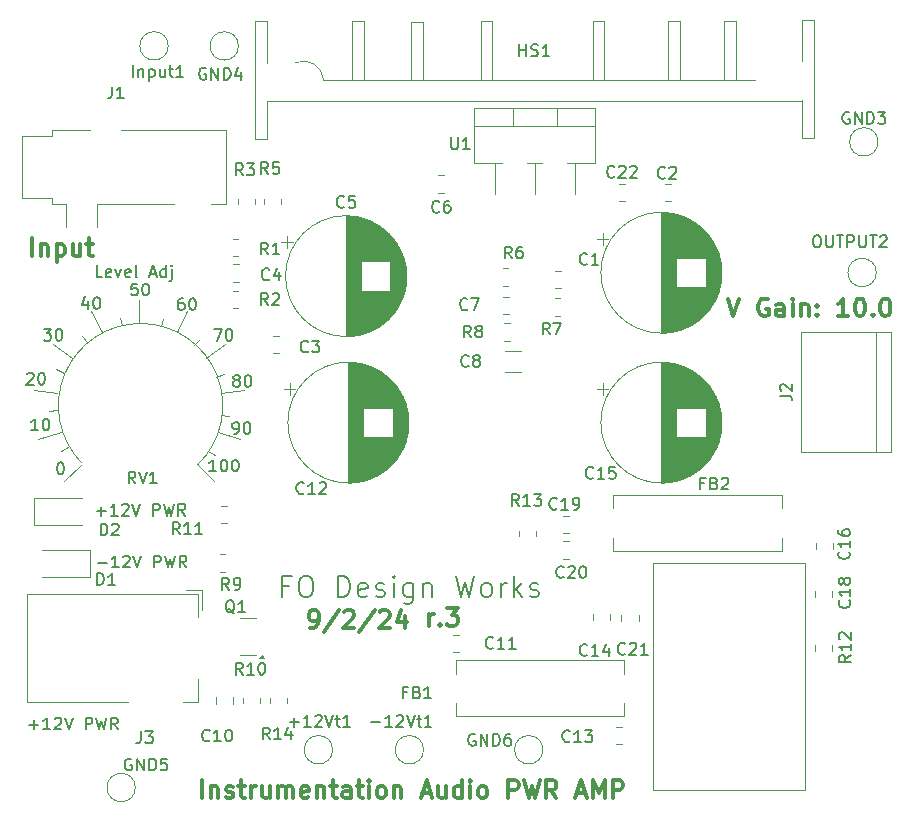
<source format=gbr>
%TF.GenerationSoftware,KiCad,Pcbnew,7.0.11-7.0.11~ubuntu22.04.1*%
%TF.CreationDate,2024-09-03T10:01:49-07:00*%
%TF.ProjectId,audio_pwr_amp_r3,61756469-6f5f-4707-9772-5f616d705f72,rev?*%
%TF.SameCoordinates,Original*%
%TF.FileFunction,Legend,Top*%
%TF.FilePolarity,Positive*%
%FSLAX46Y46*%
G04 Gerber Fmt 4.6, Leading zero omitted, Abs format (unit mm)*
G04 Created by KiCad (PCBNEW 7.0.11-7.0.11~ubuntu22.04.1) date 2024-09-03 10:01:49*
%MOMM*%
%LPD*%
G01*
G04 APERTURE LIST*
%ADD10C,0.300000*%
%ADD11C,0.150000*%
%ADD12C,0.203200*%
%ADD13C,0.120000*%
%ADD14C,0.100000*%
G04 APERTURE END LIST*
D10*
X80168110Y-130424028D02*
X80168110Y-129424028D01*
X80168110Y-129709742D02*
X80239539Y-129566885D01*
X80239539Y-129566885D02*
X80310968Y-129495457D01*
X80310968Y-129495457D02*
X80453825Y-129424028D01*
X80453825Y-129424028D02*
X80596682Y-129424028D01*
X81096681Y-130281171D02*
X81168110Y-130352600D01*
X81168110Y-130352600D02*
X81096681Y-130424028D01*
X81096681Y-130424028D02*
X81025253Y-130352600D01*
X81025253Y-130352600D02*
X81096681Y-130281171D01*
X81096681Y-130281171D02*
X81096681Y-130424028D01*
X81668110Y-128924028D02*
X82596682Y-128924028D01*
X82596682Y-128924028D02*
X82096682Y-129495457D01*
X82096682Y-129495457D02*
X82310967Y-129495457D01*
X82310967Y-129495457D02*
X82453825Y-129566885D01*
X82453825Y-129566885D02*
X82525253Y-129638314D01*
X82525253Y-129638314D02*
X82596682Y-129781171D01*
X82596682Y-129781171D02*
X82596682Y-130138314D01*
X82596682Y-130138314D02*
X82525253Y-130281171D01*
X82525253Y-130281171D02*
X82453825Y-130352600D01*
X82453825Y-130352600D02*
X82310967Y-130424028D01*
X82310967Y-130424028D02*
X81882396Y-130424028D01*
X81882396Y-130424028D02*
X81739539Y-130352600D01*
X81739539Y-130352600D02*
X81668110Y-130281171D01*
D11*
X59378950Y-102693019D02*
X59188474Y-102693019D01*
X59188474Y-102693019D02*
X59093236Y-102740638D01*
X59093236Y-102740638D02*
X59045617Y-102788257D01*
X59045617Y-102788257D02*
X58950379Y-102931114D01*
X58950379Y-102931114D02*
X58902760Y-103121590D01*
X58902760Y-103121590D02*
X58902760Y-103502542D01*
X58902760Y-103502542D02*
X58950379Y-103597780D01*
X58950379Y-103597780D02*
X58997998Y-103645400D01*
X58997998Y-103645400D02*
X59093236Y-103693019D01*
X59093236Y-103693019D02*
X59283712Y-103693019D01*
X59283712Y-103693019D02*
X59378950Y-103645400D01*
X59378950Y-103645400D02*
X59426569Y-103597780D01*
X59426569Y-103597780D02*
X59474188Y-103502542D01*
X59474188Y-103502542D02*
X59474188Y-103264447D01*
X59474188Y-103264447D02*
X59426569Y-103169209D01*
X59426569Y-103169209D02*
X59378950Y-103121590D01*
X59378950Y-103121590D02*
X59283712Y-103073971D01*
X59283712Y-103073971D02*
X59093236Y-103073971D01*
X59093236Y-103073971D02*
X58997998Y-103121590D01*
X58997998Y-103121590D02*
X58950379Y-103169209D01*
X58950379Y-103169209D02*
X58902760Y-103264447D01*
X60093236Y-102693019D02*
X60188474Y-102693019D01*
X60188474Y-102693019D02*
X60283712Y-102740638D01*
X60283712Y-102740638D02*
X60331331Y-102788257D01*
X60331331Y-102788257D02*
X60378950Y-102883495D01*
X60378950Y-102883495D02*
X60426569Y-103073971D01*
X60426569Y-103073971D02*
X60426569Y-103312066D01*
X60426569Y-103312066D02*
X60378950Y-103502542D01*
X60378950Y-103502542D02*
X60331331Y-103597780D01*
X60331331Y-103597780D02*
X60283712Y-103645400D01*
X60283712Y-103645400D02*
X60188474Y-103693019D01*
X60188474Y-103693019D02*
X60093236Y-103693019D01*
X60093236Y-103693019D02*
X59997998Y-103645400D01*
X59997998Y-103645400D02*
X59950379Y-103597780D01*
X59950379Y-103597780D02*
X59902760Y-103502542D01*
X59902760Y-103502542D02*
X59855141Y-103312066D01*
X59855141Y-103312066D02*
X59855141Y-103073971D01*
X59855141Y-103073971D02*
X59902760Y-102883495D01*
X59902760Y-102883495D02*
X59950379Y-102788257D01*
X59950379Y-102788257D02*
X59997998Y-102740638D01*
X59997998Y-102740638D02*
X60093236Y-102693019D01*
X52150379Y-125112066D02*
X52912284Y-125112066D01*
X53912283Y-125493019D02*
X53340855Y-125493019D01*
X53626569Y-125493019D02*
X53626569Y-124493019D01*
X53626569Y-124493019D02*
X53531331Y-124635876D01*
X53531331Y-124635876D02*
X53436093Y-124731114D01*
X53436093Y-124731114D02*
X53340855Y-124778733D01*
X54293236Y-124588257D02*
X54340855Y-124540638D01*
X54340855Y-124540638D02*
X54436093Y-124493019D01*
X54436093Y-124493019D02*
X54674188Y-124493019D01*
X54674188Y-124493019D02*
X54769426Y-124540638D01*
X54769426Y-124540638D02*
X54817045Y-124588257D01*
X54817045Y-124588257D02*
X54864664Y-124683495D01*
X54864664Y-124683495D02*
X54864664Y-124778733D01*
X54864664Y-124778733D02*
X54817045Y-124921590D01*
X54817045Y-124921590D02*
X54245617Y-125493019D01*
X54245617Y-125493019D02*
X54864664Y-125493019D01*
X55150379Y-124493019D02*
X55483712Y-125493019D01*
X55483712Y-125493019D02*
X55817045Y-124493019D01*
X56912284Y-125493019D02*
X56912284Y-124493019D01*
X56912284Y-124493019D02*
X57293236Y-124493019D01*
X57293236Y-124493019D02*
X57388474Y-124540638D01*
X57388474Y-124540638D02*
X57436093Y-124588257D01*
X57436093Y-124588257D02*
X57483712Y-124683495D01*
X57483712Y-124683495D02*
X57483712Y-124826352D01*
X57483712Y-124826352D02*
X57436093Y-124921590D01*
X57436093Y-124921590D02*
X57388474Y-124969209D01*
X57388474Y-124969209D02*
X57293236Y-125016828D01*
X57293236Y-125016828D02*
X56912284Y-125016828D01*
X57817046Y-124493019D02*
X58055141Y-125493019D01*
X58055141Y-125493019D02*
X58245617Y-124778733D01*
X58245617Y-124778733D02*
X58436093Y-125493019D01*
X58436093Y-125493019D02*
X58674189Y-124493019D01*
X59626569Y-125493019D02*
X59293236Y-125016828D01*
X59055141Y-125493019D02*
X59055141Y-124493019D01*
X59055141Y-124493019D02*
X59436093Y-124493019D01*
X59436093Y-124493019D02*
X59531331Y-124540638D01*
X59531331Y-124540638D02*
X59578950Y-124588257D01*
X59578950Y-124588257D02*
X59626569Y-124683495D01*
X59626569Y-124683495D02*
X59626569Y-124826352D01*
X59626569Y-124826352D02*
X59578950Y-124921590D01*
X59578950Y-124921590D02*
X59531331Y-124969209D01*
X59531331Y-124969209D02*
X59436093Y-125016828D01*
X59436093Y-125016828D02*
X59055141Y-125016828D01*
X52050379Y-120712066D02*
X52812284Y-120712066D01*
X52431331Y-121093019D02*
X52431331Y-120331114D01*
X53812283Y-121093019D02*
X53240855Y-121093019D01*
X53526569Y-121093019D02*
X53526569Y-120093019D01*
X53526569Y-120093019D02*
X53431331Y-120235876D01*
X53431331Y-120235876D02*
X53336093Y-120331114D01*
X53336093Y-120331114D02*
X53240855Y-120378733D01*
X54193236Y-120188257D02*
X54240855Y-120140638D01*
X54240855Y-120140638D02*
X54336093Y-120093019D01*
X54336093Y-120093019D02*
X54574188Y-120093019D01*
X54574188Y-120093019D02*
X54669426Y-120140638D01*
X54669426Y-120140638D02*
X54717045Y-120188257D01*
X54717045Y-120188257D02*
X54764664Y-120283495D01*
X54764664Y-120283495D02*
X54764664Y-120378733D01*
X54764664Y-120378733D02*
X54717045Y-120521590D01*
X54717045Y-120521590D02*
X54145617Y-121093019D01*
X54145617Y-121093019D02*
X54764664Y-121093019D01*
X55050379Y-120093019D02*
X55383712Y-121093019D01*
X55383712Y-121093019D02*
X55717045Y-120093019D01*
X56812284Y-121093019D02*
X56812284Y-120093019D01*
X56812284Y-120093019D02*
X57193236Y-120093019D01*
X57193236Y-120093019D02*
X57288474Y-120140638D01*
X57288474Y-120140638D02*
X57336093Y-120188257D01*
X57336093Y-120188257D02*
X57383712Y-120283495D01*
X57383712Y-120283495D02*
X57383712Y-120426352D01*
X57383712Y-120426352D02*
X57336093Y-120521590D01*
X57336093Y-120521590D02*
X57288474Y-120569209D01*
X57288474Y-120569209D02*
X57193236Y-120616828D01*
X57193236Y-120616828D02*
X56812284Y-120616828D01*
X57717046Y-120093019D02*
X57955141Y-121093019D01*
X57955141Y-121093019D02*
X58145617Y-120378733D01*
X58145617Y-120378733D02*
X58336093Y-121093019D01*
X58336093Y-121093019D02*
X58574189Y-120093019D01*
X59526569Y-121093019D02*
X59193236Y-120616828D01*
X58955141Y-121093019D02*
X58955141Y-120093019D01*
X58955141Y-120093019D02*
X59336093Y-120093019D01*
X59336093Y-120093019D02*
X59431331Y-120140638D01*
X59431331Y-120140638D02*
X59478950Y-120188257D01*
X59478950Y-120188257D02*
X59526569Y-120283495D01*
X59526569Y-120283495D02*
X59526569Y-120426352D01*
X59526569Y-120426352D02*
X59478950Y-120521590D01*
X59478950Y-120521590D02*
X59431331Y-120569209D01*
X59431331Y-120569209D02*
X59336093Y-120616828D01*
X59336093Y-120616828D02*
X58955141Y-120616828D01*
D10*
X60968110Y-145024028D02*
X60968110Y-143524028D01*
X61682396Y-144024028D02*
X61682396Y-145024028D01*
X61682396Y-144166885D02*
X61753825Y-144095457D01*
X61753825Y-144095457D02*
X61896682Y-144024028D01*
X61896682Y-144024028D02*
X62110968Y-144024028D01*
X62110968Y-144024028D02*
X62253825Y-144095457D01*
X62253825Y-144095457D02*
X62325254Y-144238314D01*
X62325254Y-144238314D02*
X62325254Y-145024028D01*
X62968111Y-144952600D02*
X63110968Y-145024028D01*
X63110968Y-145024028D02*
X63396682Y-145024028D01*
X63396682Y-145024028D02*
X63539539Y-144952600D01*
X63539539Y-144952600D02*
X63610968Y-144809742D01*
X63610968Y-144809742D02*
X63610968Y-144738314D01*
X63610968Y-144738314D02*
X63539539Y-144595457D01*
X63539539Y-144595457D02*
X63396682Y-144524028D01*
X63396682Y-144524028D02*
X63182397Y-144524028D01*
X63182397Y-144524028D02*
X63039539Y-144452600D01*
X63039539Y-144452600D02*
X62968111Y-144309742D01*
X62968111Y-144309742D02*
X62968111Y-144238314D01*
X62968111Y-144238314D02*
X63039539Y-144095457D01*
X63039539Y-144095457D02*
X63182397Y-144024028D01*
X63182397Y-144024028D02*
X63396682Y-144024028D01*
X63396682Y-144024028D02*
X63539539Y-144095457D01*
X64039540Y-144024028D02*
X64610968Y-144024028D01*
X64253825Y-143524028D02*
X64253825Y-144809742D01*
X64253825Y-144809742D02*
X64325254Y-144952600D01*
X64325254Y-144952600D02*
X64468111Y-145024028D01*
X64468111Y-145024028D02*
X64610968Y-145024028D01*
X65110968Y-145024028D02*
X65110968Y-144024028D01*
X65110968Y-144309742D02*
X65182397Y-144166885D01*
X65182397Y-144166885D02*
X65253826Y-144095457D01*
X65253826Y-144095457D02*
X65396683Y-144024028D01*
X65396683Y-144024028D02*
X65539540Y-144024028D01*
X66682397Y-144024028D02*
X66682397Y-145024028D01*
X66039539Y-144024028D02*
X66039539Y-144809742D01*
X66039539Y-144809742D02*
X66110968Y-144952600D01*
X66110968Y-144952600D02*
X66253825Y-145024028D01*
X66253825Y-145024028D02*
X66468111Y-145024028D01*
X66468111Y-145024028D02*
X66610968Y-144952600D01*
X66610968Y-144952600D02*
X66682397Y-144881171D01*
X67396682Y-145024028D02*
X67396682Y-144024028D01*
X67396682Y-144166885D02*
X67468111Y-144095457D01*
X67468111Y-144095457D02*
X67610968Y-144024028D01*
X67610968Y-144024028D02*
X67825254Y-144024028D01*
X67825254Y-144024028D02*
X67968111Y-144095457D01*
X67968111Y-144095457D02*
X68039540Y-144238314D01*
X68039540Y-144238314D02*
X68039540Y-145024028D01*
X68039540Y-144238314D02*
X68110968Y-144095457D01*
X68110968Y-144095457D02*
X68253825Y-144024028D01*
X68253825Y-144024028D02*
X68468111Y-144024028D01*
X68468111Y-144024028D02*
X68610968Y-144095457D01*
X68610968Y-144095457D02*
X68682397Y-144238314D01*
X68682397Y-144238314D02*
X68682397Y-145024028D01*
X69968111Y-144952600D02*
X69825254Y-145024028D01*
X69825254Y-145024028D02*
X69539540Y-145024028D01*
X69539540Y-145024028D02*
X69396682Y-144952600D01*
X69396682Y-144952600D02*
X69325254Y-144809742D01*
X69325254Y-144809742D02*
X69325254Y-144238314D01*
X69325254Y-144238314D02*
X69396682Y-144095457D01*
X69396682Y-144095457D02*
X69539540Y-144024028D01*
X69539540Y-144024028D02*
X69825254Y-144024028D01*
X69825254Y-144024028D02*
X69968111Y-144095457D01*
X69968111Y-144095457D02*
X70039540Y-144238314D01*
X70039540Y-144238314D02*
X70039540Y-144381171D01*
X70039540Y-144381171D02*
X69325254Y-144524028D01*
X70682396Y-144024028D02*
X70682396Y-145024028D01*
X70682396Y-144166885D02*
X70753825Y-144095457D01*
X70753825Y-144095457D02*
X70896682Y-144024028D01*
X70896682Y-144024028D02*
X71110968Y-144024028D01*
X71110968Y-144024028D02*
X71253825Y-144095457D01*
X71253825Y-144095457D02*
X71325254Y-144238314D01*
X71325254Y-144238314D02*
X71325254Y-145024028D01*
X71825254Y-144024028D02*
X72396682Y-144024028D01*
X72039539Y-143524028D02*
X72039539Y-144809742D01*
X72039539Y-144809742D02*
X72110968Y-144952600D01*
X72110968Y-144952600D02*
X72253825Y-145024028D01*
X72253825Y-145024028D02*
X72396682Y-145024028D01*
X73539540Y-145024028D02*
X73539540Y-144238314D01*
X73539540Y-144238314D02*
X73468111Y-144095457D01*
X73468111Y-144095457D02*
X73325254Y-144024028D01*
X73325254Y-144024028D02*
X73039540Y-144024028D01*
X73039540Y-144024028D02*
X72896682Y-144095457D01*
X73539540Y-144952600D02*
X73396682Y-145024028D01*
X73396682Y-145024028D02*
X73039540Y-145024028D01*
X73039540Y-145024028D02*
X72896682Y-144952600D01*
X72896682Y-144952600D02*
X72825254Y-144809742D01*
X72825254Y-144809742D02*
X72825254Y-144666885D01*
X72825254Y-144666885D02*
X72896682Y-144524028D01*
X72896682Y-144524028D02*
X73039540Y-144452600D01*
X73039540Y-144452600D02*
X73396682Y-144452600D01*
X73396682Y-144452600D02*
X73539540Y-144381171D01*
X74039540Y-144024028D02*
X74610968Y-144024028D01*
X74253825Y-143524028D02*
X74253825Y-144809742D01*
X74253825Y-144809742D02*
X74325254Y-144952600D01*
X74325254Y-144952600D02*
X74468111Y-145024028D01*
X74468111Y-145024028D02*
X74610968Y-145024028D01*
X75110968Y-145024028D02*
X75110968Y-144024028D01*
X75110968Y-143524028D02*
X75039540Y-143595457D01*
X75039540Y-143595457D02*
X75110968Y-143666885D01*
X75110968Y-143666885D02*
X75182397Y-143595457D01*
X75182397Y-143595457D02*
X75110968Y-143524028D01*
X75110968Y-143524028D02*
X75110968Y-143666885D01*
X76039540Y-145024028D02*
X75896683Y-144952600D01*
X75896683Y-144952600D02*
X75825254Y-144881171D01*
X75825254Y-144881171D02*
X75753826Y-144738314D01*
X75753826Y-144738314D02*
X75753826Y-144309742D01*
X75753826Y-144309742D02*
X75825254Y-144166885D01*
X75825254Y-144166885D02*
X75896683Y-144095457D01*
X75896683Y-144095457D02*
X76039540Y-144024028D01*
X76039540Y-144024028D02*
X76253826Y-144024028D01*
X76253826Y-144024028D02*
X76396683Y-144095457D01*
X76396683Y-144095457D02*
X76468112Y-144166885D01*
X76468112Y-144166885D02*
X76539540Y-144309742D01*
X76539540Y-144309742D02*
X76539540Y-144738314D01*
X76539540Y-144738314D02*
X76468112Y-144881171D01*
X76468112Y-144881171D02*
X76396683Y-144952600D01*
X76396683Y-144952600D02*
X76253826Y-145024028D01*
X76253826Y-145024028D02*
X76039540Y-145024028D01*
X77182397Y-144024028D02*
X77182397Y-145024028D01*
X77182397Y-144166885D02*
X77253826Y-144095457D01*
X77253826Y-144095457D02*
X77396683Y-144024028D01*
X77396683Y-144024028D02*
X77610969Y-144024028D01*
X77610969Y-144024028D02*
X77753826Y-144095457D01*
X77753826Y-144095457D02*
X77825255Y-144238314D01*
X77825255Y-144238314D02*
X77825255Y-145024028D01*
X79610969Y-144595457D02*
X80325255Y-144595457D01*
X79468112Y-145024028D02*
X79968112Y-143524028D01*
X79968112Y-143524028D02*
X80468112Y-145024028D01*
X81610969Y-144024028D02*
X81610969Y-145024028D01*
X80968111Y-144024028D02*
X80968111Y-144809742D01*
X80968111Y-144809742D02*
X81039540Y-144952600D01*
X81039540Y-144952600D02*
X81182397Y-145024028D01*
X81182397Y-145024028D02*
X81396683Y-145024028D01*
X81396683Y-145024028D02*
X81539540Y-144952600D01*
X81539540Y-144952600D02*
X81610969Y-144881171D01*
X82968112Y-145024028D02*
X82968112Y-143524028D01*
X82968112Y-144952600D02*
X82825254Y-145024028D01*
X82825254Y-145024028D02*
X82539540Y-145024028D01*
X82539540Y-145024028D02*
X82396683Y-144952600D01*
X82396683Y-144952600D02*
X82325254Y-144881171D01*
X82325254Y-144881171D02*
X82253826Y-144738314D01*
X82253826Y-144738314D02*
X82253826Y-144309742D01*
X82253826Y-144309742D02*
X82325254Y-144166885D01*
X82325254Y-144166885D02*
X82396683Y-144095457D01*
X82396683Y-144095457D02*
X82539540Y-144024028D01*
X82539540Y-144024028D02*
X82825254Y-144024028D01*
X82825254Y-144024028D02*
X82968112Y-144095457D01*
X83682397Y-145024028D02*
X83682397Y-144024028D01*
X83682397Y-143524028D02*
X83610969Y-143595457D01*
X83610969Y-143595457D02*
X83682397Y-143666885D01*
X83682397Y-143666885D02*
X83753826Y-143595457D01*
X83753826Y-143595457D02*
X83682397Y-143524028D01*
X83682397Y-143524028D02*
X83682397Y-143666885D01*
X84610969Y-145024028D02*
X84468112Y-144952600D01*
X84468112Y-144952600D02*
X84396683Y-144881171D01*
X84396683Y-144881171D02*
X84325255Y-144738314D01*
X84325255Y-144738314D02*
X84325255Y-144309742D01*
X84325255Y-144309742D02*
X84396683Y-144166885D01*
X84396683Y-144166885D02*
X84468112Y-144095457D01*
X84468112Y-144095457D02*
X84610969Y-144024028D01*
X84610969Y-144024028D02*
X84825255Y-144024028D01*
X84825255Y-144024028D02*
X84968112Y-144095457D01*
X84968112Y-144095457D02*
X85039541Y-144166885D01*
X85039541Y-144166885D02*
X85110969Y-144309742D01*
X85110969Y-144309742D02*
X85110969Y-144738314D01*
X85110969Y-144738314D02*
X85039541Y-144881171D01*
X85039541Y-144881171D02*
X84968112Y-144952600D01*
X84968112Y-144952600D02*
X84825255Y-145024028D01*
X84825255Y-145024028D02*
X84610969Y-145024028D01*
X86896683Y-145024028D02*
X86896683Y-143524028D01*
X86896683Y-143524028D02*
X87468112Y-143524028D01*
X87468112Y-143524028D02*
X87610969Y-143595457D01*
X87610969Y-143595457D02*
X87682398Y-143666885D01*
X87682398Y-143666885D02*
X87753826Y-143809742D01*
X87753826Y-143809742D02*
X87753826Y-144024028D01*
X87753826Y-144024028D02*
X87682398Y-144166885D01*
X87682398Y-144166885D02*
X87610969Y-144238314D01*
X87610969Y-144238314D02*
X87468112Y-144309742D01*
X87468112Y-144309742D02*
X86896683Y-144309742D01*
X88253826Y-143524028D02*
X88610969Y-145024028D01*
X88610969Y-145024028D02*
X88896683Y-143952600D01*
X88896683Y-143952600D02*
X89182398Y-145024028D01*
X89182398Y-145024028D02*
X89539541Y-143524028D01*
X90968112Y-145024028D02*
X90468112Y-144309742D01*
X90110969Y-145024028D02*
X90110969Y-143524028D01*
X90110969Y-143524028D02*
X90682398Y-143524028D01*
X90682398Y-143524028D02*
X90825255Y-143595457D01*
X90825255Y-143595457D02*
X90896684Y-143666885D01*
X90896684Y-143666885D02*
X90968112Y-143809742D01*
X90968112Y-143809742D02*
X90968112Y-144024028D01*
X90968112Y-144024028D02*
X90896684Y-144166885D01*
X90896684Y-144166885D02*
X90825255Y-144238314D01*
X90825255Y-144238314D02*
X90682398Y-144309742D01*
X90682398Y-144309742D02*
X90110969Y-144309742D01*
X92682398Y-144595457D02*
X93396684Y-144595457D01*
X92539541Y-145024028D02*
X93039541Y-143524028D01*
X93039541Y-143524028D02*
X93539541Y-145024028D01*
X94039540Y-145024028D02*
X94039540Y-143524028D01*
X94039540Y-143524028D02*
X94539540Y-144595457D01*
X94539540Y-144595457D02*
X95039540Y-143524028D01*
X95039540Y-143524028D02*
X95039540Y-145024028D01*
X95753826Y-145024028D02*
X95753826Y-143524028D01*
X95753826Y-143524028D02*
X96325255Y-143524028D01*
X96325255Y-143524028D02*
X96468112Y-143595457D01*
X96468112Y-143595457D02*
X96539541Y-143666885D01*
X96539541Y-143666885D02*
X96610969Y-143809742D01*
X96610969Y-143809742D02*
X96610969Y-144024028D01*
X96610969Y-144024028D02*
X96539541Y-144166885D01*
X96539541Y-144166885D02*
X96468112Y-144238314D01*
X96468112Y-144238314D02*
X96325255Y-144309742D01*
X96325255Y-144309742D02*
X95753826Y-144309742D01*
D11*
X47555141Y-105293019D02*
X48174188Y-105293019D01*
X48174188Y-105293019D02*
X47840855Y-105673971D01*
X47840855Y-105673971D02*
X47983712Y-105673971D01*
X47983712Y-105673971D02*
X48078950Y-105721590D01*
X48078950Y-105721590D02*
X48126569Y-105769209D01*
X48126569Y-105769209D02*
X48174188Y-105864447D01*
X48174188Y-105864447D02*
X48174188Y-106102542D01*
X48174188Y-106102542D02*
X48126569Y-106197780D01*
X48126569Y-106197780D02*
X48078950Y-106245400D01*
X48078950Y-106245400D02*
X47983712Y-106293019D01*
X47983712Y-106293019D02*
X47697998Y-106293019D01*
X47697998Y-106293019D02*
X47602760Y-106245400D01*
X47602760Y-106245400D02*
X47555141Y-106197780D01*
X48793236Y-105293019D02*
X48888474Y-105293019D01*
X48888474Y-105293019D02*
X48983712Y-105340638D01*
X48983712Y-105340638D02*
X49031331Y-105388257D01*
X49031331Y-105388257D02*
X49078950Y-105483495D01*
X49078950Y-105483495D02*
X49126569Y-105673971D01*
X49126569Y-105673971D02*
X49126569Y-105912066D01*
X49126569Y-105912066D02*
X49078950Y-106102542D01*
X49078950Y-106102542D02*
X49031331Y-106197780D01*
X49031331Y-106197780D02*
X48983712Y-106245400D01*
X48983712Y-106245400D02*
X48888474Y-106293019D01*
X48888474Y-106293019D02*
X48793236Y-106293019D01*
X48793236Y-106293019D02*
X48697998Y-106245400D01*
X48697998Y-106245400D02*
X48650379Y-106197780D01*
X48650379Y-106197780D02*
X48602760Y-106102542D01*
X48602760Y-106102542D02*
X48555141Y-105912066D01*
X48555141Y-105912066D02*
X48555141Y-105673971D01*
X48555141Y-105673971D02*
X48602760Y-105483495D01*
X48602760Y-105483495D02*
X48650379Y-105388257D01*
X48650379Y-105388257D02*
X48697998Y-105340638D01*
X48697998Y-105340638D02*
X48793236Y-105293019D01*
X46136160Y-109099457D02*
X46183779Y-109051838D01*
X46183779Y-109051838D02*
X46279017Y-109004219D01*
X46279017Y-109004219D02*
X46517112Y-109004219D01*
X46517112Y-109004219D02*
X46612350Y-109051838D01*
X46612350Y-109051838D02*
X46659969Y-109099457D01*
X46659969Y-109099457D02*
X46707588Y-109194695D01*
X46707588Y-109194695D02*
X46707588Y-109289933D01*
X46707588Y-109289933D02*
X46659969Y-109432790D01*
X46659969Y-109432790D02*
X46088541Y-110004219D01*
X46088541Y-110004219D02*
X46707588Y-110004219D01*
X47326636Y-109004219D02*
X47421874Y-109004219D01*
X47421874Y-109004219D02*
X47517112Y-109051838D01*
X47517112Y-109051838D02*
X47564731Y-109099457D01*
X47564731Y-109099457D02*
X47612350Y-109194695D01*
X47612350Y-109194695D02*
X47659969Y-109385171D01*
X47659969Y-109385171D02*
X47659969Y-109623266D01*
X47659969Y-109623266D02*
X47612350Y-109813742D01*
X47612350Y-109813742D02*
X47564731Y-109908980D01*
X47564731Y-109908980D02*
X47517112Y-109956600D01*
X47517112Y-109956600D02*
X47421874Y-110004219D01*
X47421874Y-110004219D02*
X47326636Y-110004219D01*
X47326636Y-110004219D02*
X47231398Y-109956600D01*
X47231398Y-109956600D02*
X47183779Y-109908980D01*
X47183779Y-109908980D02*
X47136160Y-109813742D01*
X47136160Y-109813742D02*
X47088541Y-109623266D01*
X47088541Y-109623266D02*
X47088541Y-109385171D01*
X47088541Y-109385171D02*
X47136160Y-109194695D01*
X47136160Y-109194695D02*
X47183779Y-109099457D01*
X47183779Y-109099457D02*
X47231398Y-109051838D01*
X47231398Y-109051838D02*
X47326636Y-109004219D01*
X63626498Y-114175019D02*
X63816974Y-114175019D01*
X63816974Y-114175019D02*
X63912212Y-114127400D01*
X63912212Y-114127400D02*
X63959831Y-114079780D01*
X63959831Y-114079780D02*
X64055069Y-113936923D01*
X64055069Y-113936923D02*
X64102688Y-113746447D01*
X64102688Y-113746447D02*
X64102688Y-113365495D01*
X64102688Y-113365495D02*
X64055069Y-113270257D01*
X64055069Y-113270257D02*
X64007450Y-113222638D01*
X64007450Y-113222638D02*
X63912212Y-113175019D01*
X63912212Y-113175019D02*
X63721736Y-113175019D01*
X63721736Y-113175019D02*
X63626498Y-113222638D01*
X63626498Y-113222638D02*
X63578879Y-113270257D01*
X63578879Y-113270257D02*
X63531260Y-113365495D01*
X63531260Y-113365495D02*
X63531260Y-113603590D01*
X63531260Y-113603590D02*
X63578879Y-113698828D01*
X63578879Y-113698828D02*
X63626498Y-113746447D01*
X63626498Y-113746447D02*
X63721736Y-113794066D01*
X63721736Y-113794066D02*
X63912212Y-113794066D01*
X63912212Y-113794066D02*
X64007450Y-113746447D01*
X64007450Y-113746447D02*
X64055069Y-113698828D01*
X64055069Y-113698828D02*
X64102688Y-113603590D01*
X64721736Y-113175019D02*
X64816974Y-113175019D01*
X64816974Y-113175019D02*
X64912212Y-113222638D01*
X64912212Y-113222638D02*
X64959831Y-113270257D01*
X64959831Y-113270257D02*
X65007450Y-113365495D01*
X65007450Y-113365495D02*
X65055069Y-113555971D01*
X65055069Y-113555971D02*
X65055069Y-113794066D01*
X65055069Y-113794066D02*
X65007450Y-113984542D01*
X65007450Y-113984542D02*
X64959831Y-114079780D01*
X64959831Y-114079780D02*
X64912212Y-114127400D01*
X64912212Y-114127400D02*
X64816974Y-114175019D01*
X64816974Y-114175019D02*
X64721736Y-114175019D01*
X64721736Y-114175019D02*
X64626498Y-114127400D01*
X64626498Y-114127400D02*
X64578879Y-114079780D01*
X64578879Y-114079780D02*
X64531260Y-113984542D01*
X64531260Y-113984542D02*
X64483641Y-113794066D01*
X64483641Y-113794066D02*
X64483641Y-113555971D01*
X64483641Y-113555971D02*
X64531260Y-113365495D01*
X64531260Y-113365495D02*
X64578879Y-113270257D01*
X64578879Y-113270257D02*
X64626498Y-113222638D01*
X64626498Y-113222638D02*
X64721736Y-113175019D01*
X48940855Y-116593019D02*
X49036093Y-116593019D01*
X49036093Y-116593019D02*
X49131331Y-116640638D01*
X49131331Y-116640638D02*
X49178950Y-116688257D01*
X49178950Y-116688257D02*
X49226569Y-116783495D01*
X49226569Y-116783495D02*
X49274188Y-116973971D01*
X49274188Y-116973971D02*
X49274188Y-117212066D01*
X49274188Y-117212066D02*
X49226569Y-117402542D01*
X49226569Y-117402542D02*
X49178950Y-117497780D01*
X49178950Y-117497780D02*
X49131331Y-117545400D01*
X49131331Y-117545400D02*
X49036093Y-117593019D01*
X49036093Y-117593019D02*
X48940855Y-117593019D01*
X48940855Y-117593019D02*
X48845617Y-117545400D01*
X48845617Y-117545400D02*
X48797998Y-117497780D01*
X48797998Y-117497780D02*
X48750379Y-117402542D01*
X48750379Y-117402542D02*
X48702760Y-117212066D01*
X48702760Y-117212066D02*
X48702760Y-116973971D01*
X48702760Y-116973971D02*
X48750379Y-116783495D01*
X48750379Y-116783495D02*
X48797998Y-116688257D01*
X48797998Y-116688257D02*
X48845617Y-116640638D01*
X48845617Y-116640638D02*
X48940855Y-116593019D01*
X61955141Y-105293019D02*
X62621807Y-105293019D01*
X62621807Y-105293019D02*
X62193236Y-106293019D01*
X63193236Y-105293019D02*
X63288474Y-105293019D01*
X63288474Y-105293019D02*
X63383712Y-105340638D01*
X63383712Y-105340638D02*
X63431331Y-105388257D01*
X63431331Y-105388257D02*
X63478950Y-105483495D01*
X63478950Y-105483495D02*
X63526569Y-105673971D01*
X63526569Y-105673971D02*
X63526569Y-105912066D01*
X63526569Y-105912066D02*
X63478950Y-106102542D01*
X63478950Y-106102542D02*
X63431331Y-106197780D01*
X63431331Y-106197780D02*
X63383712Y-106245400D01*
X63383712Y-106245400D02*
X63288474Y-106293019D01*
X63288474Y-106293019D02*
X63193236Y-106293019D01*
X63193236Y-106293019D02*
X63097998Y-106245400D01*
X63097998Y-106245400D02*
X63050379Y-106197780D01*
X63050379Y-106197780D02*
X63002760Y-106102542D01*
X63002760Y-106102542D02*
X62955141Y-105912066D01*
X62955141Y-105912066D02*
X62955141Y-105673971D01*
X62955141Y-105673971D02*
X63002760Y-105483495D01*
X63002760Y-105483495D02*
X63050379Y-105388257D01*
X63050379Y-105388257D02*
X63097998Y-105340638D01*
X63097998Y-105340638D02*
X63193236Y-105293019D01*
X52526569Y-100911019D02*
X52050379Y-100911019D01*
X52050379Y-100911019D02*
X52050379Y-99911019D01*
X53240855Y-100863400D02*
X53145617Y-100911019D01*
X53145617Y-100911019D02*
X52955141Y-100911019D01*
X52955141Y-100911019D02*
X52859903Y-100863400D01*
X52859903Y-100863400D02*
X52812284Y-100768161D01*
X52812284Y-100768161D02*
X52812284Y-100387209D01*
X52812284Y-100387209D02*
X52859903Y-100291971D01*
X52859903Y-100291971D02*
X52955141Y-100244352D01*
X52955141Y-100244352D02*
X53145617Y-100244352D01*
X53145617Y-100244352D02*
X53240855Y-100291971D01*
X53240855Y-100291971D02*
X53288474Y-100387209D01*
X53288474Y-100387209D02*
X53288474Y-100482447D01*
X53288474Y-100482447D02*
X52812284Y-100577685D01*
X53621808Y-100244352D02*
X53859903Y-100911019D01*
X53859903Y-100911019D02*
X54097998Y-100244352D01*
X54859903Y-100863400D02*
X54764665Y-100911019D01*
X54764665Y-100911019D02*
X54574189Y-100911019D01*
X54574189Y-100911019D02*
X54478951Y-100863400D01*
X54478951Y-100863400D02*
X54431332Y-100768161D01*
X54431332Y-100768161D02*
X54431332Y-100387209D01*
X54431332Y-100387209D02*
X54478951Y-100291971D01*
X54478951Y-100291971D02*
X54574189Y-100244352D01*
X54574189Y-100244352D02*
X54764665Y-100244352D01*
X54764665Y-100244352D02*
X54859903Y-100291971D01*
X54859903Y-100291971D02*
X54907522Y-100387209D01*
X54907522Y-100387209D02*
X54907522Y-100482447D01*
X54907522Y-100482447D02*
X54431332Y-100577685D01*
X55478951Y-100911019D02*
X55383713Y-100863400D01*
X55383713Y-100863400D02*
X55336094Y-100768161D01*
X55336094Y-100768161D02*
X55336094Y-99911019D01*
X56574190Y-100625304D02*
X57050380Y-100625304D01*
X56478952Y-100911019D02*
X56812285Y-99911019D01*
X56812285Y-99911019D02*
X57145618Y-100911019D01*
X57907523Y-100911019D02*
X57907523Y-99911019D01*
X57907523Y-100863400D02*
X57812285Y-100911019D01*
X57812285Y-100911019D02*
X57621809Y-100911019D01*
X57621809Y-100911019D02*
X57526571Y-100863400D01*
X57526571Y-100863400D02*
X57478952Y-100815780D01*
X57478952Y-100815780D02*
X57431333Y-100720542D01*
X57431333Y-100720542D02*
X57431333Y-100434828D01*
X57431333Y-100434828D02*
X57478952Y-100339590D01*
X57478952Y-100339590D02*
X57526571Y-100291971D01*
X57526571Y-100291971D02*
X57621809Y-100244352D01*
X57621809Y-100244352D02*
X57812285Y-100244352D01*
X57812285Y-100244352D02*
X57907523Y-100291971D01*
X58383714Y-100244352D02*
X58383714Y-101101495D01*
X58383714Y-101101495D02*
X58336095Y-101196733D01*
X58336095Y-101196733D02*
X58240857Y-101244352D01*
X58240857Y-101244352D02*
X58193238Y-101244352D01*
X58383714Y-99911019D02*
X58336095Y-99958638D01*
X58336095Y-99958638D02*
X58383714Y-100006257D01*
X58383714Y-100006257D02*
X58431333Y-99958638D01*
X58431333Y-99958638D02*
X58383714Y-99911019D01*
X58383714Y-99911019D02*
X58383714Y-100006257D01*
X62151188Y-117360019D02*
X61579760Y-117360019D01*
X61865474Y-117360019D02*
X61865474Y-116360019D01*
X61865474Y-116360019D02*
X61770236Y-116502876D01*
X61770236Y-116502876D02*
X61674998Y-116598114D01*
X61674998Y-116598114D02*
X61579760Y-116645733D01*
X62770236Y-116360019D02*
X62865474Y-116360019D01*
X62865474Y-116360019D02*
X62960712Y-116407638D01*
X62960712Y-116407638D02*
X63008331Y-116455257D01*
X63008331Y-116455257D02*
X63055950Y-116550495D01*
X63055950Y-116550495D02*
X63103569Y-116740971D01*
X63103569Y-116740971D02*
X63103569Y-116979066D01*
X63103569Y-116979066D02*
X63055950Y-117169542D01*
X63055950Y-117169542D02*
X63008331Y-117264780D01*
X63008331Y-117264780D02*
X62960712Y-117312400D01*
X62960712Y-117312400D02*
X62865474Y-117360019D01*
X62865474Y-117360019D02*
X62770236Y-117360019D01*
X62770236Y-117360019D02*
X62674998Y-117312400D01*
X62674998Y-117312400D02*
X62627379Y-117264780D01*
X62627379Y-117264780D02*
X62579760Y-117169542D01*
X62579760Y-117169542D02*
X62532141Y-116979066D01*
X62532141Y-116979066D02*
X62532141Y-116740971D01*
X62532141Y-116740971D02*
X62579760Y-116550495D01*
X62579760Y-116550495D02*
X62627379Y-116455257D01*
X62627379Y-116455257D02*
X62674998Y-116407638D01*
X62674998Y-116407638D02*
X62770236Y-116360019D01*
X63722617Y-116360019D02*
X63817855Y-116360019D01*
X63817855Y-116360019D02*
X63913093Y-116407638D01*
X63913093Y-116407638D02*
X63960712Y-116455257D01*
X63960712Y-116455257D02*
X64008331Y-116550495D01*
X64008331Y-116550495D02*
X64055950Y-116740971D01*
X64055950Y-116740971D02*
X64055950Y-116979066D01*
X64055950Y-116979066D02*
X64008331Y-117169542D01*
X64008331Y-117169542D02*
X63960712Y-117264780D01*
X63960712Y-117264780D02*
X63913093Y-117312400D01*
X63913093Y-117312400D02*
X63817855Y-117360019D01*
X63817855Y-117360019D02*
X63722617Y-117360019D01*
X63722617Y-117360019D02*
X63627379Y-117312400D01*
X63627379Y-117312400D02*
X63579760Y-117264780D01*
X63579760Y-117264780D02*
X63532141Y-117169542D01*
X63532141Y-117169542D02*
X63484522Y-116979066D01*
X63484522Y-116979066D02*
X63484522Y-116740971D01*
X63484522Y-116740971D02*
X63532141Y-116550495D01*
X63532141Y-116550495D02*
X63579760Y-116455257D01*
X63579760Y-116455257D02*
X63627379Y-116407638D01*
X63627379Y-116407638D02*
X63722617Y-116360019D01*
X55476729Y-101463909D02*
X55000539Y-101463909D01*
X55000539Y-101463909D02*
X54952920Y-101940099D01*
X54952920Y-101940099D02*
X55000539Y-101892480D01*
X55000539Y-101892480D02*
X55095777Y-101844861D01*
X55095777Y-101844861D02*
X55333872Y-101844861D01*
X55333872Y-101844861D02*
X55429110Y-101892480D01*
X55429110Y-101892480D02*
X55476729Y-101940099D01*
X55476729Y-101940099D02*
X55524348Y-102035337D01*
X55524348Y-102035337D02*
X55524348Y-102273432D01*
X55524348Y-102273432D02*
X55476729Y-102368670D01*
X55476729Y-102368670D02*
X55429110Y-102416290D01*
X55429110Y-102416290D02*
X55333872Y-102463909D01*
X55333872Y-102463909D02*
X55095777Y-102463909D01*
X55095777Y-102463909D02*
X55000539Y-102416290D01*
X55000539Y-102416290D02*
X54952920Y-102368670D01*
X56143396Y-101463909D02*
X56238634Y-101463909D01*
X56238634Y-101463909D02*
X56333872Y-101511528D01*
X56333872Y-101511528D02*
X56381491Y-101559147D01*
X56381491Y-101559147D02*
X56429110Y-101654385D01*
X56429110Y-101654385D02*
X56476729Y-101844861D01*
X56476729Y-101844861D02*
X56476729Y-102082956D01*
X56476729Y-102082956D02*
X56429110Y-102273432D01*
X56429110Y-102273432D02*
X56381491Y-102368670D01*
X56381491Y-102368670D02*
X56333872Y-102416290D01*
X56333872Y-102416290D02*
X56238634Y-102463909D01*
X56238634Y-102463909D02*
X56143396Y-102463909D01*
X56143396Y-102463909D02*
X56048158Y-102416290D01*
X56048158Y-102416290D02*
X56000539Y-102368670D01*
X56000539Y-102368670D02*
X55952920Y-102273432D01*
X55952920Y-102273432D02*
X55905301Y-102082956D01*
X55905301Y-102082956D02*
X55905301Y-101844861D01*
X55905301Y-101844861D02*
X55952920Y-101654385D01*
X55952920Y-101654385D02*
X56000539Y-101559147D01*
X56000539Y-101559147D02*
X56048158Y-101511528D01*
X56048158Y-101511528D02*
X56143396Y-101463909D01*
X63793236Y-109621590D02*
X63697998Y-109573971D01*
X63697998Y-109573971D02*
X63650379Y-109526352D01*
X63650379Y-109526352D02*
X63602760Y-109431114D01*
X63602760Y-109431114D02*
X63602760Y-109383495D01*
X63602760Y-109383495D02*
X63650379Y-109288257D01*
X63650379Y-109288257D02*
X63697998Y-109240638D01*
X63697998Y-109240638D02*
X63793236Y-109193019D01*
X63793236Y-109193019D02*
X63983712Y-109193019D01*
X63983712Y-109193019D02*
X64078950Y-109240638D01*
X64078950Y-109240638D02*
X64126569Y-109288257D01*
X64126569Y-109288257D02*
X64174188Y-109383495D01*
X64174188Y-109383495D02*
X64174188Y-109431114D01*
X64174188Y-109431114D02*
X64126569Y-109526352D01*
X64126569Y-109526352D02*
X64078950Y-109573971D01*
X64078950Y-109573971D02*
X63983712Y-109621590D01*
X63983712Y-109621590D02*
X63793236Y-109621590D01*
X63793236Y-109621590D02*
X63697998Y-109669209D01*
X63697998Y-109669209D02*
X63650379Y-109716828D01*
X63650379Y-109716828D02*
X63602760Y-109812066D01*
X63602760Y-109812066D02*
X63602760Y-110002542D01*
X63602760Y-110002542D02*
X63650379Y-110097780D01*
X63650379Y-110097780D02*
X63697998Y-110145400D01*
X63697998Y-110145400D02*
X63793236Y-110193019D01*
X63793236Y-110193019D02*
X63983712Y-110193019D01*
X63983712Y-110193019D02*
X64078950Y-110145400D01*
X64078950Y-110145400D02*
X64126569Y-110097780D01*
X64126569Y-110097780D02*
X64174188Y-110002542D01*
X64174188Y-110002542D02*
X64174188Y-109812066D01*
X64174188Y-109812066D02*
X64126569Y-109716828D01*
X64126569Y-109716828D02*
X64078950Y-109669209D01*
X64078950Y-109669209D02*
X63983712Y-109621590D01*
X64793236Y-109193019D02*
X64888474Y-109193019D01*
X64888474Y-109193019D02*
X64983712Y-109240638D01*
X64983712Y-109240638D02*
X65031331Y-109288257D01*
X65031331Y-109288257D02*
X65078950Y-109383495D01*
X65078950Y-109383495D02*
X65126569Y-109573971D01*
X65126569Y-109573971D02*
X65126569Y-109812066D01*
X65126569Y-109812066D02*
X65078950Y-110002542D01*
X65078950Y-110002542D02*
X65031331Y-110097780D01*
X65031331Y-110097780D02*
X64983712Y-110145400D01*
X64983712Y-110145400D02*
X64888474Y-110193019D01*
X64888474Y-110193019D02*
X64793236Y-110193019D01*
X64793236Y-110193019D02*
X64697998Y-110145400D01*
X64697998Y-110145400D02*
X64650379Y-110097780D01*
X64650379Y-110097780D02*
X64602760Y-110002542D01*
X64602760Y-110002542D02*
X64555141Y-109812066D01*
X64555141Y-109812066D02*
X64555141Y-109573971D01*
X64555141Y-109573971D02*
X64602760Y-109383495D01*
X64602760Y-109383495D02*
X64650379Y-109288257D01*
X64650379Y-109288257D02*
X64697998Y-109240638D01*
X64697998Y-109240638D02*
X64793236Y-109193019D01*
D10*
X70139539Y-130624028D02*
X70425253Y-130624028D01*
X70425253Y-130624028D02*
X70568110Y-130552600D01*
X70568110Y-130552600D02*
X70639539Y-130481171D01*
X70639539Y-130481171D02*
X70782396Y-130266885D01*
X70782396Y-130266885D02*
X70853825Y-129981171D01*
X70853825Y-129981171D02*
X70853825Y-129409742D01*
X70853825Y-129409742D02*
X70782396Y-129266885D01*
X70782396Y-129266885D02*
X70710968Y-129195457D01*
X70710968Y-129195457D02*
X70568110Y-129124028D01*
X70568110Y-129124028D02*
X70282396Y-129124028D01*
X70282396Y-129124028D02*
X70139539Y-129195457D01*
X70139539Y-129195457D02*
X70068110Y-129266885D01*
X70068110Y-129266885D02*
X69996682Y-129409742D01*
X69996682Y-129409742D02*
X69996682Y-129766885D01*
X69996682Y-129766885D02*
X70068110Y-129909742D01*
X70068110Y-129909742D02*
X70139539Y-129981171D01*
X70139539Y-129981171D02*
X70282396Y-130052600D01*
X70282396Y-130052600D02*
X70568110Y-130052600D01*
X70568110Y-130052600D02*
X70710968Y-129981171D01*
X70710968Y-129981171D02*
X70782396Y-129909742D01*
X70782396Y-129909742D02*
X70853825Y-129766885D01*
X72568110Y-129052600D02*
X71282396Y-130981171D01*
X72996682Y-129266885D02*
X73068110Y-129195457D01*
X73068110Y-129195457D02*
X73210968Y-129124028D01*
X73210968Y-129124028D02*
X73568110Y-129124028D01*
X73568110Y-129124028D02*
X73710968Y-129195457D01*
X73710968Y-129195457D02*
X73782396Y-129266885D01*
X73782396Y-129266885D02*
X73853825Y-129409742D01*
X73853825Y-129409742D02*
X73853825Y-129552600D01*
X73853825Y-129552600D02*
X73782396Y-129766885D01*
X73782396Y-129766885D02*
X72925253Y-130624028D01*
X72925253Y-130624028D02*
X73853825Y-130624028D01*
X75568110Y-129052600D02*
X74282396Y-130981171D01*
X75996682Y-129266885D02*
X76068110Y-129195457D01*
X76068110Y-129195457D02*
X76210968Y-129124028D01*
X76210968Y-129124028D02*
X76568110Y-129124028D01*
X76568110Y-129124028D02*
X76710968Y-129195457D01*
X76710968Y-129195457D02*
X76782396Y-129266885D01*
X76782396Y-129266885D02*
X76853825Y-129409742D01*
X76853825Y-129409742D02*
X76853825Y-129552600D01*
X76853825Y-129552600D02*
X76782396Y-129766885D01*
X76782396Y-129766885D02*
X75925253Y-130624028D01*
X75925253Y-130624028D02*
X76853825Y-130624028D01*
X78139539Y-129624028D02*
X78139539Y-130624028D01*
X77782396Y-129052600D02*
X77425253Y-130124028D01*
X77425253Y-130124028D02*
X78353824Y-130124028D01*
X46568110Y-99124028D02*
X46568110Y-97624028D01*
X47282396Y-98124028D02*
X47282396Y-99124028D01*
X47282396Y-98266885D02*
X47353825Y-98195457D01*
X47353825Y-98195457D02*
X47496682Y-98124028D01*
X47496682Y-98124028D02*
X47710968Y-98124028D01*
X47710968Y-98124028D02*
X47853825Y-98195457D01*
X47853825Y-98195457D02*
X47925254Y-98338314D01*
X47925254Y-98338314D02*
X47925254Y-99124028D01*
X48639539Y-98124028D02*
X48639539Y-99624028D01*
X48639539Y-98195457D02*
X48782397Y-98124028D01*
X48782397Y-98124028D02*
X49068111Y-98124028D01*
X49068111Y-98124028D02*
X49210968Y-98195457D01*
X49210968Y-98195457D02*
X49282397Y-98266885D01*
X49282397Y-98266885D02*
X49353825Y-98409742D01*
X49353825Y-98409742D02*
X49353825Y-98838314D01*
X49353825Y-98838314D02*
X49282397Y-98981171D01*
X49282397Y-98981171D02*
X49210968Y-99052600D01*
X49210968Y-99052600D02*
X49068111Y-99124028D01*
X49068111Y-99124028D02*
X48782397Y-99124028D01*
X48782397Y-99124028D02*
X48639539Y-99052600D01*
X50639540Y-98124028D02*
X50639540Y-99124028D01*
X49996682Y-98124028D02*
X49996682Y-98909742D01*
X49996682Y-98909742D02*
X50068111Y-99052600D01*
X50068111Y-99052600D02*
X50210968Y-99124028D01*
X50210968Y-99124028D02*
X50425254Y-99124028D01*
X50425254Y-99124028D02*
X50568111Y-99052600D01*
X50568111Y-99052600D02*
X50639540Y-98981171D01*
X51139540Y-98124028D02*
X51710968Y-98124028D01*
X51353825Y-97624028D02*
X51353825Y-98909742D01*
X51353825Y-98909742D02*
X51425254Y-99052600D01*
X51425254Y-99052600D02*
X51568111Y-99124028D01*
X51568111Y-99124028D02*
X51710968Y-99124028D01*
D12*
X68363284Y-127063707D02*
X67770617Y-127063707D01*
X67770617Y-127995040D02*
X67770617Y-126217040D01*
X67770617Y-126217040D02*
X68617284Y-126217040D01*
X69633284Y-126217040D02*
X69971950Y-126217040D01*
X69971950Y-126217040D02*
X70141284Y-126301707D01*
X70141284Y-126301707D02*
X70310617Y-126471040D01*
X70310617Y-126471040D02*
X70395284Y-126809707D01*
X70395284Y-126809707D02*
X70395284Y-127402374D01*
X70395284Y-127402374D02*
X70310617Y-127741040D01*
X70310617Y-127741040D02*
X70141284Y-127910374D01*
X70141284Y-127910374D02*
X69971950Y-127995040D01*
X69971950Y-127995040D02*
X69633284Y-127995040D01*
X69633284Y-127995040D02*
X69463950Y-127910374D01*
X69463950Y-127910374D02*
X69294617Y-127741040D01*
X69294617Y-127741040D02*
X69209950Y-127402374D01*
X69209950Y-127402374D02*
X69209950Y-126809707D01*
X69209950Y-126809707D02*
X69294617Y-126471040D01*
X69294617Y-126471040D02*
X69463950Y-126301707D01*
X69463950Y-126301707D02*
X69633284Y-126217040D01*
X72511951Y-127995040D02*
X72511951Y-126217040D01*
X72511951Y-126217040D02*
X72935284Y-126217040D01*
X72935284Y-126217040D02*
X73189284Y-126301707D01*
X73189284Y-126301707D02*
X73358618Y-126471040D01*
X73358618Y-126471040D02*
X73443284Y-126640374D01*
X73443284Y-126640374D02*
X73527951Y-126979040D01*
X73527951Y-126979040D02*
X73527951Y-127233040D01*
X73527951Y-127233040D02*
X73443284Y-127571707D01*
X73443284Y-127571707D02*
X73358618Y-127741040D01*
X73358618Y-127741040D02*
X73189284Y-127910374D01*
X73189284Y-127910374D02*
X72935284Y-127995040D01*
X72935284Y-127995040D02*
X72511951Y-127995040D01*
X74967284Y-127910374D02*
X74797951Y-127995040D01*
X74797951Y-127995040D02*
X74459284Y-127995040D01*
X74459284Y-127995040D02*
X74289951Y-127910374D01*
X74289951Y-127910374D02*
X74205284Y-127741040D01*
X74205284Y-127741040D02*
X74205284Y-127063707D01*
X74205284Y-127063707D02*
X74289951Y-126894374D01*
X74289951Y-126894374D02*
X74459284Y-126809707D01*
X74459284Y-126809707D02*
X74797951Y-126809707D01*
X74797951Y-126809707D02*
X74967284Y-126894374D01*
X74967284Y-126894374D02*
X75051951Y-127063707D01*
X75051951Y-127063707D02*
X75051951Y-127233040D01*
X75051951Y-127233040D02*
X74205284Y-127402374D01*
X75729284Y-127910374D02*
X75898618Y-127995040D01*
X75898618Y-127995040D02*
X76237284Y-127995040D01*
X76237284Y-127995040D02*
X76406618Y-127910374D01*
X76406618Y-127910374D02*
X76491284Y-127741040D01*
X76491284Y-127741040D02*
X76491284Y-127656374D01*
X76491284Y-127656374D02*
X76406618Y-127487040D01*
X76406618Y-127487040D02*
X76237284Y-127402374D01*
X76237284Y-127402374D02*
X75983284Y-127402374D01*
X75983284Y-127402374D02*
X75813951Y-127317707D01*
X75813951Y-127317707D02*
X75729284Y-127148374D01*
X75729284Y-127148374D02*
X75729284Y-127063707D01*
X75729284Y-127063707D02*
X75813951Y-126894374D01*
X75813951Y-126894374D02*
X75983284Y-126809707D01*
X75983284Y-126809707D02*
X76237284Y-126809707D01*
X76237284Y-126809707D02*
X76406618Y-126894374D01*
X77253284Y-127995040D02*
X77253284Y-126809707D01*
X77253284Y-126217040D02*
X77168617Y-126301707D01*
X77168617Y-126301707D02*
X77253284Y-126386374D01*
X77253284Y-126386374D02*
X77337951Y-126301707D01*
X77337951Y-126301707D02*
X77253284Y-126217040D01*
X77253284Y-126217040D02*
X77253284Y-126386374D01*
X78861951Y-126809707D02*
X78861951Y-128249040D01*
X78861951Y-128249040D02*
X78777284Y-128418374D01*
X78777284Y-128418374D02*
X78692618Y-128503040D01*
X78692618Y-128503040D02*
X78523284Y-128587707D01*
X78523284Y-128587707D02*
X78269284Y-128587707D01*
X78269284Y-128587707D02*
X78099951Y-128503040D01*
X78861951Y-127910374D02*
X78692618Y-127995040D01*
X78692618Y-127995040D02*
X78353951Y-127995040D01*
X78353951Y-127995040D02*
X78184618Y-127910374D01*
X78184618Y-127910374D02*
X78099951Y-127825707D01*
X78099951Y-127825707D02*
X78015284Y-127656374D01*
X78015284Y-127656374D02*
X78015284Y-127148374D01*
X78015284Y-127148374D02*
X78099951Y-126979040D01*
X78099951Y-126979040D02*
X78184618Y-126894374D01*
X78184618Y-126894374D02*
X78353951Y-126809707D01*
X78353951Y-126809707D02*
X78692618Y-126809707D01*
X78692618Y-126809707D02*
X78861951Y-126894374D01*
X79708618Y-126809707D02*
X79708618Y-127995040D01*
X79708618Y-126979040D02*
X79793285Y-126894374D01*
X79793285Y-126894374D02*
X79962618Y-126809707D01*
X79962618Y-126809707D02*
X80216618Y-126809707D01*
X80216618Y-126809707D02*
X80385951Y-126894374D01*
X80385951Y-126894374D02*
X80470618Y-127063707D01*
X80470618Y-127063707D02*
X80470618Y-127995040D01*
X82502619Y-126217040D02*
X82925952Y-127995040D01*
X82925952Y-127995040D02*
X83264619Y-126725040D01*
X83264619Y-126725040D02*
X83603285Y-127995040D01*
X83603285Y-127995040D02*
X84026619Y-126217040D01*
X84957952Y-127995040D02*
X84788619Y-127910374D01*
X84788619Y-127910374D02*
X84703952Y-127825707D01*
X84703952Y-127825707D02*
X84619285Y-127656374D01*
X84619285Y-127656374D02*
X84619285Y-127148374D01*
X84619285Y-127148374D02*
X84703952Y-126979040D01*
X84703952Y-126979040D02*
X84788619Y-126894374D01*
X84788619Y-126894374D02*
X84957952Y-126809707D01*
X84957952Y-126809707D02*
X85211952Y-126809707D01*
X85211952Y-126809707D02*
X85381285Y-126894374D01*
X85381285Y-126894374D02*
X85465952Y-126979040D01*
X85465952Y-126979040D02*
X85550619Y-127148374D01*
X85550619Y-127148374D02*
X85550619Y-127656374D01*
X85550619Y-127656374D02*
X85465952Y-127825707D01*
X85465952Y-127825707D02*
X85381285Y-127910374D01*
X85381285Y-127910374D02*
X85211952Y-127995040D01*
X85211952Y-127995040D02*
X84957952Y-127995040D01*
X86312619Y-127995040D02*
X86312619Y-126809707D01*
X86312619Y-127148374D02*
X86397286Y-126979040D01*
X86397286Y-126979040D02*
X86481952Y-126894374D01*
X86481952Y-126894374D02*
X86651286Y-126809707D01*
X86651286Y-126809707D02*
X86820619Y-126809707D01*
X87413286Y-127995040D02*
X87413286Y-126217040D01*
X87582619Y-127317707D02*
X88090619Y-127995040D01*
X88090619Y-126809707D02*
X87413286Y-127487040D01*
X88767952Y-127910374D02*
X88937286Y-127995040D01*
X88937286Y-127995040D02*
X89275952Y-127995040D01*
X89275952Y-127995040D02*
X89445286Y-127910374D01*
X89445286Y-127910374D02*
X89529952Y-127741040D01*
X89529952Y-127741040D02*
X89529952Y-127656374D01*
X89529952Y-127656374D02*
X89445286Y-127487040D01*
X89445286Y-127487040D02*
X89275952Y-127402374D01*
X89275952Y-127402374D02*
X89021952Y-127402374D01*
X89021952Y-127402374D02*
X88852619Y-127317707D01*
X88852619Y-127317707D02*
X88767952Y-127148374D01*
X88767952Y-127148374D02*
X88767952Y-127063707D01*
X88767952Y-127063707D02*
X88852619Y-126894374D01*
X88852619Y-126894374D02*
X89021952Y-126809707D01*
X89021952Y-126809707D02*
X89275952Y-126809707D01*
X89275952Y-126809707D02*
X89445286Y-126894374D01*
D11*
X46330379Y-138822466D02*
X47092284Y-138822466D01*
X46711331Y-139203419D02*
X46711331Y-138441514D01*
X48092283Y-139203419D02*
X47520855Y-139203419D01*
X47806569Y-139203419D02*
X47806569Y-138203419D01*
X47806569Y-138203419D02*
X47711331Y-138346276D01*
X47711331Y-138346276D02*
X47616093Y-138441514D01*
X47616093Y-138441514D02*
X47520855Y-138489133D01*
X48473236Y-138298657D02*
X48520855Y-138251038D01*
X48520855Y-138251038D02*
X48616093Y-138203419D01*
X48616093Y-138203419D02*
X48854188Y-138203419D01*
X48854188Y-138203419D02*
X48949426Y-138251038D01*
X48949426Y-138251038D02*
X48997045Y-138298657D01*
X48997045Y-138298657D02*
X49044664Y-138393895D01*
X49044664Y-138393895D02*
X49044664Y-138489133D01*
X49044664Y-138489133D02*
X48997045Y-138631990D01*
X48997045Y-138631990D02*
X48425617Y-139203419D01*
X48425617Y-139203419D02*
X49044664Y-139203419D01*
X49330379Y-138203419D02*
X49663712Y-139203419D01*
X49663712Y-139203419D02*
X49997045Y-138203419D01*
X51092284Y-139203419D02*
X51092284Y-138203419D01*
X51092284Y-138203419D02*
X51473236Y-138203419D01*
X51473236Y-138203419D02*
X51568474Y-138251038D01*
X51568474Y-138251038D02*
X51616093Y-138298657D01*
X51616093Y-138298657D02*
X51663712Y-138393895D01*
X51663712Y-138393895D02*
X51663712Y-138536752D01*
X51663712Y-138536752D02*
X51616093Y-138631990D01*
X51616093Y-138631990D02*
X51568474Y-138679609D01*
X51568474Y-138679609D02*
X51473236Y-138727228D01*
X51473236Y-138727228D02*
X51092284Y-138727228D01*
X51997046Y-138203419D02*
X52235141Y-139203419D01*
X52235141Y-139203419D02*
X52425617Y-138489133D01*
X52425617Y-138489133D02*
X52616093Y-139203419D01*
X52616093Y-139203419D02*
X52854189Y-138203419D01*
X53806569Y-139203419D02*
X53473236Y-138727228D01*
X53235141Y-139203419D02*
X53235141Y-138203419D01*
X53235141Y-138203419D02*
X53616093Y-138203419D01*
X53616093Y-138203419D02*
X53711331Y-138251038D01*
X53711331Y-138251038D02*
X53758950Y-138298657D01*
X53758950Y-138298657D02*
X53806569Y-138393895D01*
X53806569Y-138393895D02*
X53806569Y-138536752D01*
X53806569Y-138536752D02*
X53758950Y-138631990D01*
X53758950Y-138631990D02*
X53711331Y-138679609D01*
X53711331Y-138679609D02*
X53616093Y-138727228D01*
X53616093Y-138727228D02*
X53235141Y-138727228D01*
X51278950Y-102926352D02*
X51278950Y-103593019D01*
X51040855Y-102545400D02*
X50802760Y-103259685D01*
X50802760Y-103259685D02*
X51421807Y-103259685D01*
X51993236Y-102593019D02*
X52088474Y-102593019D01*
X52088474Y-102593019D02*
X52183712Y-102640638D01*
X52183712Y-102640638D02*
X52231331Y-102688257D01*
X52231331Y-102688257D02*
X52278950Y-102783495D01*
X52278950Y-102783495D02*
X52326569Y-102973971D01*
X52326569Y-102973971D02*
X52326569Y-103212066D01*
X52326569Y-103212066D02*
X52278950Y-103402542D01*
X52278950Y-103402542D02*
X52231331Y-103497780D01*
X52231331Y-103497780D02*
X52183712Y-103545400D01*
X52183712Y-103545400D02*
X52088474Y-103593019D01*
X52088474Y-103593019D02*
X51993236Y-103593019D01*
X51993236Y-103593019D02*
X51897998Y-103545400D01*
X51897998Y-103545400D02*
X51850379Y-103497780D01*
X51850379Y-103497780D02*
X51802760Y-103402542D01*
X51802760Y-103402542D02*
X51755141Y-103212066D01*
X51755141Y-103212066D02*
X51755141Y-102973971D01*
X51755141Y-102973971D02*
X51802760Y-102783495D01*
X51802760Y-102783495D02*
X51850379Y-102688257D01*
X51850379Y-102688257D02*
X51897998Y-102640638D01*
X51897998Y-102640638D02*
X51993236Y-102593019D01*
D10*
X105453825Y-102724028D02*
X105953825Y-104224028D01*
X105953825Y-104224028D02*
X106453825Y-102724028D01*
X108882396Y-102795457D02*
X108739539Y-102724028D01*
X108739539Y-102724028D02*
X108525253Y-102724028D01*
X108525253Y-102724028D02*
X108310967Y-102795457D01*
X108310967Y-102795457D02*
X108168110Y-102938314D01*
X108168110Y-102938314D02*
X108096681Y-103081171D01*
X108096681Y-103081171D02*
X108025253Y-103366885D01*
X108025253Y-103366885D02*
X108025253Y-103581171D01*
X108025253Y-103581171D02*
X108096681Y-103866885D01*
X108096681Y-103866885D02*
X108168110Y-104009742D01*
X108168110Y-104009742D02*
X108310967Y-104152600D01*
X108310967Y-104152600D02*
X108525253Y-104224028D01*
X108525253Y-104224028D02*
X108668110Y-104224028D01*
X108668110Y-104224028D02*
X108882396Y-104152600D01*
X108882396Y-104152600D02*
X108953824Y-104081171D01*
X108953824Y-104081171D02*
X108953824Y-103581171D01*
X108953824Y-103581171D02*
X108668110Y-103581171D01*
X110239539Y-104224028D02*
X110239539Y-103438314D01*
X110239539Y-103438314D02*
X110168110Y-103295457D01*
X110168110Y-103295457D02*
X110025253Y-103224028D01*
X110025253Y-103224028D02*
X109739539Y-103224028D01*
X109739539Y-103224028D02*
X109596681Y-103295457D01*
X110239539Y-104152600D02*
X110096681Y-104224028D01*
X110096681Y-104224028D02*
X109739539Y-104224028D01*
X109739539Y-104224028D02*
X109596681Y-104152600D01*
X109596681Y-104152600D02*
X109525253Y-104009742D01*
X109525253Y-104009742D02*
X109525253Y-103866885D01*
X109525253Y-103866885D02*
X109596681Y-103724028D01*
X109596681Y-103724028D02*
X109739539Y-103652600D01*
X109739539Y-103652600D02*
X110096681Y-103652600D01*
X110096681Y-103652600D02*
X110239539Y-103581171D01*
X110953824Y-104224028D02*
X110953824Y-103224028D01*
X110953824Y-102724028D02*
X110882396Y-102795457D01*
X110882396Y-102795457D02*
X110953824Y-102866885D01*
X110953824Y-102866885D02*
X111025253Y-102795457D01*
X111025253Y-102795457D02*
X110953824Y-102724028D01*
X110953824Y-102724028D02*
X110953824Y-102866885D01*
X111668110Y-103224028D02*
X111668110Y-104224028D01*
X111668110Y-103366885D02*
X111739539Y-103295457D01*
X111739539Y-103295457D02*
X111882396Y-103224028D01*
X111882396Y-103224028D02*
X112096682Y-103224028D01*
X112096682Y-103224028D02*
X112239539Y-103295457D01*
X112239539Y-103295457D02*
X112310968Y-103438314D01*
X112310968Y-103438314D02*
X112310968Y-104224028D01*
X113025253Y-104081171D02*
X113096682Y-104152600D01*
X113096682Y-104152600D02*
X113025253Y-104224028D01*
X113025253Y-104224028D02*
X112953825Y-104152600D01*
X112953825Y-104152600D02*
X113025253Y-104081171D01*
X113025253Y-104081171D02*
X113025253Y-104224028D01*
X113025253Y-103295457D02*
X113096682Y-103366885D01*
X113096682Y-103366885D02*
X113025253Y-103438314D01*
X113025253Y-103438314D02*
X112953825Y-103366885D01*
X112953825Y-103366885D02*
X113025253Y-103295457D01*
X113025253Y-103295457D02*
X113025253Y-103438314D01*
X115668111Y-104224028D02*
X114810968Y-104224028D01*
X115239539Y-104224028D02*
X115239539Y-102724028D01*
X115239539Y-102724028D02*
X115096682Y-102938314D01*
X115096682Y-102938314D02*
X114953825Y-103081171D01*
X114953825Y-103081171D02*
X114810968Y-103152600D01*
X116596682Y-102724028D02*
X116739539Y-102724028D01*
X116739539Y-102724028D02*
X116882396Y-102795457D01*
X116882396Y-102795457D02*
X116953825Y-102866885D01*
X116953825Y-102866885D02*
X117025253Y-103009742D01*
X117025253Y-103009742D02*
X117096682Y-103295457D01*
X117096682Y-103295457D02*
X117096682Y-103652600D01*
X117096682Y-103652600D02*
X117025253Y-103938314D01*
X117025253Y-103938314D02*
X116953825Y-104081171D01*
X116953825Y-104081171D02*
X116882396Y-104152600D01*
X116882396Y-104152600D02*
X116739539Y-104224028D01*
X116739539Y-104224028D02*
X116596682Y-104224028D01*
X116596682Y-104224028D02*
X116453825Y-104152600D01*
X116453825Y-104152600D02*
X116382396Y-104081171D01*
X116382396Y-104081171D02*
X116310967Y-103938314D01*
X116310967Y-103938314D02*
X116239539Y-103652600D01*
X116239539Y-103652600D02*
X116239539Y-103295457D01*
X116239539Y-103295457D02*
X116310967Y-103009742D01*
X116310967Y-103009742D02*
X116382396Y-102866885D01*
X116382396Y-102866885D02*
X116453825Y-102795457D01*
X116453825Y-102795457D02*
X116596682Y-102724028D01*
X117739538Y-104081171D02*
X117810967Y-104152600D01*
X117810967Y-104152600D02*
X117739538Y-104224028D01*
X117739538Y-104224028D02*
X117668110Y-104152600D01*
X117668110Y-104152600D02*
X117739538Y-104081171D01*
X117739538Y-104081171D02*
X117739538Y-104224028D01*
X118739539Y-102724028D02*
X118882396Y-102724028D01*
X118882396Y-102724028D02*
X119025253Y-102795457D01*
X119025253Y-102795457D02*
X119096682Y-102866885D01*
X119096682Y-102866885D02*
X119168110Y-103009742D01*
X119168110Y-103009742D02*
X119239539Y-103295457D01*
X119239539Y-103295457D02*
X119239539Y-103652600D01*
X119239539Y-103652600D02*
X119168110Y-103938314D01*
X119168110Y-103938314D02*
X119096682Y-104081171D01*
X119096682Y-104081171D02*
X119025253Y-104152600D01*
X119025253Y-104152600D02*
X118882396Y-104224028D01*
X118882396Y-104224028D02*
X118739539Y-104224028D01*
X118739539Y-104224028D02*
X118596682Y-104152600D01*
X118596682Y-104152600D02*
X118525253Y-104081171D01*
X118525253Y-104081171D02*
X118453824Y-103938314D01*
X118453824Y-103938314D02*
X118382396Y-103652600D01*
X118382396Y-103652600D02*
X118382396Y-103295457D01*
X118382396Y-103295457D02*
X118453824Y-103009742D01*
X118453824Y-103009742D02*
X118525253Y-102866885D01*
X118525253Y-102866885D02*
X118596682Y-102795457D01*
X118596682Y-102795457D02*
X118739539Y-102724028D01*
D11*
X47074188Y-113893019D02*
X46502760Y-113893019D01*
X46788474Y-113893019D02*
X46788474Y-112893019D01*
X46788474Y-112893019D02*
X46693236Y-113035876D01*
X46693236Y-113035876D02*
X46597998Y-113131114D01*
X46597998Y-113131114D02*
X46502760Y-113178733D01*
X47693236Y-112893019D02*
X47788474Y-112893019D01*
X47788474Y-112893019D02*
X47883712Y-112940638D01*
X47883712Y-112940638D02*
X47931331Y-112988257D01*
X47931331Y-112988257D02*
X47978950Y-113083495D01*
X47978950Y-113083495D02*
X48026569Y-113273971D01*
X48026569Y-113273971D02*
X48026569Y-113512066D01*
X48026569Y-113512066D02*
X47978950Y-113702542D01*
X47978950Y-113702542D02*
X47931331Y-113797780D01*
X47931331Y-113797780D02*
X47883712Y-113845400D01*
X47883712Y-113845400D02*
X47788474Y-113893019D01*
X47788474Y-113893019D02*
X47693236Y-113893019D01*
X47693236Y-113893019D02*
X47597998Y-113845400D01*
X47597998Y-113845400D02*
X47550379Y-113797780D01*
X47550379Y-113797780D02*
X47502760Y-113702542D01*
X47502760Y-113702542D02*
X47455141Y-113512066D01*
X47455141Y-113512066D02*
X47455141Y-113273971D01*
X47455141Y-113273971D02*
X47502760Y-113083495D01*
X47502760Y-113083495D02*
X47550379Y-112988257D01*
X47550379Y-112988257D02*
X47597998Y-112940638D01*
X47597998Y-112940638D02*
X47693236Y-112893019D01*
X87835505Y-82198019D02*
X87835505Y-81198019D01*
X87835505Y-81674209D02*
X88406933Y-81674209D01*
X88406933Y-82198019D02*
X88406933Y-81198019D01*
X88835505Y-82150400D02*
X88978362Y-82198019D01*
X88978362Y-82198019D02*
X89216457Y-82198019D01*
X89216457Y-82198019D02*
X89311695Y-82150400D01*
X89311695Y-82150400D02*
X89359314Y-82102780D01*
X89359314Y-82102780D02*
X89406933Y-82007542D01*
X89406933Y-82007542D02*
X89406933Y-81912304D01*
X89406933Y-81912304D02*
X89359314Y-81817066D01*
X89359314Y-81817066D02*
X89311695Y-81769447D01*
X89311695Y-81769447D02*
X89216457Y-81721828D01*
X89216457Y-81721828D02*
X89025981Y-81674209D01*
X89025981Y-81674209D02*
X88930743Y-81626590D01*
X88930743Y-81626590D02*
X88883124Y-81578971D01*
X88883124Y-81578971D02*
X88835505Y-81483733D01*
X88835505Y-81483733D02*
X88835505Y-81388495D01*
X88835505Y-81388495D02*
X88883124Y-81293257D01*
X88883124Y-81293257D02*
X88930743Y-81245638D01*
X88930743Y-81245638D02*
X89025981Y-81198019D01*
X89025981Y-81198019D02*
X89264076Y-81198019D01*
X89264076Y-81198019D02*
X89406933Y-81245638D01*
X90359314Y-82198019D02*
X89787886Y-82198019D01*
X90073600Y-82198019D02*
X90073600Y-81198019D01*
X90073600Y-81198019D02*
X89978362Y-81340876D01*
X89978362Y-81340876D02*
X89883124Y-81436114D01*
X89883124Y-81436114D02*
X89787886Y-81483733D01*
X115703504Y-124161057D02*
X115751124Y-124208676D01*
X115751124Y-124208676D02*
X115798743Y-124351533D01*
X115798743Y-124351533D02*
X115798743Y-124446771D01*
X115798743Y-124446771D02*
X115751124Y-124589628D01*
X115751124Y-124589628D02*
X115655885Y-124684866D01*
X115655885Y-124684866D02*
X115560647Y-124732485D01*
X115560647Y-124732485D02*
X115370171Y-124780104D01*
X115370171Y-124780104D02*
X115227314Y-124780104D01*
X115227314Y-124780104D02*
X115036838Y-124732485D01*
X115036838Y-124732485D02*
X114941600Y-124684866D01*
X114941600Y-124684866D02*
X114846362Y-124589628D01*
X114846362Y-124589628D02*
X114798743Y-124446771D01*
X114798743Y-124446771D02*
X114798743Y-124351533D01*
X114798743Y-124351533D02*
X114846362Y-124208676D01*
X114846362Y-124208676D02*
X114893981Y-124161057D01*
X115798743Y-123208676D02*
X115798743Y-123780104D01*
X115798743Y-123494390D02*
X114798743Y-123494390D01*
X114798743Y-123494390D02*
X114941600Y-123589628D01*
X114941600Y-123589628D02*
X115036838Y-123684866D01*
X115036838Y-123684866D02*
X115084457Y-123780104D01*
X114798743Y-122351533D02*
X114798743Y-122542009D01*
X114798743Y-122542009D02*
X114846362Y-122637247D01*
X114846362Y-122637247D02*
X114893981Y-122684866D01*
X114893981Y-122684866D02*
X115036838Y-122780104D01*
X115036838Y-122780104D02*
X115227314Y-122827723D01*
X115227314Y-122827723D02*
X115608266Y-122827723D01*
X115608266Y-122827723D02*
X115703504Y-122780104D01*
X115703504Y-122780104D02*
X115751124Y-122732485D01*
X115751124Y-122732485D02*
X115798743Y-122637247D01*
X115798743Y-122637247D02*
X115798743Y-122446771D01*
X115798743Y-122446771D02*
X115751124Y-122351533D01*
X115751124Y-122351533D02*
X115703504Y-122303914D01*
X115703504Y-122303914D02*
X115608266Y-122256295D01*
X115608266Y-122256295D02*
X115370171Y-122256295D01*
X115370171Y-122256295D02*
X115274933Y-122303914D01*
X115274933Y-122303914D02*
X115227314Y-122351533D01*
X115227314Y-122351533D02*
X115179695Y-122446771D01*
X115179695Y-122446771D02*
X115179695Y-122637247D01*
X115179695Y-122637247D02*
X115227314Y-122732485D01*
X115227314Y-122732485D02*
X115274933Y-122780104D01*
X115274933Y-122780104D02*
X115370171Y-122827723D01*
X75289790Y-138597066D02*
X76051695Y-138597066D01*
X77051694Y-138978019D02*
X76480266Y-138978019D01*
X76765980Y-138978019D02*
X76765980Y-137978019D01*
X76765980Y-137978019D02*
X76670742Y-138120876D01*
X76670742Y-138120876D02*
X76575504Y-138216114D01*
X76575504Y-138216114D02*
X76480266Y-138263733D01*
X77432647Y-138073257D02*
X77480266Y-138025638D01*
X77480266Y-138025638D02*
X77575504Y-137978019D01*
X77575504Y-137978019D02*
X77813599Y-137978019D01*
X77813599Y-137978019D02*
X77908837Y-138025638D01*
X77908837Y-138025638D02*
X77956456Y-138073257D01*
X77956456Y-138073257D02*
X78004075Y-138168495D01*
X78004075Y-138168495D02*
X78004075Y-138263733D01*
X78004075Y-138263733D02*
X77956456Y-138406590D01*
X77956456Y-138406590D02*
X77385028Y-138978019D01*
X77385028Y-138978019D02*
X78004075Y-138978019D01*
X78289790Y-137978019D02*
X78623123Y-138978019D01*
X78623123Y-138978019D02*
X78956456Y-137978019D01*
X79146933Y-138311352D02*
X79527885Y-138311352D01*
X79289790Y-137978019D02*
X79289790Y-138835161D01*
X79289790Y-138835161D02*
X79337409Y-138930400D01*
X79337409Y-138930400D02*
X79432647Y-138978019D01*
X79432647Y-138978019D02*
X79527885Y-138978019D01*
X80385028Y-138978019D02*
X79813600Y-138978019D01*
X80099314Y-138978019D02*
X80099314Y-137978019D01*
X80099314Y-137978019D02*
X80004076Y-138120876D01*
X80004076Y-138120876D02*
X79908838Y-138216114D01*
X79908838Y-138216114D02*
X79813600Y-138263733D01*
X55081752Y-83970019D02*
X55081752Y-82970019D01*
X55557942Y-83303352D02*
X55557942Y-83970019D01*
X55557942Y-83398590D02*
X55605561Y-83350971D01*
X55605561Y-83350971D02*
X55700799Y-83303352D01*
X55700799Y-83303352D02*
X55843656Y-83303352D01*
X55843656Y-83303352D02*
X55938894Y-83350971D01*
X55938894Y-83350971D02*
X55986513Y-83446209D01*
X55986513Y-83446209D02*
X55986513Y-83970019D01*
X56462704Y-83303352D02*
X56462704Y-84303352D01*
X56462704Y-83350971D02*
X56557942Y-83303352D01*
X56557942Y-83303352D02*
X56748418Y-83303352D01*
X56748418Y-83303352D02*
X56843656Y-83350971D01*
X56843656Y-83350971D02*
X56891275Y-83398590D01*
X56891275Y-83398590D02*
X56938894Y-83493828D01*
X56938894Y-83493828D02*
X56938894Y-83779542D01*
X56938894Y-83779542D02*
X56891275Y-83874780D01*
X56891275Y-83874780D02*
X56843656Y-83922400D01*
X56843656Y-83922400D02*
X56748418Y-83970019D01*
X56748418Y-83970019D02*
X56557942Y-83970019D01*
X56557942Y-83970019D02*
X56462704Y-83922400D01*
X57796037Y-83303352D02*
X57796037Y-83970019D01*
X57367466Y-83303352D02*
X57367466Y-83827161D01*
X57367466Y-83827161D02*
X57415085Y-83922400D01*
X57415085Y-83922400D02*
X57510323Y-83970019D01*
X57510323Y-83970019D02*
X57653180Y-83970019D01*
X57653180Y-83970019D02*
X57748418Y-83922400D01*
X57748418Y-83922400D02*
X57796037Y-83874780D01*
X58129371Y-83303352D02*
X58510323Y-83303352D01*
X58272228Y-82970019D02*
X58272228Y-83827161D01*
X58272228Y-83827161D02*
X58319847Y-83922400D01*
X58319847Y-83922400D02*
X58415085Y-83970019D01*
X58415085Y-83970019D02*
X58510323Y-83970019D01*
X59367466Y-83970019D02*
X58796038Y-83970019D01*
X59081752Y-83970019D02*
X59081752Y-82970019D01*
X59081752Y-82970019D02*
X58986514Y-83112876D01*
X58986514Y-83112876D02*
X58891276Y-83208114D01*
X58891276Y-83208114D02*
X58796038Y-83255733D01*
X84075504Y-139625638D02*
X83980266Y-139578019D01*
X83980266Y-139578019D02*
X83837409Y-139578019D01*
X83837409Y-139578019D02*
X83694552Y-139625638D01*
X83694552Y-139625638D02*
X83599314Y-139720876D01*
X83599314Y-139720876D02*
X83551695Y-139816114D01*
X83551695Y-139816114D02*
X83504076Y-140006590D01*
X83504076Y-140006590D02*
X83504076Y-140149447D01*
X83504076Y-140149447D02*
X83551695Y-140339923D01*
X83551695Y-140339923D02*
X83599314Y-140435161D01*
X83599314Y-140435161D02*
X83694552Y-140530400D01*
X83694552Y-140530400D02*
X83837409Y-140578019D01*
X83837409Y-140578019D02*
X83932647Y-140578019D01*
X83932647Y-140578019D02*
X84075504Y-140530400D01*
X84075504Y-140530400D02*
X84123123Y-140482780D01*
X84123123Y-140482780D02*
X84123123Y-140149447D01*
X84123123Y-140149447D02*
X83932647Y-140149447D01*
X84551695Y-140578019D02*
X84551695Y-139578019D01*
X84551695Y-139578019D02*
X85123123Y-140578019D01*
X85123123Y-140578019D02*
X85123123Y-139578019D01*
X85599314Y-140578019D02*
X85599314Y-139578019D01*
X85599314Y-139578019D02*
X85837409Y-139578019D01*
X85837409Y-139578019D02*
X85980266Y-139625638D01*
X85980266Y-139625638D02*
X86075504Y-139720876D01*
X86075504Y-139720876D02*
X86123123Y-139816114D01*
X86123123Y-139816114D02*
X86170742Y-140006590D01*
X86170742Y-140006590D02*
X86170742Y-140149447D01*
X86170742Y-140149447D02*
X86123123Y-140339923D01*
X86123123Y-140339923D02*
X86075504Y-140435161D01*
X86075504Y-140435161D02*
X85980266Y-140530400D01*
X85980266Y-140530400D02*
X85837409Y-140578019D01*
X85837409Y-140578019D02*
X85599314Y-140578019D01*
X87027885Y-139578019D02*
X86837409Y-139578019D01*
X86837409Y-139578019D02*
X86742171Y-139625638D01*
X86742171Y-139625638D02*
X86694552Y-139673257D01*
X86694552Y-139673257D02*
X86599314Y-139816114D01*
X86599314Y-139816114D02*
X86551695Y-140006590D01*
X86551695Y-140006590D02*
X86551695Y-140387542D01*
X86551695Y-140387542D02*
X86599314Y-140482780D01*
X86599314Y-140482780D02*
X86646933Y-140530400D01*
X86646933Y-140530400D02*
X86742171Y-140578019D01*
X86742171Y-140578019D02*
X86932647Y-140578019D01*
X86932647Y-140578019D02*
X87027885Y-140530400D01*
X87027885Y-140530400D02*
X87075504Y-140482780D01*
X87075504Y-140482780D02*
X87123123Y-140387542D01*
X87123123Y-140387542D02*
X87123123Y-140149447D01*
X87123123Y-140149447D02*
X87075504Y-140054209D01*
X87075504Y-140054209D02*
X87027885Y-140006590D01*
X87027885Y-140006590D02*
X86932647Y-139958971D01*
X86932647Y-139958971D02*
X86742171Y-139958971D01*
X86742171Y-139958971D02*
X86646933Y-140006590D01*
X86646933Y-140006590D02*
X86599314Y-140054209D01*
X86599314Y-140054209D02*
X86551695Y-140149447D01*
X52075505Y-126978019D02*
X52075505Y-125978019D01*
X52075505Y-125978019D02*
X52313600Y-125978019D01*
X52313600Y-125978019D02*
X52456457Y-126025638D01*
X52456457Y-126025638D02*
X52551695Y-126120876D01*
X52551695Y-126120876D02*
X52599314Y-126216114D01*
X52599314Y-126216114D02*
X52646933Y-126406590D01*
X52646933Y-126406590D02*
X52646933Y-126549447D01*
X52646933Y-126549447D02*
X52599314Y-126739923D01*
X52599314Y-126739923D02*
X52551695Y-126835161D01*
X52551695Y-126835161D02*
X52456457Y-126930400D01*
X52456457Y-126930400D02*
X52313600Y-126978019D01*
X52313600Y-126978019D02*
X52075505Y-126978019D01*
X53599314Y-126978019D02*
X53027886Y-126978019D01*
X53313600Y-126978019D02*
X53313600Y-125978019D01*
X53313600Y-125978019D02*
X53218362Y-126120876D01*
X53218362Y-126120876D02*
X53123124Y-126216114D01*
X53123124Y-126216114D02*
X53027886Y-126263733D01*
X64400742Y-134556019D02*
X64067409Y-134079828D01*
X63829314Y-134556019D02*
X63829314Y-133556019D01*
X63829314Y-133556019D02*
X64210266Y-133556019D01*
X64210266Y-133556019D02*
X64305504Y-133603638D01*
X64305504Y-133603638D02*
X64353123Y-133651257D01*
X64353123Y-133651257D02*
X64400742Y-133746495D01*
X64400742Y-133746495D02*
X64400742Y-133889352D01*
X64400742Y-133889352D02*
X64353123Y-133984590D01*
X64353123Y-133984590D02*
X64305504Y-134032209D01*
X64305504Y-134032209D02*
X64210266Y-134079828D01*
X64210266Y-134079828D02*
X63829314Y-134079828D01*
X65353123Y-134556019D02*
X64781695Y-134556019D01*
X65067409Y-134556019D02*
X65067409Y-133556019D01*
X65067409Y-133556019D02*
X64972171Y-133698876D01*
X64972171Y-133698876D02*
X64876933Y-133794114D01*
X64876933Y-133794114D02*
X64781695Y-133841733D01*
X65972171Y-133556019D02*
X66067409Y-133556019D01*
X66067409Y-133556019D02*
X66162647Y-133603638D01*
X66162647Y-133603638D02*
X66210266Y-133651257D01*
X66210266Y-133651257D02*
X66257885Y-133746495D01*
X66257885Y-133746495D02*
X66305504Y-133936971D01*
X66305504Y-133936971D02*
X66305504Y-134175066D01*
X66305504Y-134175066D02*
X66257885Y-134365542D01*
X66257885Y-134365542D02*
X66210266Y-134460780D01*
X66210266Y-134460780D02*
X66162647Y-134508400D01*
X66162647Y-134508400D02*
X66067409Y-134556019D01*
X66067409Y-134556019D02*
X65972171Y-134556019D01*
X65972171Y-134556019D02*
X65876933Y-134508400D01*
X65876933Y-134508400D02*
X65829314Y-134460780D01*
X65829314Y-134460780D02*
X65781695Y-134365542D01*
X65781695Y-134365542D02*
X65734076Y-134175066D01*
X65734076Y-134175066D02*
X65734076Y-133936971D01*
X65734076Y-133936971D02*
X65781695Y-133746495D01*
X65781695Y-133746495D02*
X65829314Y-133651257D01*
X65829314Y-133651257D02*
X65876933Y-133603638D01*
X65876933Y-133603638D02*
X65972171Y-133556019D01*
X63703761Y-129383257D02*
X63608523Y-129335638D01*
X63608523Y-129335638D02*
X63513285Y-129240400D01*
X63513285Y-129240400D02*
X63370428Y-129097542D01*
X63370428Y-129097542D02*
X63275190Y-129049923D01*
X63275190Y-129049923D02*
X63179952Y-129049923D01*
X63227571Y-129288019D02*
X63132333Y-129240400D01*
X63132333Y-129240400D02*
X63037095Y-129145161D01*
X63037095Y-129145161D02*
X62989476Y-128954685D01*
X62989476Y-128954685D02*
X62989476Y-128621352D01*
X62989476Y-128621352D02*
X63037095Y-128430876D01*
X63037095Y-128430876D02*
X63132333Y-128335638D01*
X63132333Y-128335638D02*
X63227571Y-128288019D01*
X63227571Y-128288019D02*
X63418047Y-128288019D01*
X63418047Y-128288019D02*
X63513285Y-128335638D01*
X63513285Y-128335638D02*
X63608523Y-128430876D01*
X63608523Y-128430876D02*
X63656142Y-128621352D01*
X63656142Y-128621352D02*
X63656142Y-128954685D01*
X63656142Y-128954685D02*
X63608523Y-129145161D01*
X63608523Y-129145161D02*
X63513285Y-129240400D01*
X63513285Y-129240400D02*
X63418047Y-129288019D01*
X63418047Y-129288019D02*
X63227571Y-129288019D01*
X64608523Y-129288019D02*
X64037095Y-129288019D01*
X64322809Y-129288019D02*
X64322809Y-128288019D01*
X64322809Y-128288019D02*
X64227571Y-128430876D01*
X64227571Y-128430876D02*
X64132333Y-128526114D01*
X64132333Y-128526114D02*
X64037095Y-128573733D01*
X66546933Y-92178019D02*
X66213600Y-91701828D01*
X65975505Y-92178019D02*
X65975505Y-91178019D01*
X65975505Y-91178019D02*
X66356457Y-91178019D01*
X66356457Y-91178019D02*
X66451695Y-91225638D01*
X66451695Y-91225638D02*
X66499314Y-91273257D01*
X66499314Y-91273257D02*
X66546933Y-91368495D01*
X66546933Y-91368495D02*
X66546933Y-91511352D01*
X66546933Y-91511352D02*
X66499314Y-91606590D01*
X66499314Y-91606590D02*
X66451695Y-91654209D01*
X66451695Y-91654209D02*
X66356457Y-91701828D01*
X66356457Y-91701828D02*
X65975505Y-91701828D01*
X67451695Y-91178019D02*
X66975505Y-91178019D01*
X66975505Y-91178019D02*
X66927886Y-91654209D01*
X66927886Y-91654209D02*
X66975505Y-91606590D01*
X66975505Y-91606590D02*
X67070743Y-91558971D01*
X67070743Y-91558971D02*
X67308838Y-91558971D01*
X67308838Y-91558971D02*
X67404076Y-91606590D01*
X67404076Y-91606590D02*
X67451695Y-91654209D01*
X67451695Y-91654209D02*
X67499314Y-91749447D01*
X67499314Y-91749447D02*
X67499314Y-91987542D01*
X67499314Y-91987542D02*
X67451695Y-92082780D01*
X67451695Y-92082780D02*
X67404076Y-92130400D01*
X67404076Y-92130400D02*
X67308838Y-92178019D01*
X67308838Y-92178019D02*
X67070743Y-92178019D01*
X67070743Y-92178019D02*
X66975505Y-92130400D01*
X66975505Y-92130400D02*
X66927886Y-92082780D01*
X72979256Y-94932780D02*
X72931637Y-94980400D01*
X72931637Y-94980400D02*
X72788780Y-95028019D01*
X72788780Y-95028019D02*
X72693542Y-95028019D01*
X72693542Y-95028019D02*
X72550685Y-94980400D01*
X72550685Y-94980400D02*
X72455447Y-94885161D01*
X72455447Y-94885161D02*
X72407828Y-94789923D01*
X72407828Y-94789923D02*
X72360209Y-94599447D01*
X72360209Y-94599447D02*
X72360209Y-94456590D01*
X72360209Y-94456590D02*
X72407828Y-94266114D01*
X72407828Y-94266114D02*
X72455447Y-94170876D01*
X72455447Y-94170876D02*
X72550685Y-94075638D01*
X72550685Y-94075638D02*
X72693542Y-94028019D01*
X72693542Y-94028019D02*
X72788780Y-94028019D01*
X72788780Y-94028019D02*
X72931637Y-94075638D01*
X72931637Y-94075638D02*
X72979256Y-94123257D01*
X73884018Y-94028019D02*
X73407828Y-94028019D01*
X73407828Y-94028019D02*
X73360209Y-94504209D01*
X73360209Y-94504209D02*
X73407828Y-94456590D01*
X73407828Y-94456590D02*
X73503066Y-94408971D01*
X73503066Y-94408971D02*
X73741161Y-94408971D01*
X73741161Y-94408971D02*
X73836399Y-94456590D01*
X73836399Y-94456590D02*
X73884018Y-94504209D01*
X73884018Y-94504209D02*
X73931637Y-94599447D01*
X73931637Y-94599447D02*
X73931637Y-94837542D01*
X73931637Y-94837542D02*
X73884018Y-94932780D01*
X73884018Y-94932780D02*
X73836399Y-94980400D01*
X73836399Y-94980400D02*
X73741161Y-95028019D01*
X73741161Y-95028019D02*
X73503066Y-95028019D01*
X73503066Y-95028019D02*
X73407828Y-94980400D01*
X73407828Y-94980400D02*
X73360209Y-94932780D01*
X53336366Y-84770219D02*
X53336366Y-85484504D01*
X53336366Y-85484504D02*
X53288747Y-85627361D01*
X53288747Y-85627361D02*
X53193509Y-85722600D01*
X53193509Y-85722600D02*
X53050652Y-85770219D01*
X53050652Y-85770219D02*
X52955414Y-85770219D01*
X54336366Y-85770219D02*
X53764938Y-85770219D01*
X54050652Y-85770219D02*
X54050652Y-84770219D01*
X54050652Y-84770219D02*
X53955414Y-84913076D01*
X53955414Y-84913076D02*
X53860176Y-85008314D01*
X53860176Y-85008314D02*
X53764938Y-85055933D01*
X109888419Y-110956533D02*
X110602704Y-110956533D01*
X110602704Y-110956533D02*
X110745561Y-111004152D01*
X110745561Y-111004152D02*
X110840800Y-111099390D01*
X110840800Y-111099390D02*
X110888419Y-111242247D01*
X110888419Y-111242247D02*
X110888419Y-111337485D01*
X109983657Y-110527961D02*
X109936038Y-110480342D01*
X109936038Y-110480342D02*
X109888419Y-110385104D01*
X109888419Y-110385104D02*
X109888419Y-110147009D01*
X109888419Y-110147009D02*
X109936038Y-110051771D01*
X109936038Y-110051771D02*
X109983657Y-110004152D01*
X109983657Y-110004152D02*
X110078895Y-109956533D01*
X110078895Y-109956533D02*
X110174133Y-109956533D01*
X110174133Y-109956533D02*
X110316990Y-110004152D01*
X110316990Y-110004152D02*
X110888419Y-110575580D01*
X110888419Y-110575580D02*
X110888419Y-109956533D01*
X54975504Y-141725638D02*
X54880266Y-141678019D01*
X54880266Y-141678019D02*
X54737409Y-141678019D01*
X54737409Y-141678019D02*
X54594552Y-141725638D01*
X54594552Y-141725638D02*
X54499314Y-141820876D01*
X54499314Y-141820876D02*
X54451695Y-141916114D01*
X54451695Y-141916114D02*
X54404076Y-142106590D01*
X54404076Y-142106590D02*
X54404076Y-142249447D01*
X54404076Y-142249447D02*
X54451695Y-142439923D01*
X54451695Y-142439923D02*
X54499314Y-142535161D01*
X54499314Y-142535161D02*
X54594552Y-142630400D01*
X54594552Y-142630400D02*
X54737409Y-142678019D01*
X54737409Y-142678019D02*
X54832647Y-142678019D01*
X54832647Y-142678019D02*
X54975504Y-142630400D01*
X54975504Y-142630400D02*
X55023123Y-142582780D01*
X55023123Y-142582780D02*
X55023123Y-142249447D01*
X55023123Y-142249447D02*
X54832647Y-142249447D01*
X55451695Y-142678019D02*
X55451695Y-141678019D01*
X55451695Y-141678019D02*
X56023123Y-142678019D01*
X56023123Y-142678019D02*
X56023123Y-141678019D01*
X56499314Y-142678019D02*
X56499314Y-141678019D01*
X56499314Y-141678019D02*
X56737409Y-141678019D01*
X56737409Y-141678019D02*
X56880266Y-141725638D01*
X56880266Y-141725638D02*
X56975504Y-141820876D01*
X56975504Y-141820876D02*
X57023123Y-141916114D01*
X57023123Y-141916114D02*
X57070742Y-142106590D01*
X57070742Y-142106590D02*
X57070742Y-142249447D01*
X57070742Y-142249447D02*
X57023123Y-142439923D01*
X57023123Y-142439923D02*
X56975504Y-142535161D01*
X56975504Y-142535161D02*
X56880266Y-142630400D01*
X56880266Y-142630400D02*
X56737409Y-142678019D01*
X56737409Y-142678019D02*
X56499314Y-142678019D01*
X57975504Y-141678019D02*
X57499314Y-141678019D01*
X57499314Y-141678019D02*
X57451695Y-142154209D01*
X57451695Y-142154209D02*
X57499314Y-142106590D01*
X57499314Y-142106590D02*
X57594552Y-142058971D01*
X57594552Y-142058971D02*
X57832647Y-142058971D01*
X57832647Y-142058971D02*
X57927885Y-142106590D01*
X57927885Y-142106590D02*
X57975504Y-142154209D01*
X57975504Y-142154209D02*
X58023123Y-142249447D01*
X58023123Y-142249447D02*
X58023123Y-142487542D01*
X58023123Y-142487542D02*
X57975504Y-142582780D01*
X57975504Y-142582780D02*
X57927885Y-142630400D01*
X57927885Y-142630400D02*
X57832647Y-142678019D01*
X57832647Y-142678019D02*
X57594552Y-142678019D01*
X57594552Y-142678019D02*
X57499314Y-142630400D01*
X57499314Y-142630400D02*
X57451695Y-142582780D01*
X69946933Y-107182780D02*
X69899314Y-107230400D01*
X69899314Y-107230400D02*
X69756457Y-107278019D01*
X69756457Y-107278019D02*
X69661219Y-107278019D01*
X69661219Y-107278019D02*
X69518362Y-107230400D01*
X69518362Y-107230400D02*
X69423124Y-107135161D01*
X69423124Y-107135161D02*
X69375505Y-107039923D01*
X69375505Y-107039923D02*
X69327886Y-106849447D01*
X69327886Y-106849447D02*
X69327886Y-106706590D01*
X69327886Y-106706590D02*
X69375505Y-106516114D01*
X69375505Y-106516114D02*
X69423124Y-106420876D01*
X69423124Y-106420876D02*
X69518362Y-106325638D01*
X69518362Y-106325638D02*
X69661219Y-106278019D01*
X69661219Y-106278019D02*
X69756457Y-106278019D01*
X69756457Y-106278019D02*
X69899314Y-106325638D01*
X69899314Y-106325638D02*
X69946933Y-106373257D01*
X70280267Y-106278019D02*
X70899314Y-106278019D01*
X70899314Y-106278019D02*
X70565981Y-106658971D01*
X70565981Y-106658971D02*
X70708838Y-106658971D01*
X70708838Y-106658971D02*
X70804076Y-106706590D01*
X70804076Y-106706590D02*
X70851695Y-106754209D01*
X70851695Y-106754209D02*
X70899314Y-106849447D01*
X70899314Y-106849447D02*
X70899314Y-107087542D01*
X70899314Y-107087542D02*
X70851695Y-107182780D01*
X70851695Y-107182780D02*
X70804076Y-107230400D01*
X70804076Y-107230400D02*
X70708838Y-107278019D01*
X70708838Y-107278019D02*
X70423124Y-107278019D01*
X70423124Y-107278019D02*
X70327886Y-107230400D01*
X70327886Y-107230400D02*
X70280267Y-107182780D01*
X66646933Y-101082780D02*
X66599314Y-101130400D01*
X66599314Y-101130400D02*
X66456457Y-101178019D01*
X66456457Y-101178019D02*
X66361219Y-101178019D01*
X66361219Y-101178019D02*
X66218362Y-101130400D01*
X66218362Y-101130400D02*
X66123124Y-101035161D01*
X66123124Y-101035161D02*
X66075505Y-100939923D01*
X66075505Y-100939923D02*
X66027886Y-100749447D01*
X66027886Y-100749447D02*
X66027886Y-100606590D01*
X66027886Y-100606590D02*
X66075505Y-100416114D01*
X66075505Y-100416114D02*
X66123124Y-100320876D01*
X66123124Y-100320876D02*
X66218362Y-100225638D01*
X66218362Y-100225638D02*
X66361219Y-100178019D01*
X66361219Y-100178019D02*
X66456457Y-100178019D01*
X66456457Y-100178019D02*
X66599314Y-100225638D01*
X66599314Y-100225638D02*
X66646933Y-100273257D01*
X67504076Y-100511352D02*
X67504076Y-101178019D01*
X67265981Y-100130400D02*
X67027886Y-100844685D01*
X67027886Y-100844685D02*
X67646933Y-100844685D01*
X112932647Y-97378019D02*
X113123123Y-97378019D01*
X113123123Y-97378019D02*
X113218361Y-97425638D01*
X113218361Y-97425638D02*
X113313599Y-97520876D01*
X113313599Y-97520876D02*
X113361218Y-97711352D01*
X113361218Y-97711352D02*
X113361218Y-98044685D01*
X113361218Y-98044685D02*
X113313599Y-98235161D01*
X113313599Y-98235161D02*
X113218361Y-98330400D01*
X113218361Y-98330400D02*
X113123123Y-98378019D01*
X113123123Y-98378019D02*
X112932647Y-98378019D01*
X112932647Y-98378019D02*
X112837409Y-98330400D01*
X112837409Y-98330400D02*
X112742171Y-98235161D01*
X112742171Y-98235161D02*
X112694552Y-98044685D01*
X112694552Y-98044685D02*
X112694552Y-97711352D01*
X112694552Y-97711352D02*
X112742171Y-97520876D01*
X112742171Y-97520876D02*
X112837409Y-97425638D01*
X112837409Y-97425638D02*
X112932647Y-97378019D01*
X113789790Y-97378019D02*
X113789790Y-98187542D01*
X113789790Y-98187542D02*
X113837409Y-98282780D01*
X113837409Y-98282780D02*
X113885028Y-98330400D01*
X113885028Y-98330400D02*
X113980266Y-98378019D01*
X113980266Y-98378019D02*
X114170742Y-98378019D01*
X114170742Y-98378019D02*
X114265980Y-98330400D01*
X114265980Y-98330400D02*
X114313599Y-98282780D01*
X114313599Y-98282780D02*
X114361218Y-98187542D01*
X114361218Y-98187542D02*
X114361218Y-97378019D01*
X114694552Y-97378019D02*
X115265980Y-97378019D01*
X114980266Y-98378019D02*
X114980266Y-97378019D01*
X115599314Y-98378019D02*
X115599314Y-97378019D01*
X115599314Y-97378019D02*
X115980266Y-97378019D01*
X115980266Y-97378019D02*
X116075504Y-97425638D01*
X116075504Y-97425638D02*
X116123123Y-97473257D01*
X116123123Y-97473257D02*
X116170742Y-97568495D01*
X116170742Y-97568495D02*
X116170742Y-97711352D01*
X116170742Y-97711352D02*
X116123123Y-97806590D01*
X116123123Y-97806590D02*
X116075504Y-97854209D01*
X116075504Y-97854209D02*
X115980266Y-97901828D01*
X115980266Y-97901828D02*
X115599314Y-97901828D01*
X116599314Y-97378019D02*
X116599314Y-98187542D01*
X116599314Y-98187542D02*
X116646933Y-98282780D01*
X116646933Y-98282780D02*
X116694552Y-98330400D01*
X116694552Y-98330400D02*
X116789790Y-98378019D01*
X116789790Y-98378019D02*
X116980266Y-98378019D01*
X116980266Y-98378019D02*
X117075504Y-98330400D01*
X117075504Y-98330400D02*
X117123123Y-98282780D01*
X117123123Y-98282780D02*
X117170742Y-98187542D01*
X117170742Y-98187542D02*
X117170742Y-97378019D01*
X117504076Y-97378019D02*
X118075504Y-97378019D01*
X117789790Y-98378019D02*
X117789790Y-97378019D01*
X118361219Y-97473257D02*
X118408838Y-97425638D01*
X118408838Y-97425638D02*
X118504076Y-97378019D01*
X118504076Y-97378019D02*
X118742171Y-97378019D01*
X118742171Y-97378019D02*
X118837409Y-97425638D01*
X118837409Y-97425638D02*
X118885028Y-97473257D01*
X118885028Y-97473257D02*
X118932647Y-97568495D01*
X118932647Y-97568495D02*
X118932647Y-97663733D01*
X118932647Y-97663733D02*
X118885028Y-97806590D01*
X118885028Y-97806590D02*
X118313600Y-98378019D01*
X118313600Y-98378019D02*
X118932647Y-98378019D01*
X68389790Y-138597066D02*
X69151695Y-138597066D01*
X68770742Y-138978019D02*
X68770742Y-138216114D01*
X70151694Y-138978019D02*
X69580266Y-138978019D01*
X69865980Y-138978019D02*
X69865980Y-137978019D01*
X69865980Y-137978019D02*
X69770742Y-138120876D01*
X69770742Y-138120876D02*
X69675504Y-138216114D01*
X69675504Y-138216114D02*
X69580266Y-138263733D01*
X70532647Y-138073257D02*
X70580266Y-138025638D01*
X70580266Y-138025638D02*
X70675504Y-137978019D01*
X70675504Y-137978019D02*
X70913599Y-137978019D01*
X70913599Y-137978019D02*
X71008837Y-138025638D01*
X71008837Y-138025638D02*
X71056456Y-138073257D01*
X71056456Y-138073257D02*
X71104075Y-138168495D01*
X71104075Y-138168495D02*
X71104075Y-138263733D01*
X71104075Y-138263733D02*
X71056456Y-138406590D01*
X71056456Y-138406590D02*
X70485028Y-138978019D01*
X70485028Y-138978019D02*
X71104075Y-138978019D01*
X71389790Y-137978019D02*
X71723123Y-138978019D01*
X71723123Y-138978019D02*
X72056456Y-137978019D01*
X72246933Y-138311352D02*
X72627885Y-138311352D01*
X72389790Y-137978019D02*
X72389790Y-138835161D01*
X72389790Y-138835161D02*
X72437409Y-138930400D01*
X72437409Y-138930400D02*
X72532647Y-138978019D01*
X72532647Y-138978019D02*
X72627885Y-138978019D01*
X73485028Y-138978019D02*
X72913600Y-138978019D01*
X73199314Y-138978019D02*
X73199314Y-137978019D01*
X73199314Y-137978019D02*
X73104076Y-138120876D01*
X73104076Y-138120876D02*
X73008838Y-138216114D01*
X73008838Y-138216114D02*
X72913600Y-138263733D01*
X59070742Y-122678019D02*
X58737409Y-122201828D01*
X58499314Y-122678019D02*
X58499314Y-121678019D01*
X58499314Y-121678019D02*
X58880266Y-121678019D01*
X58880266Y-121678019D02*
X58975504Y-121725638D01*
X58975504Y-121725638D02*
X59023123Y-121773257D01*
X59023123Y-121773257D02*
X59070742Y-121868495D01*
X59070742Y-121868495D02*
X59070742Y-122011352D01*
X59070742Y-122011352D02*
X59023123Y-122106590D01*
X59023123Y-122106590D02*
X58975504Y-122154209D01*
X58975504Y-122154209D02*
X58880266Y-122201828D01*
X58880266Y-122201828D02*
X58499314Y-122201828D01*
X60023123Y-122678019D02*
X59451695Y-122678019D01*
X59737409Y-122678019D02*
X59737409Y-121678019D01*
X59737409Y-121678019D02*
X59642171Y-121820876D01*
X59642171Y-121820876D02*
X59546933Y-121916114D01*
X59546933Y-121916114D02*
X59451695Y-121963733D01*
X60975504Y-122678019D02*
X60404076Y-122678019D01*
X60689790Y-122678019D02*
X60689790Y-121678019D01*
X60689790Y-121678019D02*
X60594552Y-121820876D01*
X60594552Y-121820876D02*
X60499314Y-121916114D01*
X60499314Y-121916114D02*
X60404076Y-121963733D01*
X93552533Y-99775180D02*
X93504914Y-99822800D01*
X93504914Y-99822800D02*
X93362057Y-99870419D01*
X93362057Y-99870419D02*
X93266819Y-99870419D01*
X93266819Y-99870419D02*
X93123962Y-99822800D01*
X93123962Y-99822800D02*
X93028724Y-99727561D01*
X93028724Y-99727561D02*
X92981105Y-99632323D01*
X92981105Y-99632323D02*
X92933486Y-99441847D01*
X92933486Y-99441847D02*
X92933486Y-99298990D01*
X92933486Y-99298990D02*
X92981105Y-99108514D01*
X92981105Y-99108514D02*
X93028724Y-99013276D01*
X93028724Y-99013276D02*
X93123962Y-98918038D01*
X93123962Y-98918038D02*
X93266819Y-98870419D01*
X93266819Y-98870419D02*
X93362057Y-98870419D01*
X93362057Y-98870419D02*
X93504914Y-98918038D01*
X93504914Y-98918038D02*
X93552533Y-98965657D01*
X94504914Y-99870419D02*
X93933486Y-99870419D01*
X94219200Y-99870419D02*
X94219200Y-98870419D01*
X94219200Y-98870419D02*
X94123962Y-99013276D01*
X94123962Y-99013276D02*
X94028724Y-99108514D01*
X94028724Y-99108514D02*
X93933486Y-99156133D01*
X83521533Y-108410280D02*
X83473914Y-108457900D01*
X83473914Y-108457900D02*
X83331057Y-108505519D01*
X83331057Y-108505519D02*
X83235819Y-108505519D01*
X83235819Y-108505519D02*
X83092962Y-108457900D01*
X83092962Y-108457900D02*
X82997724Y-108362661D01*
X82997724Y-108362661D02*
X82950105Y-108267423D01*
X82950105Y-108267423D02*
X82902486Y-108076947D01*
X82902486Y-108076947D02*
X82902486Y-107934090D01*
X82902486Y-107934090D02*
X82950105Y-107743614D01*
X82950105Y-107743614D02*
X82997724Y-107648376D01*
X82997724Y-107648376D02*
X83092962Y-107553138D01*
X83092962Y-107553138D02*
X83235819Y-107505519D01*
X83235819Y-107505519D02*
X83331057Y-107505519D01*
X83331057Y-107505519D02*
X83473914Y-107553138D01*
X83473914Y-107553138D02*
X83521533Y-107600757D01*
X84092962Y-107934090D02*
X83997724Y-107886471D01*
X83997724Y-107886471D02*
X83950105Y-107838852D01*
X83950105Y-107838852D02*
X83902486Y-107743614D01*
X83902486Y-107743614D02*
X83902486Y-107695995D01*
X83902486Y-107695995D02*
X83950105Y-107600757D01*
X83950105Y-107600757D02*
X83997724Y-107553138D01*
X83997724Y-107553138D02*
X84092962Y-107505519D01*
X84092962Y-107505519D02*
X84283438Y-107505519D01*
X84283438Y-107505519D02*
X84378676Y-107553138D01*
X84378676Y-107553138D02*
X84426295Y-107600757D01*
X84426295Y-107600757D02*
X84473914Y-107695995D01*
X84473914Y-107695995D02*
X84473914Y-107743614D01*
X84473914Y-107743614D02*
X84426295Y-107838852D01*
X84426295Y-107838852D02*
X84378676Y-107886471D01*
X84378676Y-107886471D02*
X84283438Y-107934090D01*
X84283438Y-107934090D02*
X84092962Y-107934090D01*
X84092962Y-107934090D02*
X83997724Y-107981709D01*
X83997724Y-107981709D02*
X83950105Y-108029328D01*
X83950105Y-108029328D02*
X83902486Y-108124566D01*
X83902486Y-108124566D02*
X83902486Y-108315042D01*
X83902486Y-108315042D02*
X83950105Y-108410280D01*
X83950105Y-108410280D02*
X83997724Y-108457900D01*
X83997724Y-108457900D02*
X84092962Y-108505519D01*
X84092962Y-108505519D02*
X84283438Y-108505519D01*
X84283438Y-108505519D02*
X84378676Y-108457900D01*
X84378676Y-108457900D02*
X84426295Y-108410280D01*
X84426295Y-108410280D02*
X84473914Y-108315042D01*
X84473914Y-108315042D02*
X84473914Y-108124566D01*
X84473914Y-108124566D02*
X84426295Y-108029328D01*
X84426295Y-108029328D02*
X84378676Y-107981709D01*
X84378676Y-107981709D02*
X84283438Y-107934090D01*
X95870742Y-92382780D02*
X95823123Y-92430400D01*
X95823123Y-92430400D02*
X95680266Y-92478019D01*
X95680266Y-92478019D02*
X95585028Y-92478019D01*
X95585028Y-92478019D02*
X95442171Y-92430400D01*
X95442171Y-92430400D02*
X95346933Y-92335161D01*
X95346933Y-92335161D02*
X95299314Y-92239923D01*
X95299314Y-92239923D02*
X95251695Y-92049447D01*
X95251695Y-92049447D02*
X95251695Y-91906590D01*
X95251695Y-91906590D02*
X95299314Y-91716114D01*
X95299314Y-91716114D02*
X95346933Y-91620876D01*
X95346933Y-91620876D02*
X95442171Y-91525638D01*
X95442171Y-91525638D02*
X95585028Y-91478019D01*
X95585028Y-91478019D02*
X95680266Y-91478019D01*
X95680266Y-91478019D02*
X95823123Y-91525638D01*
X95823123Y-91525638D02*
X95870742Y-91573257D01*
X96251695Y-91573257D02*
X96299314Y-91525638D01*
X96299314Y-91525638D02*
X96394552Y-91478019D01*
X96394552Y-91478019D02*
X96632647Y-91478019D01*
X96632647Y-91478019D02*
X96727885Y-91525638D01*
X96727885Y-91525638D02*
X96775504Y-91573257D01*
X96775504Y-91573257D02*
X96823123Y-91668495D01*
X96823123Y-91668495D02*
X96823123Y-91763733D01*
X96823123Y-91763733D02*
X96775504Y-91906590D01*
X96775504Y-91906590D02*
X96204076Y-92478019D01*
X96204076Y-92478019D02*
X96823123Y-92478019D01*
X97204076Y-91573257D02*
X97251695Y-91525638D01*
X97251695Y-91525638D02*
X97346933Y-91478019D01*
X97346933Y-91478019D02*
X97585028Y-91478019D01*
X97585028Y-91478019D02*
X97680266Y-91525638D01*
X97680266Y-91525638D02*
X97727885Y-91573257D01*
X97727885Y-91573257D02*
X97775504Y-91668495D01*
X97775504Y-91668495D02*
X97775504Y-91763733D01*
X97775504Y-91763733D02*
X97727885Y-91906590D01*
X97727885Y-91906590D02*
X97156457Y-92478019D01*
X97156457Y-92478019D02*
X97775504Y-92478019D01*
X83721533Y-106005519D02*
X83388200Y-105529328D01*
X83150105Y-106005519D02*
X83150105Y-105005519D01*
X83150105Y-105005519D02*
X83531057Y-105005519D01*
X83531057Y-105005519D02*
X83626295Y-105053138D01*
X83626295Y-105053138D02*
X83673914Y-105100757D01*
X83673914Y-105100757D02*
X83721533Y-105195995D01*
X83721533Y-105195995D02*
X83721533Y-105338852D01*
X83721533Y-105338852D02*
X83673914Y-105434090D01*
X83673914Y-105434090D02*
X83626295Y-105481709D01*
X83626295Y-105481709D02*
X83531057Y-105529328D01*
X83531057Y-105529328D02*
X83150105Y-105529328D01*
X84292962Y-105434090D02*
X84197724Y-105386471D01*
X84197724Y-105386471D02*
X84150105Y-105338852D01*
X84150105Y-105338852D02*
X84102486Y-105243614D01*
X84102486Y-105243614D02*
X84102486Y-105195995D01*
X84102486Y-105195995D02*
X84150105Y-105100757D01*
X84150105Y-105100757D02*
X84197724Y-105053138D01*
X84197724Y-105053138D02*
X84292962Y-105005519D01*
X84292962Y-105005519D02*
X84483438Y-105005519D01*
X84483438Y-105005519D02*
X84578676Y-105053138D01*
X84578676Y-105053138D02*
X84626295Y-105100757D01*
X84626295Y-105100757D02*
X84673914Y-105195995D01*
X84673914Y-105195995D02*
X84673914Y-105243614D01*
X84673914Y-105243614D02*
X84626295Y-105338852D01*
X84626295Y-105338852D02*
X84578676Y-105386471D01*
X84578676Y-105386471D02*
X84483438Y-105434090D01*
X84483438Y-105434090D02*
X84292962Y-105434090D01*
X84292962Y-105434090D02*
X84197724Y-105481709D01*
X84197724Y-105481709D02*
X84150105Y-105529328D01*
X84150105Y-105529328D02*
X84102486Y-105624566D01*
X84102486Y-105624566D02*
X84102486Y-105815042D01*
X84102486Y-105815042D02*
X84150105Y-105910280D01*
X84150105Y-105910280D02*
X84197724Y-105957900D01*
X84197724Y-105957900D02*
X84292962Y-106005519D01*
X84292962Y-106005519D02*
X84483438Y-106005519D01*
X84483438Y-106005519D02*
X84578676Y-105957900D01*
X84578676Y-105957900D02*
X84626295Y-105910280D01*
X84626295Y-105910280D02*
X84673914Y-105815042D01*
X84673914Y-105815042D02*
X84673914Y-105624566D01*
X84673914Y-105624566D02*
X84626295Y-105529328D01*
X84626295Y-105529328D02*
X84578676Y-105481709D01*
X84578676Y-105481709D02*
X84483438Y-105434090D01*
X115874943Y-132898657D02*
X115398752Y-133231990D01*
X115874943Y-133470085D02*
X114874943Y-133470085D01*
X114874943Y-133470085D02*
X114874943Y-133089133D01*
X114874943Y-133089133D02*
X114922562Y-132993895D01*
X114922562Y-132993895D02*
X114970181Y-132946276D01*
X114970181Y-132946276D02*
X115065419Y-132898657D01*
X115065419Y-132898657D02*
X115208276Y-132898657D01*
X115208276Y-132898657D02*
X115303514Y-132946276D01*
X115303514Y-132946276D02*
X115351133Y-132993895D01*
X115351133Y-132993895D02*
X115398752Y-133089133D01*
X115398752Y-133089133D02*
X115398752Y-133470085D01*
X115874943Y-131946276D02*
X115874943Y-132517704D01*
X115874943Y-132231990D02*
X114874943Y-132231990D01*
X114874943Y-132231990D02*
X115017800Y-132327228D01*
X115017800Y-132327228D02*
X115113038Y-132422466D01*
X115113038Y-132422466D02*
X115160657Y-132517704D01*
X114970181Y-131565323D02*
X114922562Y-131517704D01*
X114922562Y-131517704D02*
X114874943Y-131422466D01*
X114874943Y-131422466D02*
X114874943Y-131184371D01*
X114874943Y-131184371D02*
X114922562Y-131089133D01*
X114922562Y-131089133D02*
X114970181Y-131041514D01*
X114970181Y-131041514D02*
X115065419Y-130993895D01*
X115065419Y-130993895D02*
X115160657Y-130993895D01*
X115160657Y-130993895D02*
X115303514Y-131041514D01*
X115303514Y-131041514D02*
X115874943Y-131612942D01*
X115874943Y-131612942D02*
X115874943Y-130993895D01*
X91570742Y-126267280D02*
X91523123Y-126314900D01*
X91523123Y-126314900D02*
X91380266Y-126362519D01*
X91380266Y-126362519D02*
X91285028Y-126362519D01*
X91285028Y-126362519D02*
X91142171Y-126314900D01*
X91142171Y-126314900D02*
X91046933Y-126219661D01*
X91046933Y-126219661D02*
X90999314Y-126124423D01*
X90999314Y-126124423D02*
X90951695Y-125933947D01*
X90951695Y-125933947D02*
X90951695Y-125791090D01*
X90951695Y-125791090D02*
X90999314Y-125600614D01*
X90999314Y-125600614D02*
X91046933Y-125505376D01*
X91046933Y-125505376D02*
X91142171Y-125410138D01*
X91142171Y-125410138D02*
X91285028Y-125362519D01*
X91285028Y-125362519D02*
X91380266Y-125362519D01*
X91380266Y-125362519D02*
X91523123Y-125410138D01*
X91523123Y-125410138D02*
X91570742Y-125457757D01*
X91951695Y-125457757D02*
X91999314Y-125410138D01*
X91999314Y-125410138D02*
X92094552Y-125362519D01*
X92094552Y-125362519D02*
X92332647Y-125362519D01*
X92332647Y-125362519D02*
X92427885Y-125410138D01*
X92427885Y-125410138D02*
X92475504Y-125457757D01*
X92475504Y-125457757D02*
X92523123Y-125552995D01*
X92523123Y-125552995D02*
X92523123Y-125648233D01*
X92523123Y-125648233D02*
X92475504Y-125791090D01*
X92475504Y-125791090D02*
X91904076Y-126362519D01*
X91904076Y-126362519D02*
X92523123Y-126362519D01*
X93142171Y-125362519D02*
X93237409Y-125362519D01*
X93237409Y-125362519D02*
X93332647Y-125410138D01*
X93332647Y-125410138D02*
X93380266Y-125457757D01*
X93380266Y-125457757D02*
X93427885Y-125552995D01*
X93427885Y-125552995D02*
X93475504Y-125743471D01*
X93475504Y-125743471D02*
X93475504Y-125981566D01*
X93475504Y-125981566D02*
X93427885Y-126172042D01*
X93427885Y-126172042D02*
X93380266Y-126267280D01*
X93380266Y-126267280D02*
X93332647Y-126314900D01*
X93332647Y-126314900D02*
X93237409Y-126362519D01*
X93237409Y-126362519D02*
X93142171Y-126362519D01*
X93142171Y-126362519D02*
X93046933Y-126314900D01*
X93046933Y-126314900D02*
X92999314Y-126267280D01*
X92999314Y-126267280D02*
X92951695Y-126172042D01*
X92951695Y-126172042D02*
X92904076Y-125981566D01*
X92904076Y-125981566D02*
X92904076Y-125743471D01*
X92904076Y-125743471D02*
X92951695Y-125552995D01*
X92951695Y-125552995D02*
X92999314Y-125457757D01*
X92999314Y-125457757D02*
X93046933Y-125410138D01*
X93046933Y-125410138D02*
X93142171Y-125362519D01*
X63246933Y-127378019D02*
X62913600Y-126901828D01*
X62675505Y-127378019D02*
X62675505Y-126378019D01*
X62675505Y-126378019D02*
X63056457Y-126378019D01*
X63056457Y-126378019D02*
X63151695Y-126425638D01*
X63151695Y-126425638D02*
X63199314Y-126473257D01*
X63199314Y-126473257D02*
X63246933Y-126568495D01*
X63246933Y-126568495D02*
X63246933Y-126711352D01*
X63246933Y-126711352D02*
X63199314Y-126806590D01*
X63199314Y-126806590D02*
X63151695Y-126854209D01*
X63151695Y-126854209D02*
X63056457Y-126901828D01*
X63056457Y-126901828D02*
X62675505Y-126901828D01*
X63723124Y-127378019D02*
X63913600Y-127378019D01*
X63913600Y-127378019D02*
X64008838Y-127330400D01*
X64008838Y-127330400D02*
X64056457Y-127282780D01*
X64056457Y-127282780D02*
X64151695Y-127139923D01*
X64151695Y-127139923D02*
X64199314Y-126949447D01*
X64199314Y-126949447D02*
X64199314Y-126568495D01*
X64199314Y-126568495D02*
X64151695Y-126473257D01*
X64151695Y-126473257D02*
X64104076Y-126425638D01*
X64104076Y-126425638D02*
X64008838Y-126378019D01*
X64008838Y-126378019D02*
X63818362Y-126378019D01*
X63818362Y-126378019D02*
X63723124Y-126425638D01*
X63723124Y-126425638D02*
X63675505Y-126473257D01*
X63675505Y-126473257D02*
X63627886Y-126568495D01*
X63627886Y-126568495D02*
X63627886Y-126806590D01*
X63627886Y-126806590D02*
X63675505Y-126901828D01*
X63675505Y-126901828D02*
X63723124Y-126949447D01*
X63723124Y-126949447D02*
X63818362Y-126997066D01*
X63818362Y-126997066D02*
X64008838Y-126997066D01*
X64008838Y-126997066D02*
X64104076Y-126949447D01*
X64104076Y-126949447D02*
X64151695Y-126901828D01*
X64151695Y-126901828D02*
X64199314Y-126806590D01*
X61275504Y-83225638D02*
X61180266Y-83178019D01*
X61180266Y-83178019D02*
X61037409Y-83178019D01*
X61037409Y-83178019D02*
X60894552Y-83225638D01*
X60894552Y-83225638D02*
X60799314Y-83320876D01*
X60799314Y-83320876D02*
X60751695Y-83416114D01*
X60751695Y-83416114D02*
X60704076Y-83606590D01*
X60704076Y-83606590D02*
X60704076Y-83749447D01*
X60704076Y-83749447D02*
X60751695Y-83939923D01*
X60751695Y-83939923D02*
X60799314Y-84035161D01*
X60799314Y-84035161D02*
X60894552Y-84130400D01*
X60894552Y-84130400D02*
X61037409Y-84178019D01*
X61037409Y-84178019D02*
X61132647Y-84178019D01*
X61132647Y-84178019D02*
X61275504Y-84130400D01*
X61275504Y-84130400D02*
X61323123Y-84082780D01*
X61323123Y-84082780D02*
X61323123Y-83749447D01*
X61323123Y-83749447D02*
X61132647Y-83749447D01*
X61751695Y-84178019D02*
X61751695Y-83178019D01*
X61751695Y-83178019D02*
X62323123Y-84178019D01*
X62323123Y-84178019D02*
X62323123Y-83178019D01*
X62799314Y-84178019D02*
X62799314Y-83178019D01*
X62799314Y-83178019D02*
X63037409Y-83178019D01*
X63037409Y-83178019D02*
X63180266Y-83225638D01*
X63180266Y-83225638D02*
X63275504Y-83320876D01*
X63275504Y-83320876D02*
X63323123Y-83416114D01*
X63323123Y-83416114D02*
X63370742Y-83606590D01*
X63370742Y-83606590D02*
X63370742Y-83749447D01*
X63370742Y-83749447D02*
X63323123Y-83939923D01*
X63323123Y-83939923D02*
X63275504Y-84035161D01*
X63275504Y-84035161D02*
X63180266Y-84130400D01*
X63180266Y-84130400D02*
X63037409Y-84178019D01*
X63037409Y-84178019D02*
X62799314Y-84178019D01*
X64227885Y-83511352D02*
X64227885Y-84178019D01*
X63989790Y-83130400D02*
X63751695Y-83844685D01*
X63751695Y-83844685D02*
X64370742Y-83844685D01*
X66546933Y-103278019D02*
X66213600Y-102801828D01*
X65975505Y-103278019D02*
X65975505Y-102278019D01*
X65975505Y-102278019D02*
X66356457Y-102278019D01*
X66356457Y-102278019D02*
X66451695Y-102325638D01*
X66451695Y-102325638D02*
X66499314Y-102373257D01*
X66499314Y-102373257D02*
X66546933Y-102468495D01*
X66546933Y-102468495D02*
X66546933Y-102611352D01*
X66546933Y-102611352D02*
X66499314Y-102706590D01*
X66499314Y-102706590D02*
X66451695Y-102754209D01*
X66451695Y-102754209D02*
X66356457Y-102801828D01*
X66356457Y-102801828D02*
X65975505Y-102801828D01*
X66927886Y-102373257D02*
X66975505Y-102325638D01*
X66975505Y-102325638D02*
X67070743Y-102278019D01*
X67070743Y-102278019D02*
X67308838Y-102278019D01*
X67308838Y-102278019D02*
X67404076Y-102325638D01*
X67404076Y-102325638D02*
X67451695Y-102373257D01*
X67451695Y-102373257D02*
X67499314Y-102468495D01*
X67499314Y-102468495D02*
X67499314Y-102563733D01*
X67499314Y-102563733D02*
X67451695Y-102706590D01*
X67451695Y-102706590D02*
X66880267Y-103278019D01*
X66880267Y-103278019D02*
X67499314Y-103278019D01*
X66546933Y-98978019D02*
X66213600Y-98501828D01*
X65975505Y-98978019D02*
X65975505Y-97978019D01*
X65975505Y-97978019D02*
X66356457Y-97978019D01*
X66356457Y-97978019D02*
X66451695Y-98025638D01*
X66451695Y-98025638D02*
X66499314Y-98073257D01*
X66499314Y-98073257D02*
X66546933Y-98168495D01*
X66546933Y-98168495D02*
X66546933Y-98311352D01*
X66546933Y-98311352D02*
X66499314Y-98406590D01*
X66499314Y-98406590D02*
X66451695Y-98454209D01*
X66451695Y-98454209D02*
X66356457Y-98501828D01*
X66356457Y-98501828D02*
X65975505Y-98501828D01*
X67499314Y-98978019D02*
X66927886Y-98978019D01*
X67213600Y-98978019D02*
X67213600Y-97978019D01*
X67213600Y-97978019D02*
X67118362Y-98120876D01*
X67118362Y-98120876D02*
X67023124Y-98216114D01*
X67023124Y-98216114D02*
X66927886Y-98263733D01*
X64419933Y-92285619D02*
X64086600Y-91809428D01*
X63848505Y-92285619D02*
X63848505Y-91285619D01*
X63848505Y-91285619D02*
X64229457Y-91285619D01*
X64229457Y-91285619D02*
X64324695Y-91333238D01*
X64324695Y-91333238D02*
X64372314Y-91380857D01*
X64372314Y-91380857D02*
X64419933Y-91476095D01*
X64419933Y-91476095D02*
X64419933Y-91618952D01*
X64419933Y-91618952D02*
X64372314Y-91714190D01*
X64372314Y-91714190D02*
X64324695Y-91761809D01*
X64324695Y-91761809D02*
X64229457Y-91809428D01*
X64229457Y-91809428D02*
X63848505Y-91809428D01*
X64753267Y-91285619D02*
X65372314Y-91285619D01*
X65372314Y-91285619D02*
X65038981Y-91666571D01*
X65038981Y-91666571D02*
X65181838Y-91666571D01*
X65181838Y-91666571D02*
X65277076Y-91714190D01*
X65277076Y-91714190D02*
X65324695Y-91761809D01*
X65324695Y-91761809D02*
X65372314Y-91857047D01*
X65372314Y-91857047D02*
X65372314Y-92095142D01*
X65372314Y-92095142D02*
X65324695Y-92190380D01*
X65324695Y-92190380D02*
X65277076Y-92238000D01*
X65277076Y-92238000D02*
X65181838Y-92285619D01*
X65181838Y-92285619D02*
X64896124Y-92285619D01*
X64896124Y-92285619D02*
X64800886Y-92238000D01*
X64800886Y-92238000D02*
X64753267Y-92190380D01*
X55318361Y-118378019D02*
X54985028Y-117901828D01*
X54746933Y-118378019D02*
X54746933Y-117378019D01*
X54746933Y-117378019D02*
X55127885Y-117378019D01*
X55127885Y-117378019D02*
X55223123Y-117425638D01*
X55223123Y-117425638D02*
X55270742Y-117473257D01*
X55270742Y-117473257D02*
X55318361Y-117568495D01*
X55318361Y-117568495D02*
X55318361Y-117711352D01*
X55318361Y-117711352D02*
X55270742Y-117806590D01*
X55270742Y-117806590D02*
X55223123Y-117854209D01*
X55223123Y-117854209D02*
X55127885Y-117901828D01*
X55127885Y-117901828D02*
X54746933Y-117901828D01*
X55604076Y-117378019D02*
X55937409Y-118378019D01*
X55937409Y-118378019D02*
X56270742Y-117378019D01*
X57127885Y-118378019D02*
X56556457Y-118378019D01*
X56842171Y-118378019D02*
X56842171Y-117378019D01*
X56842171Y-117378019D02*
X56746933Y-117520876D01*
X56746933Y-117520876D02*
X56651695Y-117616114D01*
X56651695Y-117616114D02*
X56556457Y-117663733D01*
X85598666Y-132278180D02*
X85551047Y-132325800D01*
X85551047Y-132325800D02*
X85408190Y-132373419D01*
X85408190Y-132373419D02*
X85312952Y-132373419D01*
X85312952Y-132373419D02*
X85170095Y-132325800D01*
X85170095Y-132325800D02*
X85074857Y-132230561D01*
X85074857Y-132230561D02*
X85027238Y-132135323D01*
X85027238Y-132135323D02*
X84979619Y-131944847D01*
X84979619Y-131944847D02*
X84979619Y-131801990D01*
X84979619Y-131801990D02*
X85027238Y-131611514D01*
X85027238Y-131611514D02*
X85074857Y-131516276D01*
X85074857Y-131516276D02*
X85170095Y-131421038D01*
X85170095Y-131421038D02*
X85312952Y-131373419D01*
X85312952Y-131373419D02*
X85408190Y-131373419D01*
X85408190Y-131373419D02*
X85551047Y-131421038D01*
X85551047Y-131421038D02*
X85598666Y-131468657D01*
X86551047Y-132373419D02*
X85979619Y-132373419D01*
X86265333Y-132373419D02*
X86265333Y-131373419D01*
X86265333Y-131373419D02*
X86170095Y-131516276D01*
X86170095Y-131516276D02*
X86074857Y-131611514D01*
X86074857Y-131611514D02*
X85979619Y-131659133D01*
X87503428Y-132373419D02*
X86932000Y-132373419D01*
X87217714Y-132373419D02*
X87217714Y-131373419D01*
X87217714Y-131373419D02*
X87122476Y-131516276D01*
X87122476Y-131516276D02*
X87027238Y-131611514D01*
X87027238Y-131611514D02*
X86932000Y-131659133D01*
X87770742Y-120278019D02*
X87437409Y-119801828D01*
X87199314Y-120278019D02*
X87199314Y-119278019D01*
X87199314Y-119278019D02*
X87580266Y-119278019D01*
X87580266Y-119278019D02*
X87675504Y-119325638D01*
X87675504Y-119325638D02*
X87723123Y-119373257D01*
X87723123Y-119373257D02*
X87770742Y-119468495D01*
X87770742Y-119468495D02*
X87770742Y-119611352D01*
X87770742Y-119611352D02*
X87723123Y-119706590D01*
X87723123Y-119706590D02*
X87675504Y-119754209D01*
X87675504Y-119754209D02*
X87580266Y-119801828D01*
X87580266Y-119801828D02*
X87199314Y-119801828D01*
X88723123Y-120278019D02*
X88151695Y-120278019D01*
X88437409Y-120278019D02*
X88437409Y-119278019D01*
X88437409Y-119278019D02*
X88342171Y-119420876D01*
X88342171Y-119420876D02*
X88246933Y-119516114D01*
X88246933Y-119516114D02*
X88151695Y-119563733D01*
X89056457Y-119278019D02*
X89675504Y-119278019D01*
X89675504Y-119278019D02*
X89342171Y-119658971D01*
X89342171Y-119658971D02*
X89485028Y-119658971D01*
X89485028Y-119658971D02*
X89580266Y-119706590D01*
X89580266Y-119706590D02*
X89627885Y-119754209D01*
X89627885Y-119754209D02*
X89675504Y-119849447D01*
X89675504Y-119849447D02*
X89675504Y-120087542D01*
X89675504Y-120087542D02*
X89627885Y-120182780D01*
X89627885Y-120182780D02*
X89580266Y-120230400D01*
X89580266Y-120230400D02*
X89485028Y-120278019D01*
X89485028Y-120278019D02*
X89199314Y-120278019D01*
X89199314Y-120278019D02*
X89104076Y-120230400D01*
X89104076Y-120230400D02*
X89056457Y-120182780D01*
X81043333Y-95349480D02*
X80995714Y-95397100D01*
X80995714Y-95397100D02*
X80852857Y-95444719D01*
X80852857Y-95444719D02*
X80757619Y-95444719D01*
X80757619Y-95444719D02*
X80614762Y-95397100D01*
X80614762Y-95397100D02*
X80519524Y-95301861D01*
X80519524Y-95301861D02*
X80471905Y-95206623D01*
X80471905Y-95206623D02*
X80424286Y-95016147D01*
X80424286Y-95016147D02*
X80424286Y-94873290D01*
X80424286Y-94873290D02*
X80471905Y-94682814D01*
X80471905Y-94682814D02*
X80519524Y-94587576D01*
X80519524Y-94587576D02*
X80614762Y-94492338D01*
X80614762Y-94492338D02*
X80757619Y-94444719D01*
X80757619Y-94444719D02*
X80852857Y-94444719D01*
X80852857Y-94444719D02*
X80995714Y-94492338D01*
X80995714Y-94492338D02*
X81043333Y-94539957D01*
X81900476Y-94444719D02*
X81710000Y-94444719D01*
X81710000Y-94444719D02*
X81614762Y-94492338D01*
X81614762Y-94492338D02*
X81567143Y-94539957D01*
X81567143Y-94539957D02*
X81471905Y-94682814D01*
X81471905Y-94682814D02*
X81424286Y-94873290D01*
X81424286Y-94873290D02*
X81424286Y-95254242D01*
X81424286Y-95254242D02*
X81471905Y-95349480D01*
X81471905Y-95349480D02*
X81519524Y-95397100D01*
X81519524Y-95397100D02*
X81614762Y-95444719D01*
X81614762Y-95444719D02*
X81805238Y-95444719D01*
X81805238Y-95444719D02*
X81900476Y-95397100D01*
X81900476Y-95397100D02*
X81948095Y-95349480D01*
X81948095Y-95349480D02*
X81995714Y-95254242D01*
X81995714Y-95254242D02*
X81995714Y-95016147D01*
X81995714Y-95016147D02*
X81948095Y-94920909D01*
X81948095Y-94920909D02*
X81900476Y-94873290D01*
X81900476Y-94873290D02*
X81805238Y-94825671D01*
X81805238Y-94825671D02*
X81614762Y-94825671D01*
X81614762Y-94825671D02*
X81519524Y-94873290D01*
X81519524Y-94873290D02*
X81471905Y-94920909D01*
X81471905Y-94920909D02*
X81424286Y-95016147D01*
X83421533Y-103610280D02*
X83373914Y-103657900D01*
X83373914Y-103657900D02*
X83231057Y-103705519D01*
X83231057Y-103705519D02*
X83135819Y-103705519D01*
X83135819Y-103705519D02*
X82992962Y-103657900D01*
X82992962Y-103657900D02*
X82897724Y-103562661D01*
X82897724Y-103562661D02*
X82850105Y-103467423D01*
X82850105Y-103467423D02*
X82802486Y-103276947D01*
X82802486Y-103276947D02*
X82802486Y-103134090D01*
X82802486Y-103134090D02*
X82850105Y-102943614D01*
X82850105Y-102943614D02*
X82897724Y-102848376D01*
X82897724Y-102848376D02*
X82992962Y-102753138D01*
X82992962Y-102753138D02*
X83135819Y-102705519D01*
X83135819Y-102705519D02*
X83231057Y-102705519D01*
X83231057Y-102705519D02*
X83373914Y-102753138D01*
X83373914Y-102753138D02*
X83421533Y-102800757D01*
X83754867Y-102705519D02*
X84421533Y-102705519D01*
X84421533Y-102705519D02*
X83992962Y-103705519D01*
X66686742Y-140042419D02*
X66353409Y-139566228D01*
X66115314Y-140042419D02*
X66115314Y-139042419D01*
X66115314Y-139042419D02*
X66496266Y-139042419D01*
X66496266Y-139042419D02*
X66591504Y-139090038D01*
X66591504Y-139090038D02*
X66639123Y-139137657D01*
X66639123Y-139137657D02*
X66686742Y-139232895D01*
X66686742Y-139232895D02*
X66686742Y-139375752D01*
X66686742Y-139375752D02*
X66639123Y-139470990D01*
X66639123Y-139470990D02*
X66591504Y-139518609D01*
X66591504Y-139518609D02*
X66496266Y-139566228D01*
X66496266Y-139566228D02*
X66115314Y-139566228D01*
X67639123Y-140042419D02*
X67067695Y-140042419D01*
X67353409Y-140042419D02*
X67353409Y-139042419D01*
X67353409Y-139042419D02*
X67258171Y-139185276D01*
X67258171Y-139185276D02*
X67162933Y-139280514D01*
X67162933Y-139280514D02*
X67067695Y-139328133D01*
X68496266Y-139375752D02*
X68496266Y-140042419D01*
X68258171Y-138994800D02*
X68020076Y-139709085D01*
X68020076Y-139709085D02*
X68639123Y-139709085D01*
X61596492Y-140118530D02*
X61548873Y-140166150D01*
X61548873Y-140166150D02*
X61406016Y-140213769D01*
X61406016Y-140213769D02*
X61310778Y-140213769D01*
X61310778Y-140213769D02*
X61167921Y-140166150D01*
X61167921Y-140166150D02*
X61072683Y-140070911D01*
X61072683Y-140070911D02*
X61025064Y-139975673D01*
X61025064Y-139975673D02*
X60977445Y-139785197D01*
X60977445Y-139785197D02*
X60977445Y-139642340D01*
X60977445Y-139642340D02*
X61025064Y-139451864D01*
X61025064Y-139451864D02*
X61072683Y-139356626D01*
X61072683Y-139356626D02*
X61167921Y-139261388D01*
X61167921Y-139261388D02*
X61310778Y-139213769D01*
X61310778Y-139213769D02*
X61406016Y-139213769D01*
X61406016Y-139213769D02*
X61548873Y-139261388D01*
X61548873Y-139261388D02*
X61596492Y-139309007D01*
X62548873Y-140213769D02*
X61977445Y-140213769D01*
X62263159Y-140213769D02*
X62263159Y-139213769D01*
X62263159Y-139213769D02*
X62167921Y-139356626D01*
X62167921Y-139356626D02*
X62072683Y-139451864D01*
X62072683Y-139451864D02*
X61977445Y-139499483D01*
X63167921Y-139213769D02*
X63263159Y-139213769D01*
X63263159Y-139213769D02*
X63358397Y-139261388D01*
X63358397Y-139261388D02*
X63406016Y-139309007D01*
X63406016Y-139309007D02*
X63453635Y-139404245D01*
X63453635Y-139404245D02*
X63501254Y-139594721D01*
X63501254Y-139594721D02*
X63501254Y-139832816D01*
X63501254Y-139832816D02*
X63453635Y-140023292D01*
X63453635Y-140023292D02*
X63406016Y-140118530D01*
X63406016Y-140118530D02*
X63358397Y-140166150D01*
X63358397Y-140166150D02*
X63263159Y-140213769D01*
X63263159Y-140213769D02*
X63167921Y-140213769D01*
X63167921Y-140213769D02*
X63072683Y-140166150D01*
X63072683Y-140166150D02*
X63025064Y-140118530D01*
X63025064Y-140118530D02*
X62977445Y-140023292D01*
X62977445Y-140023292D02*
X62929826Y-139832816D01*
X62929826Y-139832816D02*
X62929826Y-139594721D01*
X62929826Y-139594721D02*
X62977445Y-139404245D01*
X62977445Y-139404245D02*
X63025064Y-139309007D01*
X63025064Y-139309007D02*
X63072683Y-139261388D01*
X63072683Y-139261388D02*
X63167921Y-139213769D01*
X115754304Y-86963238D02*
X115659066Y-86915619D01*
X115659066Y-86915619D02*
X115516209Y-86915619D01*
X115516209Y-86915619D02*
X115373352Y-86963238D01*
X115373352Y-86963238D02*
X115278114Y-87058476D01*
X115278114Y-87058476D02*
X115230495Y-87153714D01*
X115230495Y-87153714D02*
X115182876Y-87344190D01*
X115182876Y-87344190D02*
X115182876Y-87487047D01*
X115182876Y-87487047D02*
X115230495Y-87677523D01*
X115230495Y-87677523D02*
X115278114Y-87772761D01*
X115278114Y-87772761D02*
X115373352Y-87868000D01*
X115373352Y-87868000D02*
X115516209Y-87915619D01*
X115516209Y-87915619D02*
X115611447Y-87915619D01*
X115611447Y-87915619D02*
X115754304Y-87868000D01*
X115754304Y-87868000D02*
X115801923Y-87820380D01*
X115801923Y-87820380D02*
X115801923Y-87487047D01*
X115801923Y-87487047D02*
X115611447Y-87487047D01*
X116230495Y-87915619D02*
X116230495Y-86915619D01*
X116230495Y-86915619D02*
X116801923Y-87915619D01*
X116801923Y-87915619D02*
X116801923Y-86915619D01*
X117278114Y-87915619D02*
X117278114Y-86915619D01*
X117278114Y-86915619D02*
X117516209Y-86915619D01*
X117516209Y-86915619D02*
X117659066Y-86963238D01*
X117659066Y-86963238D02*
X117754304Y-87058476D01*
X117754304Y-87058476D02*
X117801923Y-87153714D01*
X117801923Y-87153714D02*
X117849542Y-87344190D01*
X117849542Y-87344190D02*
X117849542Y-87487047D01*
X117849542Y-87487047D02*
X117801923Y-87677523D01*
X117801923Y-87677523D02*
X117754304Y-87772761D01*
X117754304Y-87772761D02*
X117659066Y-87868000D01*
X117659066Y-87868000D02*
X117516209Y-87915619D01*
X117516209Y-87915619D02*
X117278114Y-87915619D01*
X118182876Y-86915619D02*
X118801923Y-86915619D01*
X118801923Y-86915619D02*
X118468590Y-87296571D01*
X118468590Y-87296571D02*
X118611447Y-87296571D01*
X118611447Y-87296571D02*
X118706685Y-87344190D01*
X118706685Y-87344190D02*
X118754304Y-87391809D01*
X118754304Y-87391809D02*
X118801923Y-87487047D01*
X118801923Y-87487047D02*
X118801923Y-87725142D01*
X118801923Y-87725142D02*
X118754304Y-87820380D01*
X118754304Y-87820380D02*
X118706685Y-87868000D01*
X118706685Y-87868000D02*
X118611447Y-87915619D01*
X118611447Y-87915619D02*
X118325733Y-87915619D01*
X118325733Y-87915619D02*
X118230495Y-87868000D01*
X118230495Y-87868000D02*
X118182876Y-87820380D01*
X90382533Y-105755619D02*
X90049200Y-105279428D01*
X89811105Y-105755619D02*
X89811105Y-104755619D01*
X89811105Y-104755619D02*
X90192057Y-104755619D01*
X90192057Y-104755619D02*
X90287295Y-104803238D01*
X90287295Y-104803238D02*
X90334914Y-104850857D01*
X90334914Y-104850857D02*
X90382533Y-104946095D01*
X90382533Y-104946095D02*
X90382533Y-105088952D01*
X90382533Y-105088952D02*
X90334914Y-105184190D01*
X90334914Y-105184190D02*
X90287295Y-105231809D01*
X90287295Y-105231809D02*
X90192057Y-105279428D01*
X90192057Y-105279428D02*
X89811105Y-105279428D01*
X90715867Y-104755619D02*
X91382533Y-104755619D01*
X91382533Y-104755619D02*
X90953962Y-105755619D01*
X93570742Y-132882780D02*
X93523123Y-132930400D01*
X93523123Y-132930400D02*
X93380266Y-132978019D01*
X93380266Y-132978019D02*
X93285028Y-132978019D01*
X93285028Y-132978019D02*
X93142171Y-132930400D01*
X93142171Y-132930400D02*
X93046933Y-132835161D01*
X93046933Y-132835161D02*
X92999314Y-132739923D01*
X92999314Y-132739923D02*
X92951695Y-132549447D01*
X92951695Y-132549447D02*
X92951695Y-132406590D01*
X92951695Y-132406590D02*
X92999314Y-132216114D01*
X92999314Y-132216114D02*
X93046933Y-132120876D01*
X93046933Y-132120876D02*
X93142171Y-132025638D01*
X93142171Y-132025638D02*
X93285028Y-131978019D01*
X93285028Y-131978019D02*
X93380266Y-131978019D01*
X93380266Y-131978019D02*
X93523123Y-132025638D01*
X93523123Y-132025638D02*
X93570742Y-132073257D01*
X94523123Y-132978019D02*
X93951695Y-132978019D01*
X94237409Y-132978019D02*
X94237409Y-131978019D01*
X94237409Y-131978019D02*
X94142171Y-132120876D01*
X94142171Y-132120876D02*
X94046933Y-132216114D01*
X94046933Y-132216114D02*
X93951695Y-132263733D01*
X95380266Y-132311352D02*
X95380266Y-132978019D01*
X95142171Y-131930400D02*
X94904076Y-132644685D01*
X94904076Y-132644685D02*
X95523123Y-132644685D01*
X69570742Y-119182780D02*
X69523123Y-119230400D01*
X69523123Y-119230400D02*
X69380266Y-119278019D01*
X69380266Y-119278019D02*
X69285028Y-119278019D01*
X69285028Y-119278019D02*
X69142171Y-119230400D01*
X69142171Y-119230400D02*
X69046933Y-119135161D01*
X69046933Y-119135161D02*
X68999314Y-119039923D01*
X68999314Y-119039923D02*
X68951695Y-118849447D01*
X68951695Y-118849447D02*
X68951695Y-118706590D01*
X68951695Y-118706590D02*
X68999314Y-118516114D01*
X68999314Y-118516114D02*
X69046933Y-118420876D01*
X69046933Y-118420876D02*
X69142171Y-118325638D01*
X69142171Y-118325638D02*
X69285028Y-118278019D01*
X69285028Y-118278019D02*
X69380266Y-118278019D01*
X69380266Y-118278019D02*
X69523123Y-118325638D01*
X69523123Y-118325638D02*
X69570742Y-118373257D01*
X70523123Y-119278019D02*
X69951695Y-119278019D01*
X70237409Y-119278019D02*
X70237409Y-118278019D01*
X70237409Y-118278019D02*
X70142171Y-118420876D01*
X70142171Y-118420876D02*
X70046933Y-118516114D01*
X70046933Y-118516114D02*
X69951695Y-118563733D01*
X70904076Y-118373257D02*
X70951695Y-118325638D01*
X70951695Y-118325638D02*
X71046933Y-118278019D01*
X71046933Y-118278019D02*
X71285028Y-118278019D01*
X71285028Y-118278019D02*
X71380266Y-118325638D01*
X71380266Y-118325638D02*
X71427885Y-118373257D01*
X71427885Y-118373257D02*
X71475504Y-118468495D01*
X71475504Y-118468495D02*
X71475504Y-118563733D01*
X71475504Y-118563733D02*
X71427885Y-118706590D01*
X71427885Y-118706590D02*
X70856457Y-119278019D01*
X70856457Y-119278019D02*
X71475504Y-119278019D01*
X90995118Y-120493680D02*
X90947499Y-120541300D01*
X90947499Y-120541300D02*
X90804642Y-120588919D01*
X90804642Y-120588919D02*
X90709404Y-120588919D01*
X90709404Y-120588919D02*
X90566547Y-120541300D01*
X90566547Y-120541300D02*
X90471309Y-120446061D01*
X90471309Y-120446061D02*
X90423690Y-120350823D01*
X90423690Y-120350823D02*
X90376071Y-120160347D01*
X90376071Y-120160347D02*
X90376071Y-120017490D01*
X90376071Y-120017490D02*
X90423690Y-119827014D01*
X90423690Y-119827014D02*
X90471309Y-119731776D01*
X90471309Y-119731776D02*
X90566547Y-119636538D01*
X90566547Y-119636538D02*
X90709404Y-119588919D01*
X90709404Y-119588919D02*
X90804642Y-119588919D01*
X90804642Y-119588919D02*
X90947499Y-119636538D01*
X90947499Y-119636538D02*
X90995118Y-119684157D01*
X91947499Y-120588919D02*
X91376071Y-120588919D01*
X91661785Y-120588919D02*
X91661785Y-119588919D01*
X91661785Y-119588919D02*
X91566547Y-119731776D01*
X91566547Y-119731776D02*
X91471309Y-119827014D01*
X91471309Y-119827014D02*
X91376071Y-119874633D01*
X92423690Y-120588919D02*
X92614166Y-120588919D01*
X92614166Y-120588919D02*
X92709404Y-120541300D01*
X92709404Y-120541300D02*
X92757023Y-120493680D01*
X92757023Y-120493680D02*
X92852261Y-120350823D01*
X92852261Y-120350823D02*
X92899880Y-120160347D01*
X92899880Y-120160347D02*
X92899880Y-119779395D01*
X92899880Y-119779395D02*
X92852261Y-119684157D01*
X92852261Y-119684157D02*
X92804642Y-119636538D01*
X92804642Y-119636538D02*
X92709404Y-119588919D01*
X92709404Y-119588919D02*
X92518928Y-119588919D01*
X92518928Y-119588919D02*
X92423690Y-119636538D01*
X92423690Y-119636538D02*
X92376071Y-119684157D01*
X92376071Y-119684157D02*
X92328452Y-119779395D01*
X92328452Y-119779395D02*
X92328452Y-120017490D01*
X92328452Y-120017490D02*
X92376071Y-120112728D01*
X92376071Y-120112728D02*
X92423690Y-120160347D01*
X92423690Y-120160347D02*
X92518928Y-120207966D01*
X92518928Y-120207966D02*
X92709404Y-120207966D01*
X92709404Y-120207966D02*
X92804642Y-120160347D01*
X92804642Y-120160347D02*
X92852261Y-120112728D01*
X92852261Y-120112728D02*
X92899880Y-120017490D01*
X55780266Y-139378019D02*
X55780266Y-140092304D01*
X55780266Y-140092304D02*
X55732647Y-140235161D01*
X55732647Y-140235161D02*
X55637409Y-140330400D01*
X55637409Y-140330400D02*
X55494552Y-140378019D01*
X55494552Y-140378019D02*
X55399314Y-140378019D01*
X56161219Y-139378019D02*
X56780266Y-139378019D01*
X56780266Y-139378019D02*
X56446933Y-139758971D01*
X56446933Y-139758971D02*
X56589790Y-139758971D01*
X56589790Y-139758971D02*
X56685028Y-139806590D01*
X56685028Y-139806590D02*
X56732647Y-139854209D01*
X56732647Y-139854209D02*
X56780266Y-139949447D01*
X56780266Y-139949447D02*
X56780266Y-140187542D01*
X56780266Y-140187542D02*
X56732647Y-140282780D01*
X56732647Y-140282780D02*
X56685028Y-140330400D01*
X56685028Y-140330400D02*
X56589790Y-140378019D01*
X56589790Y-140378019D02*
X56304076Y-140378019D01*
X56304076Y-140378019D02*
X56208838Y-140330400D01*
X56208838Y-140330400D02*
X56161219Y-140282780D01*
X92093466Y-140179780D02*
X92045847Y-140227400D01*
X92045847Y-140227400D02*
X91902990Y-140275019D01*
X91902990Y-140275019D02*
X91807752Y-140275019D01*
X91807752Y-140275019D02*
X91664895Y-140227400D01*
X91664895Y-140227400D02*
X91569657Y-140132161D01*
X91569657Y-140132161D02*
X91522038Y-140036923D01*
X91522038Y-140036923D02*
X91474419Y-139846447D01*
X91474419Y-139846447D02*
X91474419Y-139703590D01*
X91474419Y-139703590D02*
X91522038Y-139513114D01*
X91522038Y-139513114D02*
X91569657Y-139417876D01*
X91569657Y-139417876D02*
X91664895Y-139322638D01*
X91664895Y-139322638D02*
X91807752Y-139275019D01*
X91807752Y-139275019D02*
X91902990Y-139275019D01*
X91902990Y-139275019D02*
X92045847Y-139322638D01*
X92045847Y-139322638D02*
X92093466Y-139370257D01*
X93045847Y-140275019D02*
X92474419Y-140275019D01*
X92760133Y-140275019D02*
X92760133Y-139275019D01*
X92760133Y-139275019D02*
X92664895Y-139417876D01*
X92664895Y-139417876D02*
X92569657Y-139513114D01*
X92569657Y-139513114D02*
X92474419Y-139560733D01*
X93379181Y-139275019D02*
X93998228Y-139275019D01*
X93998228Y-139275019D02*
X93664895Y-139655971D01*
X93664895Y-139655971D02*
X93807752Y-139655971D01*
X93807752Y-139655971D02*
X93902990Y-139703590D01*
X93902990Y-139703590D02*
X93950609Y-139751209D01*
X93950609Y-139751209D02*
X93998228Y-139846447D01*
X93998228Y-139846447D02*
X93998228Y-140084542D01*
X93998228Y-140084542D02*
X93950609Y-140179780D01*
X93950609Y-140179780D02*
X93902990Y-140227400D01*
X93902990Y-140227400D02*
X93807752Y-140275019D01*
X93807752Y-140275019D02*
X93522038Y-140275019D01*
X93522038Y-140275019D02*
X93426800Y-140227400D01*
X93426800Y-140227400D02*
X93379181Y-140179780D01*
X96770742Y-132782780D02*
X96723123Y-132830400D01*
X96723123Y-132830400D02*
X96580266Y-132878019D01*
X96580266Y-132878019D02*
X96485028Y-132878019D01*
X96485028Y-132878019D02*
X96342171Y-132830400D01*
X96342171Y-132830400D02*
X96246933Y-132735161D01*
X96246933Y-132735161D02*
X96199314Y-132639923D01*
X96199314Y-132639923D02*
X96151695Y-132449447D01*
X96151695Y-132449447D02*
X96151695Y-132306590D01*
X96151695Y-132306590D02*
X96199314Y-132116114D01*
X96199314Y-132116114D02*
X96246933Y-132020876D01*
X96246933Y-132020876D02*
X96342171Y-131925638D01*
X96342171Y-131925638D02*
X96485028Y-131878019D01*
X96485028Y-131878019D02*
X96580266Y-131878019D01*
X96580266Y-131878019D02*
X96723123Y-131925638D01*
X96723123Y-131925638D02*
X96770742Y-131973257D01*
X97151695Y-131973257D02*
X97199314Y-131925638D01*
X97199314Y-131925638D02*
X97294552Y-131878019D01*
X97294552Y-131878019D02*
X97532647Y-131878019D01*
X97532647Y-131878019D02*
X97627885Y-131925638D01*
X97627885Y-131925638D02*
X97675504Y-131973257D01*
X97675504Y-131973257D02*
X97723123Y-132068495D01*
X97723123Y-132068495D02*
X97723123Y-132163733D01*
X97723123Y-132163733D02*
X97675504Y-132306590D01*
X97675504Y-132306590D02*
X97104076Y-132878019D01*
X97104076Y-132878019D02*
X97723123Y-132878019D01*
X98675504Y-132878019D02*
X98104076Y-132878019D01*
X98389790Y-132878019D02*
X98389790Y-131878019D01*
X98389790Y-131878019D02*
X98294552Y-132020876D01*
X98294552Y-132020876D02*
X98199314Y-132116114D01*
X98199314Y-132116114D02*
X98104076Y-132163733D01*
X115754304Y-128275857D02*
X115801924Y-128323476D01*
X115801924Y-128323476D02*
X115849543Y-128466333D01*
X115849543Y-128466333D02*
X115849543Y-128561571D01*
X115849543Y-128561571D02*
X115801924Y-128704428D01*
X115801924Y-128704428D02*
X115706685Y-128799666D01*
X115706685Y-128799666D02*
X115611447Y-128847285D01*
X115611447Y-128847285D02*
X115420971Y-128894904D01*
X115420971Y-128894904D02*
X115278114Y-128894904D01*
X115278114Y-128894904D02*
X115087638Y-128847285D01*
X115087638Y-128847285D02*
X114992400Y-128799666D01*
X114992400Y-128799666D02*
X114897162Y-128704428D01*
X114897162Y-128704428D02*
X114849543Y-128561571D01*
X114849543Y-128561571D02*
X114849543Y-128466333D01*
X114849543Y-128466333D02*
X114897162Y-128323476D01*
X114897162Y-128323476D02*
X114944781Y-128275857D01*
X115849543Y-127323476D02*
X115849543Y-127894904D01*
X115849543Y-127609190D02*
X114849543Y-127609190D01*
X114849543Y-127609190D02*
X114992400Y-127704428D01*
X114992400Y-127704428D02*
X115087638Y-127799666D01*
X115087638Y-127799666D02*
X115135257Y-127894904D01*
X115278114Y-126752047D02*
X115230495Y-126847285D01*
X115230495Y-126847285D02*
X115182876Y-126894904D01*
X115182876Y-126894904D02*
X115087638Y-126942523D01*
X115087638Y-126942523D02*
X115040019Y-126942523D01*
X115040019Y-126942523D02*
X114944781Y-126894904D01*
X114944781Y-126894904D02*
X114897162Y-126847285D01*
X114897162Y-126847285D02*
X114849543Y-126752047D01*
X114849543Y-126752047D02*
X114849543Y-126561571D01*
X114849543Y-126561571D02*
X114897162Y-126466333D01*
X114897162Y-126466333D02*
X114944781Y-126418714D01*
X114944781Y-126418714D02*
X115040019Y-126371095D01*
X115040019Y-126371095D02*
X115087638Y-126371095D01*
X115087638Y-126371095D02*
X115182876Y-126418714D01*
X115182876Y-126418714D02*
X115230495Y-126466333D01*
X115230495Y-126466333D02*
X115278114Y-126561571D01*
X115278114Y-126561571D02*
X115278114Y-126752047D01*
X115278114Y-126752047D02*
X115325733Y-126847285D01*
X115325733Y-126847285D02*
X115373352Y-126894904D01*
X115373352Y-126894904D02*
X115468590Y-126942523D01*
X115468590Y-126942523D02*
X115659066Y-126942523D01*
X115659066Y-126942523D02*
X115754304Y-126894904D01*
X115754304Y-126894904D02*
X115801924Y-126847285D01*
X115801924Y-126847285D02*
X115849543Y-126752047D01*
X115849543Y-126752047D02*
X115849543Y-126561571D01*
X115849543Y-126561571D02*
X115801924Y-126466333D01*
X115801924Y-126466333D02*
X115754304Y-126418714D01*
X115754304Y-126418714D02*
X115659066Y-126371095D01*
X115659066Y-126371095D02*
X115468590Y-126371095D01*
X115468590Y-126371095D02*
X115373352Y-126418714D01*
X115373352Y-126418714D02*
X115325733Y-126466333D01*
X115325733Y-126466333D02*
X115278114Y-126561571D01*
X87160333Y-99318519D02*
X86827000Y-98842328D01*
X86588905Y-99318519D02*
X86588905Y-98318519D01*
X86588905Y-98318519D02*
X86969857Y-98318519D01*
X86969857Y-98318519D02*
X87065095Y-98366138D01*
X87065095Y-98366138D02*
X87112714Y-98413757D01*
X87112714Y-98413757D02*
X87160333Y-98508995D01*
X87160333Y-98508995D02*
X87160333Y-98651852D01*
X87160333Y-98651852D02*
X87112714Y-98747090D01*
X87112714Y-98747090D02*
X87065095Y-98794709D01*
X87065095Y-98794709D02*
X86969857Y-98842328D01*
X86969857Y-98842328D02*
X86588905Y-98842328D01*
X88017476Y-98318519D02*
X87827000Y-98318519D01*
X87827000Y-98318519D02*
X87731762Y-98366138D01*
X87731762Y-98366138D02*
X87684143Y-98413757D01*
X87684143Y-98413757D02*
X87588905Y-98556614D01*
X87588905Y-98556614D02*
X87541286Y-98747090D01*
X87541286Y-98747090D02*
X87541286Y-99128042D01*
X87541286Y-99128042D02*
X87588905Y-99223280D01*
X87588905Y-99223280D02*
X87636524Y-99270900D01*
X87636524Y-99270900D02*
X87731762Y-99318519D01*
X87731762Y-99318519D02*
X87922238Y-99318519D01*
X87922238Y-99318519D02*
X88017476Y-99270900D01*
X88017476Y-99270900D02*
X88065095Y-99223280D01*
X88065095Y-99223280D02*
X88112714Y-99128042D01*
X88112714Y-99128042D02*
X88112714Y-98889947D01*
X88112714Y-98889947D02*
X88065095Y-98794709D01*
X88065095Y-98794709D02*
X88017476Y-98747090D01*
X88017476Y-98747090D02*
X87922238Y-98699471D01*
X87922238Y-98699471D02*
X87731762Y-98699471D01*
X87731762Y-98699471D02*
X87636524Y-98747090D01*
X87636524Y-98747090D02*
X87588905Y-98794709D01*
X87588905Y-98794709D02*
X87541286Y-98889947D01*
X103480266Y-118354209D02*
X103146933Y-118354209D01*
X103146933Y-118878019D02*
X103146933Y-117878019D01*
X103146933Y-117878019D02*
X103623123Y-117878019D01*
X104337409Y-118354209D02*
X104480266Y-118401828D01*
X104480266Y-118401828D02*
X104527885Y-118449447D01*
X104527885Y-118449447D02*
X104575504Y-118544685D01*
X104575504Y-118544685D02*
X104575504Y-118687542D01*
X104575504Y-118687542D02*
X104527885Y-118782780D01*
X104527885Y-118782780D02*
X104480266Y-118830400D01*
X104480266Y-118830400D02*
X104385028Y-118878019D01*
X104385028Y-118878019D02*
X104004076Y-118878019D01*
X104004076Y-118878019D02*
X104004076Y-117878019D01*
X104004076Y-117878019D02*
X104337409Y-117878019D01*
X104337409Y-117878019D02*
X104432647Y-117925638D01*
X104432647Y-117925638D02*
X104480266Y-117973257D01*
X104480266Y-117973257D02*
X104527885Y-118068495D01*
X104527885Y-118068495D02*
X104527885Y-118163733D01*
X104527885Y-118163733D02*
X104480266Y-118258971D01*
X104480266Y-118258971D02*
X104432647Y-118306590D01*
X104432647Y-118306590D02*
X104337409Y-118354209D01*
X104337409Y-118354209D02*
X104004076Y-118354209D01*
X104956457Y-117973257D02*
X105004076Y-117925638D01*
X105004076Y-117925638D02*
X105099314Y-117878019D01*
X105099314Y-117878019D02*
X105337409Y-117878019D01*
X105337409Y-117878019D02*
X105432647Y-117925638D01*
X105432647Y-117925638D02*
X105480266Y-117973257D01*
X105480266Y-117973257D02*
X105527885Y-118068495D01*
X105527885Y-118068495D02*
X105527885Y-118163733D01*
X105527885Y-118163733D02*
X105480266Y-118306590D01*
X105480266Y-118306590D02*
X104908838Y-118878019D01*
X104908838Y-118878019D02*
X105527885Y-118878019D01*
X78294190Y-136056009D02*
X77960857Y-136056009D01*
X77960857Y-136579819D02*
X77960857Y-135579819D01*
X77960857Y-135579819D02*
X78437047Y-135579819D01*
X79151333Y-136056009D02*
X79294190Y-136103628D01*
X79294190Y-136103628D02*
X79341809Y-136151247D01*
X79341809Y-136151247D02*
X79389428Y-136246485D01*
X79389428Y-136246485D02*
X79389428Y-136389342D01*
X79389428Y-136389342D02*
X79341809Y-136484580D01*
X79341809Y-136484580D02*
X79294190Y-136532200D01*
X79294190Y-136532200D02*
X79198952Y-136579819D01*
X79198952Y-136579819D02*
X78818000Y-136579819D01*
X78818000Y-136579819D02*
X78818000Y-135579819D01*
X78818000Y-135579819D02*
X79151333Y-135579819D01*
X79151333Y-135579819D02*
X79246571Y-135627438D01*
X79246571Y-135627438D02*
X79294190Y-135675057D01*
X79294190Y-135675057D02*
X79341809Y-135770295D01*
X79341809Y-135770295D02*
X79341809Y-135865533D01*
X79341809Y-135865533D02*
X79294190Y-135960771D01*
X79294190Y-135960771D02*
X79246571Y-136008390D01*
X79246571Y-136008390D02*
X79151333Y-136056009D01*
X79151333Y-136056009D02*
X78818000Y-136056009D01*
X80341809Y-136579819D02*
X79770381Y-136579819D01*
X80056095Y-136579819D02*
X80056095Y-135579819D01*
X80056095Y-135579819D02*
X79960857Y-135722676D01*
X79960857Y-135722676D02*
X79865619Y-135817914D01*
X79865619Y-135817914D02*
X79770381Y-135865533D01*
X100146933Y-92482780D02*
X100099314Y-92530400D01*
X100099314Y-92530400D02*
X99956457Y-92578019D01*
X99956457Y-92578019D02*
X99861219Y-92578019D01*
X99861219Y-92578019D02*
X99718362Y-92530400D01*
X99718362Y-92530400D02*
X99623124Y-92435161D01*
X99623124Y-92435161D02*
X99575505Y-92339923D01*
X99575505Y-92339923D02*
X99527886Y-92149447D01*
X99527886Y-92149447D02*
X99527886Y-92006590D01*
X99527886Y-92006590D02*
X99575505Y-91816114D01*
X99575505Y-91816114D02*
X99623124Y-91720876D01*
X99623124Y-91720876D02*
X99718362Y-91625638D01*
X99718362Y-91625638D02*
X99861219Y-91578019D01*
X99861219Y-91578019D02*
X99956457Y-91578019D01*
X99956457Y-91578019D02*
X100099314Y-91625638D01*
X100099314Y-91625638D02*
X100146933Y-91673257D01*
X100527886Y-91673257D02*
X100575505Y-91625638D01*
X100575505Y-91625638D02*
X100670743Y-91578019D01*
X100670743Y-91578019D02*
X100908838Y-91578019D01*
X100908838Y-91578019D02*
X101004076Y-91625638D01*
X101004076Y-91625638D02*
X101051695Y-91673257D01*
X101051695Y-91673257D02*
X101099314Y-91768495D01*
X101099314Y-91768495D02*
X101099314Y-91863733D01*
X101099314Y-91863733D02*
X101051695Y-92006590D01*
X101051695Y-92006590D02*
X100480267Y-92578019D01*
X100480267Y-92578019D02*
X101099314Y-92578019D01*
X82051695Y-89078019D02*
X82051695Y-89887542D01*
X82051695Y-89887542D02*
X82099314Y-89982780D01*
X82099314Y-89982780D02*
X82146933Y-90030400D01*
X82146933Y-90030400D02*
X82242171Y-90078019D01*
X82242171Y-90078019D02*
X82432647Y-90078019D01*
X82432647Y-90078019D02*
X82527885Y-90030400D01*
X82527885Y-90030400D02*
X82575504Y-89982780D01*
X82575504Y-89982780D02*
X82623123Y-89887542D01*
X82623123Y-89887542D02*
X82623123Y-89078019D01*
X83623123Y-90078019D02*
X83051695Y-90078019D01*
X83337409Y-90078019D02*
X83337409Y-89078019D01*
X83337409Y-89078019D02*
X83242171Y-89220876D01*
X83242171Y-89220876D02*
X83146933Y-89316114D01*
X83146933Y-89316114D02*
X83051695Y-89363733D01*
X52375505Y-122778019D02*
X52375505Y-121778019D01*
X52375505Y-121778019D02*
X52613600Y-121778019D01*
X52613600Y-121778019D02*
X52756457Y-121825638D01*
X52756457Y-121825638D02*
X52851695Y-121920876D01*
X52851695Y-121920876D02*
X52899314Y-122016114D01*
X52899314Y-122016114D02*
X52946933Y-122206590D01*
X52946933Y-122206590D02*
X52946933Y-122349447D01*
X52946933Y-122349447D02*
X52899314Y-122539923D01*
X52899314Y-122539923D02*
X52851695Y-122635161D01*
X52851695Y-122635161D02*
X52756457Y-122730400D01*
X52756457Y-122730400D02*
X52613600Y-122778019D01*
X52613600Y-122778019D02*
X52375505Y-122778019D01*
X53327886Y-121873257D02*
X53375505Y-121825638D01*
X53375505Y-121825638D02*
X53470743Y-121778019D01*
X53470743Y-121778019D02*
X53708838Y-121778019D01*
X53708838Y-121778019D02*
X53804076Y-121825638D01*
X53804076Y-121825638D02*
X53851695Y-121873257D01*
X53851695Y-121873257D02*
X53899314Y-121968495D01*
X53899314Y-121968495D02*
X53899314Y-122063733D01*
X53899314Y-122063733D02*
X53851695Y-122206590D01*
X53851695Y-122206590D02*
X53280267Y-122778019D01*
X53280267Y-122778019D02*
X53899314Y-122778019D01*
X94070742Y-117882780D02*
X94023123Y-117930400D01*
X94023123Y-117930400D02*
X93880266Y-117978019D01*
X93880266Y-117978019D02*
X93785028Y-117978019D01*
X93785028Y-117978019D02*
X93642171Y-117930400D01*
X93642171Y-117930400D02*
X93546933Y-117835161D01*
X93546933Y-117835161D02*
X93499314Y-117739923D01*
X93499314Y-117739923D02*
X93451695Y-117549447D01*
X93451695Y-117549447D02*
X93451695Y-117406590D01*
X93451695Y-117406590D02*
X93499314Y-117216114D01*
X93499314Y-117216114D02*
X93546933Y-117120876D01*
X93546933Y-117120876D02*
X93642171Y-117025638D01*
X93642171Y-117025638D02*
X93785028Y-116978019D01*
X93785028Y-116978019D02*
X93880266Y-116978019D01*
X93880266Y-116978019D02*
X94023123Y-117025638D01*
X94023123Y-117025638D02*
X94070742Y-117073257D01*
X95023123Y-117978019D02*
X94451695Y-117978019D01*
X94737409Y-117978019D02*
X94737409Y-116978019D01*
X94737409Y-116978019D02*
X94642171Y-117120876D01*
X94642171Y-117120876D02*
X94546933Y-117216114D01*
X94546933Y-117216114D02*
X94451695Y-117263733D01*
X95927885Y-116978019D02*
X95451695Y-116978019D01*
X95451695Y-116978019D02*
X95404076Y-117454209D01*
X95404076Y-117454209D02*
X95451695Y-117406590D01*
X95451695Y-117406590D02*
X95546933Y-117358971D01*
X95546933Y-117358971D02*
X95785028Y-117358971D01*
X95785028Y-117358971D02*
X95880266Y-117406590D01*
X95880266Y-117406590D02*
X95927885Y-117454209D01*
X95927885Y-117454209D02*
X95975504Y-117549447D01*
X95975504Y-117549447D02*
X95975504Y-117787542D01*
X95975504Y-117787542D02*
X95927885Y-117882780D01*
X95927885Y-117882780D02*
X95880266Y-117930400D01*
X95880266Y-117930400D02*
X95785028Y-117978019D01*
X95785028Y-117978019D02*
X95546933Y-117978019D01*
X95546933Y-117978019D02*
X95451695Y-117930400D01*
X95451695Y-117930400D02*
X95404076Y-117882780D01*
D13*
%TO.C,HS1*%
X65457259Y-79243206D02*
X66457259Y-79243206D01*
X65457259Y-89223200D02*
X65457259Y-79243206D01*
X66457259Y-82783206D02*
X66457259Y-79243206D01*
X66457259Y-86033206D02*
X66473600Y-89203200D01*
D14*
X66457259Y-86033206D02*
X111763600Y-86033206D01*
D13*
X66473600Y-89223200D02*
X65457259Y-89223200D01*
X73673600Y-79193200D02*
X74673600Y-79193200D01*
X73673600Y-84203200D02*
X73673600Y-79203200D01*
X74673600Y-84203200D02*
X74673600Y-79203200D01*
X78643600Y-84223200D02*
X78643600Y-79273200D01*
X78653600Y-79273200D02*
X79653600Y-79273200D01*
X79643600Y-84223200D02*
X79643600Y-79273200D01*
X84538600Y-79223200D02*
X85538600Y-79223200D01*
X84538600Y-84223200D02*
X84538600Y-79223200D01*
X85538600Y-84223200D02*
X85538600Y-79223200D01*
X94023600Y-79203200D02*
X95023600Y-79203200D01*
X94023600Y-84203200D02*
X94023600Y-79203200D01*
X95023600Y-84203200D02*
X95023600Y-79203200D01*
X100413600Y-79223200D02*
X101413600Y-79223200D01*
X100413600Y-84223200D02*
X100413600Y-79223200D01*
X101413600Y-84223200D02*
X101413600Y-79223200D01*
X105133600Y-84153200D02*
X105133600Y-79223200D01*
X105143600Y-79223200D02*
X106143600Y-79223200D01*
X106143600Y-84223200D02*
X106143600Y-79273200D01*
X107793600Y-84223200D02*
X71210796Y-84223200D01*
X111763600Y-79108200D02*
X112763600Y-79108200D01*
X111763600Y-82578200D02*
X111763600Y-79108200D01*
X111763600Y-85898200D02*
X111763600Y-89108200D01*
X112763600Y-84108200D02*
X112763600Y-79108200D01*
X112783600Y-82148200D02*
X112783600Y-89108200D01*
X112783600Y-89108200D02*
X111763600Y-89108200D01*
X71255103Y-84206018D02*
G75*
G03*
X68843600Y-82763200I-1701503J-107183D01*
G01*
%TO.C,C16*%
X112907124Y-123906452D02*
X112907124Y-123383948D01*
X114377124Y-123906452D02*
X114377124Y-123383948D01*
%TO.C,-12Vt1*%
X79713600Y-140923200D02*
G75*
G03*
X77313600Y-140923200I-1200000J0D01*
G01*
X77313600Y-140923200D02*
G75*
G03*
X79713600Y-140923200I1200000J0D01*
G01*
%TO.C,Input1*%
X58096000Y-81330800D02*
G75*
G03*
X55696000Y-81330800I-1200000J0D01*
G01*
X55696000Y-81330800D02*
G75*
G03*
X58096000Y-81330800I1200000J0D01*
G01*
%TO.C,GND6*%
X89813600Y-140923200D02*
G75*
G03*
X87413600Y-140923200I-1200000J0D01*
G01*
X87413600Y-140923200D02*
G75*
G03*
X89813600Y-140923200I1200000J0D01*
G01*
%TO.C,D1*%
X51508300Y-126277800D02*
X51508300Y-124007800D01*
X51508300Y-124007800D02*
X47448300Y-124007800D01*
X47448300Y-126277800D02*
X51508300Y-126277800D01*
%TO.C,R10*%
X65905600Y-136541136D02*
X65905600Y-136995264D01*
X64435600Y-136541136D02*
X64435600Y-136995264D01*
%TO.C,Q1*%
X64838100Y-132918000D02*
X65488100Y-132918000D01*
X64838100Y-132918000D02*
X64188100Y-132918000D01*
X64838100Y-129798000D02*
X65488100Y-129798000D01*
X64838100Y-129798000D02*
X64188100Y-129798000D01*
X66240600Y-133198000D02*
X65760600Y-133198000D01*
X66000600Y-132868000D01*
X66240600Y-133198000D01*
G36*
X66240600Y-133198000D02*
G01*
X65760600Y-133198000D01*
X66000600Y-132868000D01*
X66240600Y-133198000D01*
G37*
%TO.C,R5*%
X67648600Y-94296136D02*
X67648600Y-94750264D01*
X66178600Y-94296136D02*
X66178600Y-94750264D01*
%TO.C,C5*%
X67666277Y-97948200D02*
X68666277Y-97948200D01*
X68166277Y-97448200D02*
X68166277Y-98448200D01*
X73145923Y-95743200D02*
X73145923Y-105903200D01*
X73185923Y-95743200D02*
X73185923Y-105903200D01*
X73225923Y-95743200D02*
X73225923Y-105903200D01*
X73265923Y-95744200D02*
X73265923Y-105902200D01*
X73305923Y-95745200D02*
X73305923Y-105901200D01*
X73345923Y-95746200D02*
X73345923Y-105900200D01*
X73385923Y-95748200D02*
X73385923Y-105898200D01*
X73425923Y-95750200D02*
X73425923Y-105896200D01*
X73465923Y-95753200D02*
X73465923Y-105893200D01*
X73505923Y-95755200D02*
X73505923Y-105891200D01*
X73545923Y-95758200D02*
X73545923Y-105888200D01*
X73585923Y-95761200D02*
X73585923Y-105885200D01*
X73625923Y-95765200D02*
X73625923Y-105881200D01*
X73665923Y-95769200D02*
X73665923Y-105877200D01*
X73705923Y-95773200D02*
X73705923Y-105873200D01*
X73745923Y-95778200D02*
X73745923Y-105868200D01*
X73785923Y-95783200D02*
X73785923Y-105863200D01*
X73825923Y-95788200D02*
X73825923Y-105858200D01*
X73866923Y-95793200D02*
X73866923Y-105853200D01*
X73906923Y-95799200D02*
X73906923Y-105847200D01*
X73946923Y-95805200D02*
X73946923Y-105841200D01*
X73986923Y-95812200D02*
X73986923Y-105834200D01*
X74026923Y-95819200D02*
X74026923Y-105827200D01*
X74066923Y-95826200D02*
X74066923Y-105820200D01*
X74106923Y-95833200D02*
X74106923Y-105813200D01*
X74146923Y-95841200D02*
X74146923Y-105805200D01*
X74186923Y-95849200D02*
X74186923Y-105797200D01*
X74226923Y-95858200D02*
X74226923Y-105788200D01*
X74266923Y-95867200D02*
X74266923Y-105779200D01*
X74306923Y-95876200D02*
X74306923Y-105770200D01*
X74346923Y-95885200D02*
X74346923Y-105761200D01*
X74386923Y-95895200D02*
X74386923Y-105751200D01*
X74426923Y-95905200D02*
X74426923Y-99582200D01*
X74426923Y-102064200D02*
X74426923Y-105741200D01*
X74466923Y-95916200D02*
X74466923Y-99582200D01*
X74466923Y-102064200D02*
X74466923Y-105730200D01*
X74506923Y-95926200D02*
X74506923Y-99582200D01*
X74506923Y-102064200D02*
X74506923Y-105720200D01*
X74546923Y-95938200D02*
X74546923Y-99582200D01*
X74546923Y-102064200D02*
X74546923Y-105708200D01*
X74586923Y-95949200D02*
X74586923Y-99582200D01*
X74586923Y-102064200D02*
X74586923Y-105697200D01*
X74626923Y-95961200D02*
X74626923Y-99582200D01*
X74626923Y-102064200D02*
X74626923Y-105685200D01*
X74666923Y-95973200D02*
X74666923Y-99582200D01*
X74666923Y-102064200D02*
X74666923Y-105673200D01*
X74706923Y-95986200D02*
X74706923Y-99582200D01*
X74706923Y-102064200D02*
X74706923Y-105660200D01*
X74746923Y-95999200D02*
X74746923Y-99582200D01*
X74746923Y-102064200D02*
X74746923Y-105647200D01*
X74786923Y-96012200D02*
X74786923Y-99582200D01*
X74786923Y-102064200D02*
X74786923Y-105634200D01*
X74826923Y-96026200D02*
X74826923Y-99582200D01*
X74826923Y-102064200D02*
X74826923Y-105620200D01*
X74866923Y-96040200D02*
X74866923Y-99582200D01*
X74866923Y-102064200D02*
X74866923Y-105606200D01*
X74906923Y-96055200D02*
X74906923Y-99582200D01*
X74906923Y-102064200D02*
X74906923Y-105591200D01*
X74946923Y-96069200D02*
X74946923Y-99582200D01*
X74946923Y-102064200D02*
X74946923Y-105577200D01*
X74986923Y-96085200D02*
X74986923Y-99582200D01*
X74986923Y-102064200D02*
X74986923Y-105561200D01*
X75026923Y-96100200D02*
X75026923Y-99582200D01*
X75026923Y-102064200D02*
X75026923Y-105546200D01*
X75066923Y-96116200D02*
X75066923Y-99582200D01*
X75066923Y-102064200D02*
X75066923Y-105530200D01*
X75106923Y-96133200D02*
X75106923Y-99582200D01*
X75106923Y-102064200D02*
X75106923Y-105513200D01*
X75146923Y-96149200D02*
X75146923Y-99582200D01*
X75146923Y-102064200D02*
X75146923Y-105497200D01*
X75186923Y-96166200D02*
X75186923Y-99582200D01*
X75186923Y-102064200D02*
X75186923Y-105480200D01*
X75226923Y-96184200D02*
X75226923Y-99582200D01*
X75226923Y-102064200D02*
X75226923Y-105462200D01*
X75266923Y-96202200D02*
X75266923Y-99582200D01*
X75266923Y-102064200D02*
X75266923Y-105444200D01*
X75306923Y-96220200D02*
X75306923Y-99582200D01*
X75306923Y-102064200D02*
X75306923Y-105426200D01*
X75346923Y-96239200D02*
X75346923Y-99582200D01*
X75346923Y-102064200D02*
X75346923Y-105407200D01*
X75386923Y-96259200D02*
X75386923Y-99582200D01*
X75386923Y-102064200D02*
X75386923Y-105387200D01*
X75426923Y-96278200D02*
X75426923Y-99582200D01*
X75426923Y-102064200D02*
X75426923Y-105368200D01*
X75466923Y-96298200D02*
X75466923Y-99582200D01*
X75466923Y-102064200D02*
X75466923Y-105348200D01*
X75506923Y-96319200D02*
X75506923Y-99582200D01*
X75506923Y-102064200D02*
X75506923Y-105327200D01*
X75546923Y-96340200D02*
X75546923Y-99582200D01*
X75546923Y-102064200D02*
X75546923Y-105306200D01*
X75586923Y-96361200D02*
X75586923Y-99582200D01*
X75586923Y-102064200D02*
X75586923Y-105285200D01*
X75626923Y-96383200D02*
X75626923Y-99582200D01*
X75626923Y-102064200D02*
X75626923Y-105263200D01*
X75666923Y-96406200D02*
X75666923Y-99582200D01*
X75666923Y-102064200D02*
X75666923Y-105240200D01*
X75706923Y-96428200D02*
X75706923Y-99582200D01*
X75706923Y-102064200D02*
X75706923Y-105218200D01*
X75746923Y-96452200D02*
X75746923Y-99582200D01*
X75746923Y-102064200D02*
X75746923Y-105194200D01*
X75786923Y-96476200D02*
X75786923Y-99582200D01*
X75786923Y-102064200D02*
X75786923Y-105170200D01*
X75826923Y-96500200D02*
X75826923Y-99582200D01*
X75826923Y-102064200D02*
X75826923Y-105146200D01*
X75866923Y-96525200D02*
X75866923Y-99582200D01*
X75866923Y-102064200D02*
X75866923Y-105121200D01*
X75906923Y-96550200D02*
X75906923Y-99582200D01*
X75906923Y-102064200D02*
X75906923Y-105096200D01*
X75946923Y-96576200D02*
X75946923Y-99582200D01*
X75946923Y-102064200D02*
X75946923Y-105070200D01*
X75986923Y-96602200D02*
X75986923Y-99582200D01*
X75986923Y-102064200D02*
X75986923Y-105044200D01*
X76026923Y-96629200D02*
X76026923Y-99582200D01*
X76026923Y-102064200D02*
X76026923Y-105017200D01*
X76066923Y-96657200D02*
X76066923Y-99582200D01*
X76066923Y-102064200D02*
X76066923Y-104989200D01*
X76106923Y-96685200D02*
X76106923Y-99582200D01*
X76106923Y-102064200D02*
X76106923Y-104961200D01*
X76146923Y-96713200D02*
X76146923Y-99582200D01*
X76146923Y-102064200D02*
X76146923Y-104933200D01*
X76186923Y-96743200D02*
X76186923Y-99582200D01*
X76186923Y-102064200D02*
X76186923Y-104903200D01*
X76226923Y-96773200D02*
X76226923Y-99582200D01*
X76226923Y-102064200D02*
X76226923Y-104873200D01*
X76266923Y-96803200D02*
X76266923Y-99582200D01*
X76266923Y-102064200D02*
X76266923Y-104843200D01*
X76306923Y-96834200D02*
X76306923Y-99582200D01*
X76306923Y-102064200D02*
X76306923Y-104812200D01*
X76346923Y-96866200D02*
X76346923Y-99582200D01*
X76346923Y-102064200D02*
X76346923Y-104780200D01*
X76386923Y-96898200D02*
X76386923Y-99582200D01*
X76386923Y-102064200D02*
X76386923Y-104748200D01*
X76426923Y-96931200D02*
X76426923Y-99582200D01*
X76426923Y-102064200D02*
X76426923Y-104715200D01*
X76466923Y-96965200D02*
X76466923Y-99582200D01*
X76466923Y-102064200D02*
X76466923Y-104681200D01*
X76506923Y-96999200D02*
X76506923Y-99582200D01*
X76506923Y-102064200D02*
X76506923Y-104647200D01*
X76546923Y-97034200D02*
X76546923Y-99582200D01*
X76546923Y-102064200D02*
X76546923Y-104612200D01*
X76586923Y-97070200D02*
X76586923Y-99582200D01*
X76586923Y-102064200D02*
X76586923Y-104576200D01*
X76626923Y-97107200D02*
X76626923Y-99582200D01*
X76626923Y-102064200D02*
X76626923Y-104539200D01*
X76666923Y-97144200D02*
X76666923Y-99582200D01*
X76666923Y-102064200D02*
X76666923Y-104502200D01*
X76706923Y-97183200D02*
X76706923Y-99582200D01*
X76706923Y-102064200D02*
X76706923Y-104463200D01*
X76746923Y-97222200D02*
X76746923Y-99582200D01*
X76746923Y-102064200D02*
X76746923Y-104424200D01*
X76786923Y-97262200D02*
X76786923Y-99582200D01*
X76786923Y-102064200D02*
X76786923Y-104384200D01*
X76826923Y-97303200D02*
X76826923Y-99582200D01*
X76826923Y-102064200D02*
X76826923Y-104343200D01*
X76866923Y-97345200D02*
X76866923Y-99582200D01*
X76866923Y-102064200D02*
X76866923Y-104301200D01*
X76906923Y-97387200D02*
X76906923Y-104259200D01*
X76946923Y-97431200D02*
X76946923Y-104215200D01*
X76986923Y-97476200D02*
X76986923Y-104170200D01*
X77026923Y-97522200D02*
X77026923Y-104124200D01*
X77066923Y-97569200D02*
X77066923Y-104077200D01*
X77106923Y-97617200D02*
X77106923Y-104029200D01*
X77146923Y-97667200D02*
X77146923Y-103979200D01*
X77186923Y-97717200D02*
X77186923Y-103929200D01*
X77226923Y-97769200D02*
X77226923Y-103877200D01*
X77266923Y-97823200D02*
X77266923Y-103823200D01*
X77306923Y-97878200D02*
X77306923Y-103768200D01*
X77346923Y-97934200D02*
X77346923Y-103712200D01*
X77386923Y-97993200D02*
X77386923Y-103653200D01*
X77426923Y-98053200D02*
X77426923Y-103593200D01*
X77466923Y-98114200D02*
X77466923Y-103532200D01*
X77506923Y-98178200D02*
X77506923Y-103468200D01*
X77546923Y-98244200D02*
X77546923Y-103402200D01*
X77586923Y-98313200D02*
X77586923Y-103333200D01*
X77626923Y-98384200D02*
X77626923Y-103262200D01*
X77666923Y-98458200D02*
X77666923Y-103188200D01*
X77706923Y-98534200D02*
X77706923Y-103112200D01*
X77746923Y-98614200D02*
X77746923Y-103032200D01*
X77786923Y-98698200D02*
X77786923Y-102948200D01*
X77826923Y-98786200D02*
X77826923Y-102860200D01*
X77866923Y-98879200D02*
X77866923Y-102767200D01*
X77906923Y-98977200D02*
X77906923Y-102669200D01*
X77946923Y-99081200D02*
X77946923Y-102565200D01*
X77986923Y-99193200D02*
X77986923Y-102453200D01*
X78026923Y-99313200D02*
X78026923Y-102333200D01*
X78066923Y-99445200D02*
X78066923Y-102201200D01*
X78106923Y-99593200D02*
X78106923Y-102053200D01*
X78146923Y-99761200D02*
X78146923Y-101885200D01*
X78186923Y-99961200D02*
X78186923Y-101685200D01*
X78226923Y-100224200D02*
X78226923Y-101422200D01*
X78265923Y-100823200D02*
G75*
G03*
X68025923Y-100823200I-5120000J0D01*
G01*
X68025923Y-100823200D02*
G75*
G03*
X78265923Y-100823200I5120000J0D01*
G01*
%TO.C,J1*%
X48256000Y-94692400D02*
X48256000Y-94192400D01*
X49456000Y-94692400D02*
X49456000Y-96692400D01*
X49456000Y-94692400D02*
X48256000Y-94692400D01*
X52056000Y-94692400D02*
X52056000Y-96692400D01*
X58556000Y-94692400D02*
X52056000Y-94692400D01*
X62956000Y-94692400D02*
X61756000Y-94692400D01*
X45756000Y-94192400D02*
X45756000Y-88992400D01*
X48256000Y-94192400D02*
X45756000Y-94192400D01*
X45756000Y-88992400D02*
X48256000Y-88992400D01*
X48256000Y-88992400D02*
X48256000Y-88492400D01*
X48256000Y-88492400D02*
X51456000Y-88492400D01*
X54056000Y-88492400D02*
X62956000Y-88492400D01*
X62956000Y-88492400D02*
X62956000Y-94692400D01*
%TO.C,C9*%
X90824948Y-100389300D02*
X91347452Y-100389300D01*
X90824948Y-101859300D02*
X91347452Y-101859300D01*
%TO.C,J2*%
X111703600Y-115703200D02*
X119323600Y-115703200D01*
X119323600Y-115703200D02*
X119323600Y-105543200D01*
X111703600Y-105543200D02*
X111703600Y-115703200D01*
X118053600Y-105543200D02*
X118053600Y-115703200D01*
X119323600Y-105543200D02*
X111703600Y-105543200D01*
%TO.C,U2*%
X112010324Y-125155000D02*
X99170324Y-125155000D01*
X112010324Y-125155000D02*
X112010324Y-144335000D01*
X99170324Y-125155000D02*
X99170324Y-144335000D01*
X112010324Y-144335000D02*
X99170324Y-144335000D01*
%TO.C,GND5*%
X55313600Y-144123200D02*
G75*
G03*
X52913600Y-144123200I-1200000J0D01*
G01*
X52913600Y-144123200D02*
G75*
G03*
X55313600Y-144123200I1200000J0D01*
G01*
%TO.C,C3*%
X67474852Y-107358200D02*
X66952348Y-107358200D01*
X67474852Y-105888200D02*
X66952348Y-105888200D01*
%TO.C,C4*%
X64116852Y-101293600D02*
X63594348Y-101293600D01*
X64116852Y-99823600D02*
X63594348Y-99823600D01*
%TO.C,OUTPUT2*%
X118040600Y-100523200D02*
G75*
G03*
X115640600Y-100523200I-1200000J0D01*
G01*
X115640600Y-100523200D02*
G75*
G03*
X118040600Y-100523200I1200000J0D01*
G01*
%TO.C,+12Vt1*%
X72013600Y-140923200D02*
G75*
G03*
X69613600Y-140923200I-1200000J0D01*
G01*
X69613600Y-140923200D02*
G75*
G03*
X72013600Y-140923200I1200000J0D01*
G01*
%TO.C,R11*%
X62586536Y-120288200D02*
X63040664Y-120288200D01*
X62586536Y-121758200D02*
X63040664Y-121758200D01*
%TO.C,C1*%
X94366277Y-97658200D02*
X95366277Y-97658200D01*
X94866277Y-97158200D02*
X94866277Y-98158200D01*
X99845923Y-95453200D02*
X99845923Y-105613200D01*
X99885923Y-95453200D02*
X99885923Y-105613200D01*
X99925923Y-95453200D02*
X99925923Y-105613200D01*
X99965923Y-95454200D02*
X99965923Y-105612200D01*
X100005923Y-95455200D02*
X100005923Y-105611200D01*
X100045923Y-95456200D02*
X100045923Y-105610200D01*
X100085923Y-95458200D02*
X100085923Y-105608200D01*
X100125923Y-95460200D02*
X100125923Y-105606200D01*
X100165923Y-95463200D02*
X100165923Y-105603200D01*
X100205923Y-95465200D02*
X100205923Y-105601200D01*
X100245923Y-95468200D02*
X100245923Y-105598200D01*
X100285923Y-95471200D02*
X100285923Y-105595200D01*
X100325923Y-95475200D02*
X100325923Y-105591200D01*
X100365923Y-95479200D02*
X100365923Y-105587200D01*
X100405923Y-95483200D02*
X100405923Y-105583200D01*
X100445923Y-95488200D02*
X100445923Y-105578200D01*
X100485923Y-95493200D02*
X100485923Y-105573200D01*
X100525923Y-95498200D02*
X100525923Y-105568200D01*
X100566923Y-95503200D02*
X100566923Y-105563200D01*
X100606923Y-95509200D02*
X100606923Y-105557200D01*
X100646923Y-95515200D02*
X100646923Y-105551200D01*
X100686923Y-95522200D02*
X100686923Y-105544200D01*
X100726923Y-95529200D02*
X100726923Y-105537200D01*
X100766923Y-95536200D02*
X100766923Y-105530200D01*
X100806923Y-95543200D02*
X100806923Y-105523200D01*
X100846923Y-95551200D02*
X100846923Y-105515200D01*
X100886923Y-95559200D02*
X100886923Y-105507200D01*
X100926923Y-95568200D02*
X100926923Y-105498200D01*
X100966923Y-95577200D02*
X100966923Y-105489200D01*
X101006923Y-95586200D02*
X101006923Y-105480200D01*
X101046923Y-95595200D02*
X101046923Y-105471200D01*
X101086923Y-95605200D02*
X101086923Y-105461200D01*
X101126923Y-95615200D02*
X101126923Y-99292200D01*
X101126923Y-101774200D02*
X101126923Y-105451200D01*
X101166923Y-95626200D02*
X101166923Y-99292200D01*
X101166923Y-101774200D02*
X101166923Y-105440200D01*
X101206923Y-95636200D02*
X101206923Y-99292200D01*
X101206923Y-101774200D02*
X101206923Y-105430200D01*
X101246923Y-95648200D02*
X101246923Y-99292200D01*
X101246923Y-101774200D02*
X101246923Y-105418200D01*
X101286923Y-95659200D02*
X101286923Y-99292200D01*
X101286923Y-101774200D02*
X101286923Y-105407200D01*
X101326923Y-95671200D02*
X101326923Y-99292200D01*
X101326923Y-101774200D02*
X101326923Y-105395200D01*
X101366923Y-95683200D02*
X101366923Y-99292200D01*
X101366923Y-101774200D02*
X101366923Y-105383200D01*
X101406923Y-95696200D02*
X101406923Y-99292200D01*
X101406923Y-101774200D02*
X101406923Y-105370200D01*
X101446923Y-95709200D02*
X101446923Y-99292200D01*
X101446923Y-101774200D02*
X101446923Y-105357200D01*
X101486923Y-95722200D02*
X101486923Y-99292200D01*
X101486923Y-101774200D02*
X101486923Y-105344200D01*
X101526923Y-95736200D02*
X101526923Y-99292200D01*
X101526923Y-101774200D02*
X101526923Y-105330200D01*
X101566923Y-95750200D02*
X101566923Y-99292200D01*
X101566923Y-101774200D02*
X101566923Y-105316200D01*
X101606923Y-95765200D02*
X101606923Y-99292200D01*
X101606923Y-101774200D02*
X101606923Y-105301200D01*
X101646923Y-95779200D02*
X101646923Y-99292200D01*
X101646923Y-101774200D02*
X101646923Y-105287200D01*
X101686923Y-95795200D02*
X101686923Y-99292200D01*
X101686923Y-101774200D02*
X101686923Y-105271200D01*
X101726923Y-95810200D02*
X101726923Y-99292200D01*
X101726923Y-101774200D02*
X101726923Y-105256200D01*
X101766923Y-95826200D02*
X101766923Y-99292200D01*
X101766923Y-101774200D02*
X101766923Y-105240200D01*
X101806923Y-95843200D02*
X101806923Y-99292200D01*
X101806923Y-101774200D02*
X101806923Y-105223200D01*
X101846923Y-95859200D02*
X101846923Y-99292200D01*
X101846923Y-101774200D02*
X101846923Y-105207200D01*
X101886923Y-95876200D02*
X101886923Y-99292200D01*
X101886923Y-101774200D02*
X101886923Y-105190200D01*
X101926923Y-95894200D02*
X101926923Y-99292200D01*
X101926923Y-101774200D02*
X101926923Y-105172200D01*
X101966923Y-95912200D02*
X101966923Y-99292200D01*
X101966923Y-101774200D02*
X101966923Y-105154200D01*
X102006923Y-95930200D02*
X102006923Y-99292200D01*
X102006923Y-101774200D02*
X102006923Y-105136200D01*
X102046923Y-95949200D02*
X102046923Y-99292200D01*
X102046923Y-101774200D02*
X102046923Y-105117200D01*
X102086923Y-95969200D02*
X102086923Y-99292200D01*
X102086923Y-101774200D02*
X102086923Y-105097200D01*
X102126923Y-95988200D02*
X102126923Y-99292200D01*
X102126923Y-101774200D02*
X102126923Y-105078200D01*
X102166923Y-96008200D02*
X102166923Y-99292200D01*
X102166923Y-101774200D02*
X102166923Y-105058200D01*
X102206923Y-96029200D02*
X102206923Y-99292200D01*
X102206923Y-101774200D02*
X102206923Y-105037200D01*
X102246923Y-96050200D02*
X102246923Y-99292200D01*
X102246923Y-101774200D02*
X102246923Y-105016200D01*
X102286923Y-96071200D02*
X102286923Y-99292200D01*
X102286923Y-101774200D02*
X102286923Y-104995200D01*
X102326923Y-96093200D02*
X102326923Y-99292200D01*
X102326923Y-101774200D02*
X102326923Y-104973200D01*
X102366923Y-96116200D02*
X102366923Y-99292200D01*
X102366923Y-101774200D02*
X102366923Y-104950200D01*
X102406923Y-96138200D02*
X102406923Y-99292200D01*
X102406923Y-101774200D02*
X102406923Y-104928200D01*
X102446923Y-96162200D02*
X102446923Y-99292200D01*
X102446923Y-101774200D02*
X102446923Y-104904200D01*
X102486923Y-96186200D02*
X102486923Y-99292200D01*
X102486923Y-101774200D02*
X102486923Y-104880200D01*
X102526923Y-96210200D02*
X102526923Y-99292200D01*
X102526923Y-101774200D02*
X102526923Y-104856200D01*
X102566923Y-96235200D02*
X102566923Y-99292200D01*
X102566923Y-101774200D02*
X102566923Y-104831200D01*
X102606923Y-96260200D02*
X102606923Y-99292200D01*
X102606923Y-101774200D02*
X102606923Y-104806200D01*
X102646923Y-96286200D02*
X102646923Y-99292200D01*
X102646923Y-101774200D02*
X102646923Y-104780200D01*
X102686923Y-96312200D02*
X102686923Y-99292200D01*
X102686923Y-101774200D02*
X102686923Y-104754200D01*
X102726923Y-96339200D02*
X102726923Y-99292200D01*
X102726923Y-101774200D02*
X102726923Y-104727200D01*
X102766923Y-96367200D02*
X102766923Y-99292200D01*
X102766923Y-101774200D02*
X102766923Y-104699200D01*
X102806923Y-96395200D02*
X102806923Y-99292200D01*
X102806923Y-101774200D02*
X102806923Y-104671200D01*
X102846923Y-96423200D02*
X102846923Y-99292200D01*
X102846923Y-101774200D02*
X102846923Y-104643200D01*
X102886923Y-96453200D02*
X102886923Y-99292200D01*
X102886923Y-101774200D02*
X102886923Y-104613200D01*
X102926923Y-96483200D02*
X102926923Y-99292200D01*
X102926923Y-101774200D02*
X102926923Y-104583200D01*
X102966923Y-96513200D02*
X102966923Y-99292200D01*
X102966923Y-101774200D02*
X102966923Y-104553200D01*
X103006923Y-96544200D02*
X103006923Y-99292200D01*
X103006923Y-101774200D02*
X103006923Y-104522200D01*
X103046923Y-96576200D02*
X103046923Y-99292200D01*
X103046923Y-101774200D02*
X103046923Y-104490200D01*
X103086923Y-96608200D02*
X103086923Y-99292200D01*
X103086923Y-101774200D02*
X103086923Y-104458200D01*
X103126923Y-96641200D02*
X103126923Y-99292200D01*
X103126923Y-101774200D02*
X103126923Y-104425200D01*
X103166923Y-96675200D02*
X103166923Y-99292200D01*
X103166923Y-101774200D02*
X103166923Y-104391200D01*
X103206923Y-96709200D02*
X103206923Y-99292200D01*
X103206923Y-101774200D02*
X103206923Y-104357200D01*
X103246923Y-96744200D02*
X103246923Y-99292200D01*
X103246923Y-101774200D02*
X103246923Y-104322200D01*
X103286923Y-96780200D02*
X103286923Y-99292200D01*
X103286923Y-101774200D02*
X103286923Y-104286200D01*
X103326923Y-96817200D02*
X103326923Y-99292200D01*
X103326923Y-101774200D02*
X103326923Y-104249200D01*
X103366923Y-96854200D02*
X103366923Y-99292200D01*
X103366923Y-101774200D02*
X103366923Y-104212200D01*
X103406923Y-96893200D02*
X103406923Y-99292200D01*
X103406923Y-101774200D02*
X103406923Y-104173200D01*
X103446923Y-96932200D02*
X103446923Y-99292200D01*
X103446923Y-101774200D02*
X103446923Y-104134200D01*
X103486923Y-96972200D02*
X103486923Y-99292200D01*
X103486923Y-101774200D02*
X103486923Y-104094200D01*
X103526923Y-97013200D02*
X103526923Y-99292200D01*
X103526923Y-101774200D02*
X103526923Y-104053200D01*
X103566923Y-97055200D02*
X103566923Y-99292200D01*
X103566923Y-101774200D02*
X103566923Y-104011200D01*
X103606923Y-97097200D02*
X103606923Y-103969200D01*
X103646923Y-97141200D02*
X103646923Y-103925200D01*
X103686923Y-97186200D02*
X103686923Y-103880200D01*
X103726923Y-97232200D02*
X103726923Y-103834200D01*
X103766923Y-97279200D02*
X103766923Y-103787200D01*
X103806923Y-97327200D02*
X103806923Y-103739200D01*
X103846923Y-97377200D02*
X103846923Y-103689200D01*
X103886923Y-97427200D02*
X103886923Y-103639200D01*
X103926923Y-97479200D02*
X103926923Y-103587200D01*
X103966923Y-97533200D02*
X103966923Y-103533200D01*
X104006923Y-97588200D02*
X104006923Y-103478200D01*
X104046923Y-97644200D02*
X104046923Y-103422200D01*
X104086923Y-97703200D02*
X104086923Y-103363200D01*
X104126923Y-97763200D02*
X104126923Y-103303200D01*
X104166923Y-97824200D02*
X104166923Y-103242200D01*
X104206923Y-97888200D02*
X104206923Y-103178200D01*
X104246923Y-97954200D02*
X104246923Y-103112200D01*
X104286923Y-98023200D02*
X104286923Y-103043200D01*
X104326923Y-98094200D02*
X104326923Y-102972200D01*
X104366923Y-98168200D02*
X104366923Y-102898200D01*
X104406923Y-98244200D02*
X104406923Y-102822200D01*
X104446923Y-98324200D02*
X104446923Y-102742200D01*
X104486923Y-98408200D02*
X104486923Y-102658200D01*
X104526923Y-98496200D02*
X104526923Y-102570200D01*
X104566923Y-98589200D02*
X104566923Y-102477200D01*
X104606923Y-98687200D02*
X104606923Y-102379200D01*
X104646923Y-98791200D02*
X104646923Y-102275200D01*
X104686923Y-98903200D02*
X104686923Y-102163200D01*
X104726923Y-99023200D02*
X104726923Y-102043200D01*
X104766923Y-99155200D02*
X104766923Y-101911200D01*
X104806923Y-99303200D02*
X104806923Y-101763200D01*
X104846923Y-99471200D02*
X104846923Y-101595200D01*
X104886923Y-99671200D02*
X104886923Y-101395200D01*
X104926923Y-99934200D02*
X104926923Y-101132200D01*
X104965923Y-100533200D02*
G75*
G03*
X94725923Y-100533200I-5120000J0D01*
G01*
X94725923Y-100533200D02*
G75*
G03*
X104965923Y-100533200I5120000J0D01*
G01*
%TO.C,C8*%
X87999452Y-108960700D02*
X86576948Y-108960700D01*
X87999452Y-107140700D02*
X86576948Y-107140700D01*
%TO.C,C22*%
X96252348Y-92988200D02*
X96774852Y-92988200D01*
X96252348Y-94458200D02*
X96774852Y-94458200D01*
%TO.C,R8*%
X87015264Y-106285700D02*
X86561136Y-106285700D01*
X87015264Y-104815700D02*
X86561136Y-104815700D01*
%TO.C,R12*%
X112856324Y-132533664D02*
X112856324Y-132079536D01*
X114326324Y-132533664D02*
X114326324Y-132079536D01*
%TO.C,C20*%
X92011952Y-124763100D02*
X91489448Y-124763100D01*
X92011952Y-123293100D02*
X91489448Y-123293100D01*
%TO.C,R9*%
X62486536Y-124388200D02*
X62940664Y-124388200D01*
X62486536Y-125858200D02*
X62940664Y-125858200D01*
%TO.C,GND4*%
X64039600Y-81330800D02*
G75*
G03*
X61639600Y-81330800I-1200000J0D01*
G01*
X61639600Y-81330800D02*
G75*
G03*
X64039600Y-81330800I1200000J0D01*
G01*
%TO.C,R2*%
X63586536Y-102088200D02*
X64040664Y-102088200D01*
X63586536Y-103558200D02*
X64040664Y-103558200D01*
%TO.C,R1*%
X64031864Y-99160000D02*
X63577736Y-99160000D01*
X64031864Y-97690000D02*
X63577736Y-97690000D01*
%TO.C,R3*%
X63978600Y-94750264D02*
X63978600Y-94296136D01*
X65448600Y-94750264D02*
X65448600Y-94296136D01*
%TO.C,RV1*%
X48643600Y-112199200D02*
X47977600Y-112234200D01*
X48719600Y-110737200D02*
X46744600Y-110424200D01*
X48719600Y-110737200D02*
X46744600Y-110424200D01*
X48975600Y-113995200D02*
X47073600Y-114613200D01*
X48975600Y-113995200D02*
X47073600Y-114613200D01*
X49238600Y-108985200D02*
X48629600Y-108714200D01*
X49570600Y-115332200D02*
X48993600Y-115666200D01*
X49970600Y-107718200D02*
X48352600Y-106542200D01*
X49970600Y-107718200D02*
X48352600Y-106542200D01*
X50683600Y-116782200D02*
X49268600Y-118196200D01*
X50683600Y-116782200D02*
X49268600Y-118196200D01*
X51228600Y-106393200D02*
X50809600Y-105875200D01*
X52455600Y-105596200D02*
X51548600Y-103814200D01*
X52455600Y-105596200D02*
X51548600Y-103814200D01*
X54178600Y-104986200D02*
X54039600Y-104334200D01*
X55633600Y-104833200D02*
X55633600Y-102833200D01*
X55633600Y-104833200D02*
X55633600Y-102833200D01*
X57445600Y-105072200D02*
X57618600Y-104428200D01*
X58811600Y-105596200D02*
X59719600Y-103814200D01*
X58811600Y-105596200D02*
X59719600Y-103814200D01*
X60317600Y-106631200D02*
X60763600Y-106136200D01*
X60583600Y-116783200D02*
X61997600Y-118197200D01*
X60583600Y-116783200D02*
X61997600Y-118197200D01*
X61296600Y-107719200D02*
X62914600Y-106543200D01*
X61296600Y-107719200D02*
X62914600Y-106543200D01*
X61504600Y-115645200D02*
X62063600Y-116008200D01*
X62168600Y-109324200D02*
X62790600Y-109086200D01*
X62290600Y-113996200D02*
X64193600Y-114614200D01*
X62290600Y-113996200D02*
X64193600Y-114614200D01*
X62547600Y-110738200D02*
X64522600Y-110425200D01*
X62547600Y-110738200D02*
X64522600Y-110425200D01*
X62595600Y-112565200D02*
X63258600Y-112634200D01*
D14*
X60593850Y-116793800D02*
G75*
G03*
X50796031Y-116671579I-4837266J5002755D01*
G01*
D13*
%TO.C,C11*%
X82180272Y-131183600D02*
X82702776Y-131183600D01*
X82180272Y-132653600D02*
X82702776Y-132653600D01*
%TO.C,R13*%
X87778600Y-122850264D02*
X87778600Y-122396136D01*
X89248600Y-122850264D02*
X89248600Y-122396136D01*
%TO.C,C6*%
X80952348Y-92288200D02*
X81474852Y-92288200D01*
X80952348Y-93758200D02*
X81474852Y-93758200D01*
%TO.C,C7*%
X86956852Y-104058200D02*
X86434348Y-104058200D01*
X86956852Y-102588200D02*
X86434348Y-102588200D01*
%TO.C,R14*%
X68166200Y-136515736D02*
X68166200Y-136969864D01*
X66696200Y-136515736D02*
X66696200Y-136969864D01*
%TO.C,C10*%
X62113950Y-137023002D02*
X62113950Y-136500498D01*
X63583950Y-137023002D02*
X63583950Y-136500498D01*
%TO.C,GND3*%
X118192400Y-89458800D02*
G75*
G03*
X115792400Y-89458800I-1200000J0D01*
G01*
X115792400Y-89458800D02*
G75*
G03*
X118192400Y-89458800I1200000J0D01*
G01*
%TO.C,R7*%
X90833736Y-102700700D02*
X91287864Y-102700700D01*
X90833736Y-104170700D02*
X91287864Y-104170700D01*
%TO.C,C14*%
X94034924Y-129979852D02*
X94034924Y-129457348D01*
X95504924Y-129979852D02*
X95504924Y-129457348D01*
%TO.C,C12*%
X67866277Y-110348200D02*
X68866277Y-110348200D01*
X68366277Y-109848200D02*
X68366277Y-110848200D01*
X73345923Y-108143200D02*
X73345923Y-118303200D01*
X73385923Y-108143200D02*
X73385923Y-118303200D01*
X73425923Y-108143200D02*
X73425923Y-118303200D01*
X73465923Y-108144200D02*
X73465923Y-118302200D01*
X73505923Y-108145200D02*
X73505923Y-118301200D01*
X73545923Y-108146200D02*
X73545923Y-118300200D01*
X73585923Y-108148200D02*
X73585923Y-118298200D01*
X73625923Y-108150200D02*
X73625923Y-118296200D01*
X73665923Y-108153200D02*
X73665923Y-118293200D01*
X73705923Y-108155200D02*
X73705923Y-118291200D01*
X73745923Y-108158200D02*
X73745923Y-118288200D01*
X73785923Y-108161200D02*
X73785923Y-118285200D01*
X73825923Y-108165200D02*
X73825923Y-118281200D01*
X73865923Y-108169200D02*
X73865923Y-118277200D01*
X73905923Y-108173200D02*
X73905923Y-118273200D01*
X73945923Y-108178200D02*
X73945923Y-118268200D01*
X73985923Y-108183200D02*
X73985923Y-118263200D01*
X74025923Y-108188200D02*
X74025923Y-118258200D01*
X74066923Y-108193200D02*
X74066923Y-118253200D01*
X74106923Y-108199200D02*
X74106923Y-118247200D01*
X74146923Y-108205200D02*
X74146923Y-118241200D01*
X74186923Y-108212200D02*
X74186923Y-118234200D01*
X74226923Y-108219200D02*
X74226923Y-118227200D01*
X74266923Y-108226200D02*
X74266923Y-118220200D01*
X74306923Y-108233200D02*
X74306923Y-118213200D01*
X74346923Y-108241200D02*
X74346923Y-118205200D01*
X74386923Y-108249200D02*
X74386923Y-118197200D01*
X74426923Y-108258200D02*
X74426923Y-118188200D01*
X74466923Y-108267200D02*
X74466923Y-118179200D01*
X74506923Y-108276200D02*
X74506923Y-118170200D01*
X74546923Y-108285200D02*
X74546923Y-118161200D01*
X74586923Y-108295200D02*
X74586923Y-118151200D01*
X74626923Y-108305200D02*
X74626923Y-111982200D01*
X74626923Y-114464200D02*
X74626923Y-118141200D01*
X74666923Y-108316200D02*
X74666923Y-111982200D01*
X74666923Y-114464200D02*
X74666923Y-118130200D01*
X74706923Y-108326200D02*
X74706923Y-111982200D01*
X74706923Y-114464200D02*
X74706923Y-118120200D01*
X74746923Y-108338200D02*
X74746923Y-111982200D01*
X74746923Y-114464200D02*
X74746923Y-118108200D01*
X74786923Y-108349200D02*
X74786923Y-111982200D01*
X74786923Y-114464200D02*
X74786923Y-118097200D01*
X74826923Y-108361200D02*
X74826923Y-111982200D01*
X74826923Y-114464200D02*
X74826923Y-118085200D01*
X74866923Y-108373200D02*
X74866923Y-111982200D01*
X74866923Y-114464200D02*
X74866923Y-118073200D01*
X74906923Y-108386200D02*
X74906923Y-111982200D01*
X74906923Y-114464200D02*
X74906923Y-118060200D01*
X74946923Y-108399200D02*
X74946923Y-111982200D01*
X74946923Y-114464200D02*
X74946923Y-118047200D01*
X74986923Y-108412200D02*
X74986923Y-111982200D01*
X74986923Y-114464200D02*
X74986923Y-118034200D01*
X75026923Y-108426200D02*
X75026923Y-111982200D01*
X75026923Y-114464200D02*
X75026923Y-118020200D01*
X75066923Y-108440200D02*
X75066923Y-111982200D01*
X75066923Y-114464200D02*
X75066923Y-118006200D01*
X75106923Y-108455200D02*
X75106923Y-111982200D01*
X75106923Y-114464200D02*
X75106923Y-117991200D01*
X75146923Y-108469200D02*
X75146923Y-111982200D01*
X75146923Y-114464200D02*
X75146923Y-117977200D01*
X75186923Y-108485200D02*
X75186923Y-111982200D01*
X75186923Y-114464200D02*
X75186923Y-117961200D01*
X75226923Y-108500200D02*
X75226923Y-111982200D01*
X75226923Y-114464200D02*
X75226923Y-117946200D01*
X75266923Y-108516200D02*
X75266923Y-111982200D01*
X75266923Y-114464200D02*
X75266923Y-117930200D01*
X75306923Y-108533200D02*
X75306923Y-111982200D01*
X75306923Y-114464200D02*
X75306923Y-117913200D01*
X75346923Y-108549200D02*
X75346923Y-111982200D01*
X75346923Y-114464200D02*
X75346923Y-117897200D01*
X75386923Y-108566200D02*
X75386923Y-111982200D01*
X75386923Y-114464200D02*
X75386923Y-117880200D01*
X75426923Y-108584200D02*
X75426923Y-111982200D01*
X75426923Y-114464200D02*
X75426923Y-117862200D01*
X75466923Y-108602200D02*
X75466923Y-111982200D01*
X75466923Y-114464200D02*
X75466923Y-117844200D01*
X75506923Y-108620200D02*
X75506923Y-111982200D01*
X75506923Y-114464200D02*
X75506923Y-117826200D01*
X75546923Y-108639200D02*
X75546923Y-111982200D01*
X75546923Y-114464200D02*
X75546923Y-117807200D01*
X75586923Y-108659200D02*
X75586923Y-111982200D01*
X75586923Y-114464200D02*
X75586923Y-117787200D01*
X75626923Y-108678200D02*
X75626923Y-111982200D01*
X75626923Y-114464200D02*
X75626923Y-117768200D01*
X75666923Y-108698200D02*
X75666923Y-111982200D01*
X75666923Y-114464200D02*
X75666923Y-117748200D01*
X75706923Y-108719200D02*
X75706923Y-111982200D01*
X75706923Y-114464200D02*
X75706923Y-117727200D01*
X75746923Y-108740200D02*
X75746923Y-111982200D01*
X75746923Y-114464200D02*
X75746923Y-117706200D01*
X75786923Y-108761200D02*
X75786923Y-111982200D01*
X75786923Y-114464200D02*
X75786923Y-117685200D01*
X75826923Y-108783200D02*
X75826923Y-111982200D01*
X75826923Y-114464200D02*
X75826923Y-117663200D01*
X75866923Y-108806200D02*
X75866923Y-111982200D01*
X75866923Y-114464200D02*
X75866923Y-117640200D01*
X75906923Y-108828200D02*
X75906923Y-111982200D01*
X75906923Y-114464200D02*
X75906923Y-117618200D01*
X75946923Y-108852200D02*
X75946923Y-111982200D01*
X75946923Y-114464200D02*
X75946923Y-117594200D01*
X75986923Y-108876200D02*
X75986923Y-111982200D01*
X75986923Y-114464200D02*
X75986923Y-117570200D01*
X76026923Y-108900200D02*
X76026923Y-111982200D01*
X76026923Y-114464200D02*
X76026923Y-117546200D01*
X76066923Y-108925200D02*
X76066923Y-111982200D01*
X76066923Y-114464200D02*
X76066923Y-117521200D01*
X76106923Y-108950200D02*
X76106923Y-111982200D01*
X76106923Y-114464200D02*
X76106923Y-117496200D01*
X76146923Y-108976200D02*
X76146923Y-111982200D01*
X76146923Y-114464200D02*
X76146923Y-117470200D01*
X76186923Y-109002200D02*
X76186923Y-111982200D01*
X76186923Y-114464200D02*
X76186923Y-117444200D01*
X76226923Y-109029200D02*
X76226923Y-111982200D01*
X76226923Y-114464200D02*
X76226923Y-117417200D01*
X76266923Y-109057200D02*
X76266923Y-111982200D01*
X76266923Y-114464200D02*
X76266923Y-117389200D01*
X76306923Y-109085200D02*
X76306923Y-111982200D01*
X76306923Y-114464200D02*
X76306923Y-117361200D01*
X76346923Y-109113200D02*
X76346923Y-111982200D01*
X76346923Y-114464200D02*
X76346923Y-117333200D01*
X76386923Y-109143200D02*
X76386923Y-111982200D01*
X76386923Y-114464200D02*
X76386923Y-117303200D01*
X76426923Y-109173200D02*
X76426923Y-111982200D01*
X76426923Y-114464200D02*
X76426923Y-117273200D01*
X76466923Y-109203200D02*
X76466923Y-111982200D01*
X76466923Y-114464200D02*
X76466923Y-117243200D01*
X76506923Y-109234200D02*
X76506923Y-111982200D01*
X76506923Y-114464200D02*
X76506923Y-117212200D01*
X76546923Y-109266200D02*
X76546923Y-111982200D01*
X76546923Y-114464200D02*
X76546923Y-117180200D01*
X76586923Y-109298200D02*
X76586923Y-111982200D01*
X76586923Y-114464200D02*
X76586923Y-117148200D01*
X76626923Y-109331200D02*
X76626923Y-111982200D01*
X76626923Y-114464200D02*
X76626923Y-117115200D01*
X76666923Y-109365200D02*
X76666923Y-111982200D01*
X76666923Y-114464200D02*
X76666923Y-117081200D01*
X76706923Y-109399200D02*
X76706923Y-111982200D01*
X76706923Y-114464200D02*
X76706923Y-117047200D01*
X76746923Y-109434200D02*
X76746923Y-111982200D01*
X76746923Y-114464200D02*
X76746923Y-117012200D01*
X76786923Y-109470200D02*
X76786923Y-111982200D01*
X76786923Y-114464200D02*
X76786923Y-116976200D01*
X76826923Y-109507200D02*
X76826923Y-111982200D01*
X76826923Y-114464200D02*
X76826923Y-116939200D01*
X76866923Y-109544200D02*
X76866923Y-111982200D01*
X76866923Y-114464200D02*
X76866923Y-116902200D01*
X76906923Y-109583200D02*
X76906923Y-111982200D01*
X76906923Y-114464200D02*
X76906923Y-116863200D01*
X76946923Y-109622200D02*
X76946923Y-111982200D01*
X76946923Y-114464200D02*
X76946923Y-116824200D01*
X76986923Y-109662200D02*
X76986923Y-111982200D01*
X76986923Y-114464200D02*
X76986923Y-116784200D01*
X77026923Y-109703200D02*
X77026923Y-111982200D01*
X77026923Y-114464200D02*
X77026923Y-116743200D01*
X77066923Y-109745200D02*
X77066923Y-111982200D01*
X77066923Y-114464200D02*
X77066923Y-116701200D01*
X77106923Y-109787200D02*
X77106923Y-116659200D01*
X77146923Y-109831200D02*
X77146923Y-116615200D01*
X77186923Y-109876200D02*
X77186923Y-116570200D01*
X77226923Y-109922200D02*
X77226923Y-116524200D01*
X77266923Y-109969200D02*
X77266923Y-116477200D01*
X77306923Y-110017200D02*
X77306923Y-116429200D01*
X77346923Y-110067200D02*
X77346923Y-116379200D01*
X77386923Y-110117200D02*
X77386923Y-116329200D01*
X77426923Y-110169200D02*
X77426923Y-116277200D01*
X77466923Y-110223200D02*
X77466923Y-116223200D01*
X77506923Y-110278200D02*
X77506923Y-116168200D01*
X77546923Y-110334200D02*
X77546923Y-116112200D01*
X77586923Y-110393200D02*
X77586923Y-116053200D01*
X77626923Y-110453200D02*
X77626923Y-115993200D01*
X77666923Y-110514200D02*
X77666923Y-115932200D01*
X77706923Y-110578200D02*
X77706923Y-115868200D01*
X77746923Y-110644200D02*
X77746923Y-115802200D01*
X77786923Y-110713200D02*
X77786923Y-115733200D01*
X77826923Y-110784200D02*
X77826923Y-115662200D01*
X77866923Y-110858200D02*
X77866923Y-115588200D01*
X77906923Y-110934200D02*
X77906923Y-115512200D01*
X77946923Y-111014200D02*
X77946923Y-115432200D01*
X77986923Y-111098200D02*
X77986923Y-115348200D01*
X78026923Y-111186200D02*
X78026923Y-115260200D01*
X78066923Y-111279200D02*
X78066923Y-115167200D01*
X78106923Y-111377200D02*
X78106923Y-115069200D01*
X78146923Y-111481200D02*
X78146923Y-114965200D01*
X78186923Y-111593200D02*
X78186923Y-114853200D01*
X78226923Y-111713200D02*
X78226923Y-114733200D01*
X78266923Y-111845200D02*
X78266923Y-114601200D01*
X78306923Y-111993200D02*
X78306923Y-114453200D01*
X78346923Y-112161200D02*
X78346923Y-114285200D01*
X78386923Y-112361200D02*
X78386923Y-114085200D01*
X78426923Y-112624200D02*
X78426923Y-113822200D01*
X78465923Y-113223200D02*
G75*
G03*
X68225923Y-113223200I-5120000J0D01*
G01*
X68225923Y-113223200D02*
G75*
G03*
X78465923Y-113223200I5120000J0D01*
G01*
%TO.C,C19*%
X91514848Y-121108700D02*
X92037352Y-121108700D01*
X91514848Y-122578700D02*
X92037352Y-122578700D01*
%TO.C,J3*%
X60913600Y-127423200D02*
X59613600Y-127423200D01*
X60613600Y-127723200D02*
X60613600Y-129723200D01*
X46113600Y-127723200D02*
X60613600Y-127723200D01*
X60913600Y-129123200D02*
X60913600Y-127423200D01*
X60613600Y-134923200D02*
X60613600Y-136923200D01*
X60613600Y-136923200D02*
X59313600Y-136923200D01*
X54713600Y-136923200D02*
X46113600Y-136923200D01*
X46113600Y-136923200D02*
X46113600Y-127723200D01*
%TO.C,C13*%
X96502776Y-140453600D02*
X95980272Y-140453600D01*
X96502776Y-138983600D02*
X95980272Y-138983600D01*
%TO.C,C21*%
X97917924Y-129492848D02*
X97917924Y-130015352D01*
X96447924Y-129492848D02*
X96447924Y-130015352D01*
%TO.C,C18*%
X112856324Y-127970452D02*
X112856324Y-127447948D01*
X114326324Y-127970452D02*
X114326324Y-127447948D01*
%TO.C,R6*%
X86417736Y-100149800D02*
X86871864Y-100149800D01*
X86417736Y-101619800D02*
X86871864Y-101619800D01*
%TO.C,FB2*%
X95788600Y-119353200D02*
X110028600Y-119353200D01*
X95788600Y-120483200D02*
X95788600Y-119353200D01*
X95788600Y-122963200D02*
X95788600Y-124093200D01*
X95788600Y-124093200D02*
X110028600Y-124093200D01*
X110028600Y-119353200D02*
X110028600Y-120483200D01*
X110028600Y-124093200D02*
X110028600Y-122963200D01*
%TO.C,FB1*%
X96666524Y-138088600D02*
X82426524Y-138088600D01*
X96666524Y-136958600D02*
X96666524Y-138088600D01*
X96666524Y-134478600D02*
X96666524Y-133348600D01*
X96666524Y-133348600D02*
X82426524Y-133348600D01*
X82426524Y-138088600D02*
X82426524Y-136958600D01*
X82426524Y-133348600D02*
X82426524Y-134478600D01*
%TO.C,C2*%
X100674852Y-94458200D02*
X100152348Y-94458200D01*
X100674852Y-92988200D02*
X100152348Y-92988200D01*
%TO.C,U1*%
X84013000Y-86631300D02*
X84013000Y-91272300D01*
X84013000Y-86631300D02*
X94254000Y-86631300D01*
X84013000Y-88140300D02*
X94254000Y-88140300D01*
X84013000Y-91272300D02*
X86369000Y-91272300D01*
X85734000Y-91272300D02*
X85734000Y-93902300D01*
X87284000Y-86631300D02*
X87284000Y-88140300D01*
X88499000Y-91272300D02*
X89769000Y-91272300D01*
X89134000Y-91272300D02*
X89134000Y-93886300D01*
X90984000Y-86631300D02*
X90984000Y-88140300D01*
X91899000Y-91272300D02*
X94254000Y-91272300D01*
X92534000Y-91272300D02*
X92534000Y-93886300D01*
X94254000Y-86631300D02*
X94254000Y-91272300D01*
%TO.C,D2*%
X46766100Y-119588200D02*
X46766100Y-121858200D01*
X46766100Y-121858200D02*
X50826100Y-121858200D01*
X50826100Y-119588200D02*
X46766100Y-119588200D01*
%TO.C,C15*%
X94366277Y-110348200D02*
X95366277Y-110348200D01*
X94866277Y-109848200D02*
X94866277Y-110848200D01*
X99845923Y-108143200D02*
X99845923Y-118303200D01*
X99885923Y-108143200D02*
X99885923Y-118303200D01*
X99925923Y-108143200D02*
X99925923Y-118303200D01*
X99965923Y-108144200D02*
X99965923Y-118302200D01*
X100005923Y-108145200D02*
X100005923Y-118301200D01*
X100045923Y-108146200D02*
X100045923Y-118300200D01*
X100085923Y-108148200D02*
X100085923Y-118298200D01*
X100125923Y-108150200D02*
X100125923Y-118296200D01*
X100165923Y-108153200D02*
X100165923Y-118293200D01*
X100205923Y-108155200D02*
X100205923Y-118291200D01*
X100245923Y-108158200D02*
X100245923Y-118288200D01*
X100285923Y-108161200D02*
X100285923Y-118285200D01*
X100325923Y-108165200D02*
X100325923Y-118281200D01*
X100365923Y-108169200D02*
X100365923Y-118277200D01*
X100405923Y-108173200D02*
X100405923Y-118273200D01*
X100445923Y-108178200D02*
X100445923Y-118268200D01*
X100485923Y-108183200D02*
X100485923Y-118263200D01*
X100525923Y-108188200D02*
X100525923Y-118258200D01*
X100566923Y-108193200D02*
X100566923Y-118253200D01*
X100606923Y-108199200D02*
X100606923Y-118247200D01*
X100646923Y-108205200D02*
X100646923Y-118241200D01*
X100686923Y-108212200D02*
X100686923Y-118234200D01*
X100726923Y-108219200D02*
X100726923Y-118227200D01*
X100766923Y-108226200D02*
X100766923Y-118220200D01*
X100806923Y-108233200D02*
X100806923Y-118213200D01*
X100846923Y-108241200D02*
X100846923Y-118205200D01*
X100886923Y-108249200D02*
X100886923Y-118197200D01*
X100926923Y-108258200D02*
X100926923Y-118188200D01*
X100966923Y-108267200D02*
X100966923Y-118179200D01*
X101006923Y-108276200D02*
X101006923Y-118170200D01*
X101046923Y-108285200D02*
X101046923Y-118161200D01*
X101086923Y-108295200D02*
X101086923Y-118151200D01*
X101126923Y-108305200D02*
X101126923Y-111982200D01*
X101126923Y-114464200D02*
X101126923Y-118141200D01*
X101166923Y-108316200D02*
X101166923Y-111982200D01*
X101166923Y-114464200D02*
X101166923Y-118130200D01*
X101206923Y-108326200D02*
X101206923Y-111982200D01*
X101206923Y-114464200D02*
X101206923Y-118120200D01*
X101246923Y-108338200D02*
X101246923Y-111982200D01*
X101246923Y-114464200D02*
X101246923Y-118108200D01*
X101286923Y-108349200D02*
X101286923Y-111982200D01*
X101286923Y-114464200D02*
X101286923Y-118097200D01*
X101326923Y-108361200D02*
X101326923Y-111982200D01*
X101326923Y-114464200D02*
X101326923Y-118085200D01*
X101366923Y-108373200D02*
X101366923Y-111982200D01*
X101366923Y-114464200D02*
X101366923Y-118073200D01*
X101406923Y-108386200D02*
X101406923Y-111982200D01*
X101406923Y-114464200D02*
X101406923Y-118060200D01*
X101446923Y-108399200D02*
X101446923Y-111982200D01*
X101446923Y-114464200D02*
X101446923Y-118047200D01*
X101486923Y-108412200D02*
X101486923Y-111982200D01*
X101486923Y-114464200D02*
X101486923Y-118034200D01*
X101526923Y-108426200D02*
X101526923Y-111982200D01*
X101526923Y-114464200D02*
X101526923Y-118020200D01*
X101566923Y-108440200D02*
X101566923Y-111982200D01*
X101566923Y-114464200D02*
X101566923Y-118006200D01*
X101606923Y-108455200D02*
X101606923Y-111982200D01*
X101606923Y-114464200D02*
X101606923Y-117991200D01*
X101646923Y-108469200D02*
X101646923Y-111982200D01*
X101646923Y-114464200D02*
X101646923Y-117977200D01*
X101686923Y-108485200D02*
X101686923Y-111982200D01*
X101686923Y-114464200D02*
X101686923Y-117961200D01*
X101726923Y-108500200D02*
X101726923Y-111982200D01*
X101726923Y-114464200D02*
X101726923Y-117946200D01*
X101766923Y-108516200D02*
X101766923Y-111982200D01*
X101766923Y-114464200D02*
X101766923Y-117930200D01*
X101806923Y-108533200D02*
X101806923Y-111982200D01*
X101806923Y-114464200D02*
X101806923Y-117913200D01*
X101846923Y-108549200D02*
X101846923Y-111982200D01*
X101846923Y-114464200D02*
X101846923Y-117897200D01*
X101886923Y-108566200D02*
X101886923Y-111982200D01*
X101886923Y-114464200D02*
X101886923Y-117880200D01*
X101926923Y-108584200D02*
X101926923Y-111982200D01*
X101926923Y-114464200D02*
X101926923Y-117862200D01*
X101966923Y-108602200D02*
X101966923Y-111982200D01*
X101966923Y-114464200D02*
X101966923Y-117844200D01*
X102006923Y-108620200D02*
X102006923Y-111982200D01*
X102006923Y-114464200D02*
X102006923Y-117826200D01*
X102046923Y-108639200D02*
X102046923Y-111982200D01*
X102046923Y-114464200D02*
X102046923Y-117807200D01*
X102086923Y-108659200D02*
X102086923Y-111982200D01*
X102086923Y-114464200D02*
X102086923Y-117787200D01*
X102126923Y-108678200D02*
X102126923Y-111982200D01*
X102126923Y-114464200D02*
X102126923Y-117768200D01*
X102166923Y-108698200D02*
X102166923Y-111982200D01*
X102166923Y-114464200D02*
X102166923Y-117748200D01*
X102206923Y-108719200D02*
X102206923Y-111982200D01*
X102206923Y-114464200D02*
X102206923Y-117727200D01*
X102246923Y-108740200D02*
X102246923Y-111982200D01*
X102246923Y-114464200D02*
X102246923Y-117706200D01*
X102286923Y-108761200D02*
X102286923Y-111982200D01*
X102286923Y-114464200D02*
X102286923Y-117685200D01*
X102326923Y-108783200D02*
X102326923Y-111982200D01*
X102326923Y-114464200D02*
X102326923Y-117663200D01*
X102366923Y-108806200D02*
X102366923Y-111982200D01*
X102366923Y-114464200D02*
X102366923Y-117640200D01*
X102406923Y-108828200D02*
X102406923Y-111982200D01*
X102406923Y-114464200D02*
X102406923Y-117618200D01*
X102446923Y-108852200D02*
X102446923Y-111982200D01*
X102446923Y-114464200D02*
X102446923Y-117594200D01*
X102486923Y-108876200D02*
X102486923Y-111982200D01*
X102486923Y-114464200D02*
X102486923Y-117570200D01*
X102526923Y-108900200D02*
X102526923Y-111982200D01*
X102526923Y-114464200D02*
X102526923Y-117546200D01*
X102566923Y-108925200D02*
X102566923Y-111982200D01*
X102566923Y-114464200D02*
X102566923Y-117521200D01*
X102606923Y-108950200D02*
X102606923Y-111982200D01*
X102606923Y-114464200D02*
X102606923Y-117496200D01*
X102646923Y-108976200D02*
X102646923Y-111982200D01*
X102646923Y-114464200D02*
X102646923Y-117470200D01*
X102686923Y-109002200D02*
X102686923Y-111982200D01*
X102686923Y-114464200D02*
X102686923Y-117444200D01*
X102726923Y-109029200D02*
X102726923Y-111982200D01*
X102726923Y-114464200D02*
X102726923Y-117417200D01*
X102766923Y-109057200D02*
X102766923Y-111982200D01*
X102766923Y-114464200D02*
X102766923Y-117389200D01*
X102806923Y-109085200D02*
X102806923Y-111982200D01*
X102806923Y-114464200D02*
X102806923Y-117361200D01*
X102846923Y-109113200D02*
X102846923Y-111982200D01*
X102846923Y-114464200D02*
X102846923Y-117333200D01*
X102886923Y-109143200D02*
X102886923Y-111982200D01*
X102886923Y-114464200D02*
X102886923Y-117303200D01*
X102926923Y-109173200D02*
X102926923Y-111982200D01*
X102926923Y-114464200D02*
X102926923Y-117273200D01*
X102966923Y-109203200D02*
X102966923Y-111982200D01*
X102966923Y-114464200D02*
X102966923Y-117243200D01*
X103006923Y-109234200D02*
X103006923Y-111982200D01*
X103006923Y-114464200D02*
X103006923Y-117212200D01*
X103046923Y-109266200D02*
X103046923Y-111982200D01*
X103046923Y-114464200D02*
X103046923Y-117180200D01*
X103086923Y-109298200D02*
X103086923Y-111982200D01*
X103086923Y-114464200D02*
X103086923Y-117148200D01*
X103126923Y-109331200D02*
X103126923Y-111982200D01*
X103126923Y-114464200D02*
X103126923Y-117115200D01*
X103166923Y-109365200D02*
X103166923Y-111982200D01*
X103166923Y-114464200D02*
X103166923Y-117081200D01*
X103206923Y-109399200D02*
X103206923Y-111982200D01*
X103206923Y-114464200D02*
X103206923Y-117047200D01*
X103246923Y-109434200D02*
X103246923Y-111982200D01*
X103246923Y-114464200D02*
X103246923Y-117012200D01*
X103286923Y-109470200D02*
X103286923Y-111982200D01*
X103286923Y-114464200D02*
X103286923Y-116976200D01*
X103326923Y-109507200D02*
X103326923Y-111982200D01*
X103326923Y-114464200D02*
X103326923Y-116939200D01*
X103366923Y-109544200D02*
X103366923Y-111982200D01*
X103366923Y-114464200D02*
X103366923Y-116902200D01*
X103406923Y-109583200D02*
X103406923Y-111982200D01*
X103406923Y-114464200D02*
X103406923Y-116863200D01*
X103446923Y-109622200D02*
X103446923Y-111982200D01*
X103446923Y-114464200D02*
X103446923Y-116824200D01*
X103486923Y-109662200D02*
X103486923Y-111982200D01*
X103486923Y-114464200D02*
X103486923Y-116784200D01*
X103526923Y-109703200D02*
X103526923Y-111982200D01*
X103526923Y-114464200D02*
X103526923Y-116743200D01*
X103566923Y-109745200D02*
X103566923Y-111982200D01*
X103566923Y-114464200D02*
X103566923Y-116701200D01*
X103606923Y-109787200D02*
X103606923Y-116659200D01*
X103646923Y-109831200D02*
X103646923Y-116615200D01*
X103686923Y-109876200D02*
X103686923Y-116570200D01*
X103726923Y-109922200D02*
X103726923Y-116524200D01*
X103766923Y-109969200D02*
X103766923Y-116477200D01*
X103806923Y-110017200D02*
X103806923Y-116429200D01*
X103846923Y-110067200D02*
X103846923Y-116379200D01*
X103886923Y-110117200D02*
X103886923Y-116329200D01*
X103926923Y-110169200D02*
X103926923Y-116277200D01*
X103966923Y-110223200D02*
X103966923Y-116223200D01*
X104006923Y-110278200D02*
X104006923Y-116168200D01*
X104046923Y-110334200D02*
X104046923Y-116112200D01*
X104086923Y-110393200D02*
X104086923Y-116053200D01*
X104126923Y-110453200D02*
X104126923Y-115993200D01*
X104166923Y-110514200D02*
X104166923Y-115932200D01*
X104206923Y-110578200D02*
X104206923Y-115868200D01*
X104246923Y-110644200D02*
X104246923Y-115802200D01*
X104286923Y-110713200D02*
X104286923Y-115733200D01*
X104326923Y-110784200D02*
X104326923Y-115662200D01*
X104366923Y-110858200D02*
X104366923Y-115588200D01*
X104406923Y-110934200D02*
X104406923Y-115512200D01*
X104446923Y-111014200D02*
X104446923Y-115432200D01*
X104486923Y-111098200D02*
X104486923Y-115348200D01*
X104526923Y-111186200D02*
X104526923Y-115260200D01*
X104566923Y-111279200D02*
X104566923Y-115167200D01*
X104606923Y-111377200D02*
X104606923Y-115069200D01*
X104646923Y-111481200D02*
X104646923Y-114965200D01*
X104686923Y-111593200D02*
X104686923Y-114853200D01*
X104726923Y-111713200D02*
X104726923Y-114733200D01*
X104766923Y-111845200D02*
X104766923Y-114601200D01*
X104806923Y-111993200D02*
X104806923Y-114453200D01*
X104846923Y-112161200D02*
X104846923Y-114285200D01*
X104886923Y-112361200D02*
X104886923Y-114085200D01*
X104926923Y-112624200D02*
X104926923Y-113822200D01*
X104965923Y-113223200D02*
G75*
G03*
X94725923Y-113223200I-5120000J0D01*
G01*
X94725923Y-113223200D02*
G75*
G03*
X104965923Y-113223200I5120000J0D01*
G01*
%TD*%
M02*

</source>
